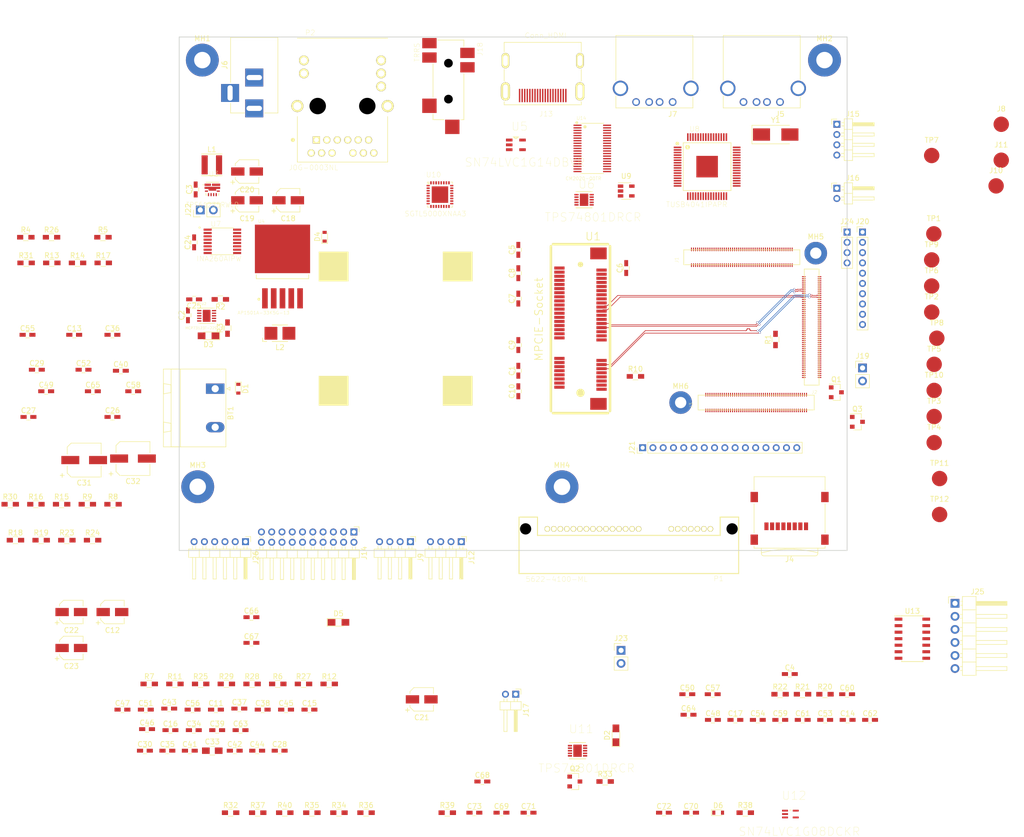
<source format=kicad_pcb>
(kicad_pcb (version 4) (host pcbnew 4.0.7+dfsg1-1)
  (layers (0 F.Cu signal) (1 GND.Cu power) (2 Power.Cu mixed) (31 B.Cu signal) (34 B.Paste user) (35 F.Paste user) (36 B.SilkS user) (37 F.SilkS user) (38 B.Mask user) (39 F.Mask user) (44 Edge.Cuts user))
  (net 0 "")
  (net 1 +3V3)
  (net 2 GND)
  (net 3 +1V5)
  (net 4 +5V)
  (net 5 "Net-(J1-Pad43)")
  (net 6 "Net-(J1-Pad45)")
  (net 7 "Net-(J1-Pad47)")
  (net 8 "Net-(J1-Pad48)")
  (net 9 "Net-(J1-Pad50)")
  (net 10 "Net-(J1-Pad51)")
  (net 11 "Net-(J1-Pad52)")
  (net 12 "Net-(J1-Pad53)")
  (net 13 "Net-(J1-Pad54)")
  (net 14 "Net-(J1-Pad55)")
  (net 15 "Net-(J1-Pad57)")
  (net 16 "Net-(J1-Pad58)")
  (net 17 "Net-(J1-Pad60)")
  (net 18 "Net-(J1-Pad61)")
  (net 19 "Net-(J1-Pad62)")
  (net 20 "Net-(J1-Pad63)")
  (net 21 "Net-(J1-Pad64)")
  (net 22 "Net-(J1-Pad65)")
  (net 23 "Net-(J1-Pad67)")
  (net 24 "Net-(J1-Pad68)")
  (net 25 "Net-(J1-Pad69)")
  (net 26 "Net-(J1-Pad70)")
  (net 27 "Net-(J1-Pad71)")
  (net 28 "Net-(J1-Pad72)")
  (net 29 "Net-(J1-Pad73)")
  (net 30 "Net-(J1-Pad74)")
  (net 31 "Net-(J1-Pad75)")
  (net 32 HDMI_HPD)
  (net 33 HDMI_D1_N)
  (net 34 HDMI_CEC_IN)
  (net 35 HDMI_D1_P)
  (net 36 HDMI_CEC_STBY)
  (net 37 HDMI_D2_N)
  (net 38 HDMI_D0_N)
  (net 39 HDMI_D2_P)
  (net 40 HDMI_D0_P)
  (net 41 "Net-(J1-Pad91)")
  (net 42 HDMI_CLK_N)
  (net 43 "Net-(J1-Pad93)")
  (net 44 HDMI_CLK_P)
  (net 45 "Net-(J1-Pad97)")
  (net 46 "Net-(J1-Pad98)")
  (net 47 "Net-(J1-Pad99)")
  (net 48 "Net-(J1-Pad100)")
  (net 49 "Net-(J2-Pad1)")
  (net 50 RSTINn)
  (net 51 RSTOUTn)
  (net 52 POK_1V5)
  (net 53 POK_5V)
  (net 54 POK_3V3)
  (net 55 "Net-(J2-Pad10)")
  (net 56 "Net-(J2-Pad13)")
  (net 57 "Net-(J2-Pad15)")
  (net 58 "Net-(J2-Pad17)")
  (net 59 "Net-(J2-Pad19)")
  (net 60 "Net-(J2-Pad23)")
  (net 61 "Net-(J2-Pad25)")
  (net 62 "Net-(J2-Pad27)")
  (net 63 "Net-(J2-Pad29)")
  (net 64 "Net-(J2-Pad30)")
  (net 65 "Net-(J2-Pad32)")
  (net 66 SD3_CD)
  (net 67 SD3_WP)
  (net 68 SATA_RX_N)
  (net 69 SD3_CLK)
  (net 70 SATA_RX_P)
  (net 71 SD3_CMD)
  (net 72 SATA_TX_N)
  (net 73 SD3_DATA0)
  (net 74 SATA_TX_P)
  (net 75 SD3_DATA1)
  (net 76 SD3_DATA2)
  (net 77 SD3_DATA3)
  (net 78 UART1_TXD)
  (net 79 UART1_RXD)
  (net 80 UART1_RTS)
  (net 81 "Net-(J2-Pad58)")
  (net 82 UART1_CTS)
  (net 83 "Net-(J2-Pad60)")
  (net 84 "Net-(J2-Pad61)")
  (net 85 "Net-(J2-Pad62)")
  (net 86 "Net-(J2-Pad63)")
  (net 87 "Net-(J2-Pad64)")
  (net 88 USB1_N)
  (net 89 USB1_P)
  (net 90 USB_OC)
  (net 91 USB0_N)
  (net 92 USB0_P)
  (net 93 PCIE_WAKE)
  (net 94 PCIE_TX_N)
  (net 95 PCIE_CLK_N)
  (net 96 PCIE_TX_P)
  (net 97 PCIE_CLK_P)
  (net 98 PCIE_RX_N)
  (net 99 "Net-(J2-Pad86)")
  (net 100 PCIE_RX_P)
  (net 101 "Net-(J2-Pad88)")
  (net 102 "Net-(J2-Pad91)")
  (net 103 "Net-(J2-Pad92)")
  (net 104 "Net-(J2-Pad93)")
  (net 105 "Net-(J2-Pad94)")
  (net 106 "Net-(J2-Pad96)")
  (net 107 "Net-(J2-Pad97)")
  (net 108 "Net-(J2-Pad98)")
  (net 109 "Net-(J2-Pad99)")
  (net 110 "Net-(J2-Pad100)")
  (net 111 +1V2)
  (net 112 "Net-(J3-Pad13)")
  (net 113 "Net-(J3-Pad15)")
  (net 114 "Net-(J3-Pad17)")
  (net 115 "Net-(J3-Pad18)")
  (net 116 "Net-(J3-Pad19)")
  (net 117 "Net-(J3-Pad21)")
  (net 118 "Net-(J3-Pad22)")
  (net 119 "Net-(J3-Pad23)")
  (net 120 "Net-(J3-Pad24)")
  (net 121 "Net-(J3-Pad26)")
  (net 122 "Net-(J3-Pad27)")
  (net 123 "Net-(J3-Pad29)")
  (net 124 "Net-(J3-Pad30)")
  (net 125 "Net-(J3-Pad31)")
  (net 126 "Net-(J3-Pad32)")
  (net 127 "Net-(J3-Pad33)")
  (net 128 "Net-(J3-Pad34)")
  (net 129 "Net-(J3-Pad36)")
  (net 130 "Net-(J3-Pad37)")
  (net 131 "Net-(J3-Pad39)")
  (net 132 "Net-(J3-Pad40)")
  (net 133 "Net-(J3-Pad41)")
  (net 134 "Net-(J3-Pad42)")
  (net 135 "Net-(J3-Pad43)")
  (net 136 "Net-(J3-Pad44)")
  (net 137 "Net-(J3-Pad46)")
  (net 138 "Net-(J3-Pad47)")
  (net 139 "Net-(J3-Pad49)")
  (net 140 "Net-(J3-Pad51)")
  (net 141 "Net-(J3-Pad53)")
  (net 142 "Net-(J3-Pad57)")
  (net 143 +2V5)
  (net 144 "Net-(J3-Pad59)")
  (net 145 "Net-(J3-Pad61)")
  (net 146 "Net-(J3-Pad63)")
  (net 147 SD1_WP)
  (net 148 SD1_CD)
  (net 149 "Net-(J3-Pad71)")
  (net 150 "Net-(J3-Pad73)")
  (net 151 "Net-(J3-Pad75)")
  (net 152 "Net-(J3-Pad77)")
  (net 153 SD1_DATA4)
  (net 154 SD1_DATA0)
  (net 155 SD1_DATA5)
  (net 156 SD1_DATA1)
  (net 157 SD1_DATA6)
  (net 158 SD1_DATA2)
  (net 159 SD1_DATA7)
  (net 160 SD1_DATA3)
  (net 161 SD1_CLK)
  (net 162 SD1_CMD)
  (net 163 "Net-(J3-Pad93)")
  (net 164 "Net-(J3-Pad94)")
  (net 165 "Net-(J3-Pad95)")
  (net 166 "Net-(J3-Pad96)")
  (net 167 "Net-(J3-Pad97)")
  (net 168 "Net-(J3-Pad98)")
  (net 169 "Net-(J3-Pad99)")
  (net 170 "Net-(J3-Pad100)")
  (net 171 "Net-(P1-PadP11)")
  (net 172 "Net-(P1-PadP13)")
  (net 173 "Net-(P1-PadP14)")
  (net 174 "Net-(P1-PadP15)")
  (net 175 "Net-(U1-Pad3)")
  (net 176 "Net-(U1-Pad5)")
  (net 177 "Net-(U1-Pad7)")
  (net 178 "Net-(U1-Pad8)")
  (net 179 "Net-(U1-Pad10)")
  (net 180 "Net-(U1-Pad12)")
  (net 181 "Net-(U1-Pad14)")
  (net 182 "Net-(U1-Pad16)")
  (net 183 "Net-(U1-Pad17)")
  (net 184 "Net-(U1-Pad19)")
  (net 185 "Net-(U1-Pad42)")
  (net 186 "Net-(U1-Pad45)")
  (net 187 "Net-(U1-Pad46)")
  (net 188 "Net-(U1-Pad47)")
  (net 189 "Net-(U1-Pad49)")
  (net 190 "Net-(U1-Pad51)")
  (net 191 "Net-(J5-Pad3)")
  (net 192 "Net-(J5-Pad2)")
  (net 193 "Net-(J7-Pad3)")
  (net 194 "Net-(J7-Pad2)")
  (net 195 "Net-(C14-Pad1)")
  (net 196 "Net-(C15-Pad1)")
  (net 197 "Net-(C16-Pad1)")
  (net 198 "Net-(C17-Pad1)")
  (net 199 LVDS0_CLK_N)
  (net 200 LVDS0_TX0_N)
  (net 201 LVDS0_CLK_P)
  (net 202 LVDS0_TX0_P)
  (net 203 LVDS0_TX2_N)
  (net 204 LVDS0_TX1_N)
  (net 205 LVDS0_TX2_P)
  (net 206 LVDS0_TX1_P)
  (net 207 LVDS0_TX3_N)
  (net 208 LVDS0_PWM)
  (net 209 LVDS0_TX3_P)
  (net 210 LVDS0_CABC)
  (net 211 "Net-(J10-Pad1)")
  (net 212 "Net-(J11-Pad1)")
  (net 213 I2C1_SCL)
  (net 214 I2C1_SDA)
  (net 215 I2C2_SCL)
  (net 216 I2C2_SDA)
  (net 217 I2C3_SDA)
  (net 218 I2C3_SCL)
  (net 219 TRD0_N)
  (net 220 TRD2_N)
  (net 221 TRD0_P)
  (net 222 TRD2_P)
  (net 223 TRD1_N)
  (net 224 TRD3_N)
  (net 225 TRD1_P)
  (net 226 TRD3_P)
  (net 227 ENET_LED_LINK)
  (net 228 ENET_LED_RX)
  (net 229 "Net-(J13-Pad14)")
  (net 230 "Net-(P2-Pad15)")
  (net 231 "Net-(BT1-Pad1)")
  (net 232 "Net-(C3-Pad1)")
  (net 233 "Net-(C30-Pad1)")
  (net 234 "Net-(C6-Pad2)")
  (net 235 "Net-(C25-Pad1)")
  (net 236 "Net-(C27-Pad1)")
  (net 237 +1V8)
  (net 238 "Net-(C36-Pad1)")
  (net 239 "Net-(C37-Pad1)")
  (net 240 "Net-(C40-Pad1)")
  (net 241 "Net-(C41-Pad1)")
  (net 242 +1V1)
  (net 243 "Net-(C55-Pad2)")
  (net 244 "Net-(C56-Pad2)")
  (net 245 "Net-(C57-Pad1)")
  (net 246 "Net-(C57-Pad2)")
  (net 247 "Net-(C58-Pad2)")
  (net 248 "Net-(C60-Pad1)")
  (net 249 "Net-(C60-Pad2)")
  (net 250 "Net-(C62-Pad1)")
  (net 251 "Net-(C62-Pad2)")
  (net 252 "Net-(C64-Pad1)")
  (net 253 "Net-(C64-Pad2)")
  (net 254 "Net-(C65-Pad1)")
  (net 255 "Net-(C65-Pad2)")
  (net 256 "Net-(D3-Pad1)")
  (net 257 "Net-(D4-Pad1)")
  (net 258 AUD4_CLK)
  (net 259 AUD4_TXC)
  (net 260 AUD4_TXFS)
  (net 261 AUD4_TXD)
  (net 262 AUD4_RXD)
  (net 263 "Net-(J4-Pad10)")
  (net 264 JACK_SENSE)
  (net 265 "Net-(J12-Pad2)")
  (net 266 "Net-(J12-Pad3)")
  (net 267 "Net-(J15-Pad2)")
  (net 268 "Net-(J15-Pad3)")
  (net 269 "Net-(J18-Pad1)")
  (net 270 "Net-(J18-Pad2)")
  (net 271 "Net-(J18-Pad3)")
  (net 272 "Net-(L1-Pad2)")
  (net 273 "Net-(R2-Pad2)")
  (net 274 "Net-(R3-Pad2)")
  (net 275 "Net-(R4-Pad2)")
  (net 276 "Net-(R9-Pad1)")
  (net 277 POK_1V5_MODULE)
  (net 278 POK_2V5)
  (net 279 "Net-(R13-Pad2)")
  (net 280 "Net-(R15-Pad1)")
  (net 281 "Net-(R18-Pad1)")
  (net 282 "Net-(R19-Pad1)")
  (net 283 "Net-(R20-Pad1)")
  (net 284 "Net-(R21-Pad2)")
  (net 285 "Net-(R23-Pad1)")
  (net 286 "Net-(R24-Pad1)")
  (net 287 "Net-(R25-Pad1)")
  (net 288 "Net-(R26-Pad1)")
  (net 289 "Net-(R27-Pad1)")
  (net 290 "Net-(R28-Pad1)")
  (net 291 "Net-(R29-Pad1)")
  (net 292 "Net-(TP6-Pad1)")
  (net 293 "Net-(TP7-Pad1)")
  (net 294 "Net-(TP8-Pad1)")
  (net 295 "Net-(TP9-Pad1)")
  (net 296 RESET)
  (net 297 PCIE_SMB_CLK)
  (net 298 PCIE_SMB_DATA)
  (net 299 "Net-(U2-Pad5)")
  (net 300 "Net-(U2-Pad6)")
  (net 301 PWRON)
  (net 302 "Net-(U8-Pad5)")
  (net 303 "Net-(U8-Pad6)")
  (net 304 "Net-(U8-Pad7)")
  (net 305 "Net-(U8-Pad11)")
  (net 306 "Net-(U8-Pad12)")
  (net 307 "Net-(U8-Pad14)")
  (net 308 "Net-(U8-Pad15)")
  (net 309 "Net-(U9-Pad4)")
  (net 310 "Net-(C24-Pad1)")
  (net 311 "Net-(C33-Pad1)")
  (net 312 "Net-(C71-Pad1)")
  (net 313 "Net-(C72-Pad1)")
  (net 314 "Net-(C73-Pad1)")
  (net 315 "Net-(D2-Pad1)")
  (net 316 "Net-(D5-Pad1)")
  (net 317 "Net-(D6-Pad1)")
  (net 318 "Net-(J19-Pad1)")
  (net 319 "Net-(J2-Pad66)")
  (net 320 "Net-(J2-Pad72)")
  (net 321 "Net-(J2-Pad74)")
  (net 322 "Net-(J21-Pad2)")
  (net 323 "Net-(J21-Pad3)")
  (net 324 "Net-(J21-Pad4)")
  (net 325 "Net-(J21-Pad5)")
  (net 326 "Net-(J21-Pad7)")
  (net 327 "Net-(J21-Pad8)")
  (net 328 "Net-(J21-Pad9)")
  (net 329 "Net-(J21-Pad10)")
  (net 330 "Net-(J21-Pad12)")
  (net 331 "Net-(J21-Pad13)")
  (net 332 "Net-(J21-Pad14)")
  (net 333 "Net-(J21-Pad15)")
  (net 334 "Net-(J21-Pad16)")
  (net 335 "Net-(J13-Pad13)")
  (net 336 "Net-(J13-Pad15)")
  (net 337 "Net-(J13-Pad16)")
  (net 338 "Net-(J14-Pad4)")
  (net 339 "Net-(J14-Pad13)")
  (net 340 "Net-(J14-Pad14)")
  (net 341 "Net-(J14-Pad17)")
  (net 342 "Net-(J14-Pad18)")
  (net 343 "Net-(J25-Pad2)")
  (net 344 "Net-(J25-Pad3)")
  (net 345 "Net-(J25-Pad4)")
  (net 346 "Net-(J25-Pad5)")
  (net 347 "Net-(J26-Pad2)")
  (net 348 "Net-(J26-Pad3)")
  (net 349 "Net-(J26-Pad5)")
  (net 350 "Net-(Q2-Pad3)")
  (net 351 "Net-(Q3-Pad3)")
  (net 352 "Net-(TP11-Pad1)")
  (net 353 "Net-(U4-Pad5)")
  (net 354 "Net-(U5-Pad1)")
  (net 355 "Net-(U13-Pad6)")
  (net 356 "Net-(U13-Pad8)")
  (net 357 "Net-(U13-Pad9)")
  (module Capacitors_SMD:C_0603_HandSoldering (layer F.Cu) (at 96 85 90)
    (fp_text reference C1 (at 0 -1.25 90) (layer F.SilkS))
    (fp_text value 100nF)
    (pad 1 smd rect (at -0.95 0 90) (size 1.2 0.75) (layers F.Cu F.Paste F.Mask) (net 1 +3V3))
    (pad 2 smd rect (at 0.95 0 90) (size 1.2 0.75) (layers F.Cu F.Paste F.Mask) (net 2 GND))
  )
  (module Capacitors_SMD:C_0603_HandSoldering (layer F.Cu) (at 31.7 74.2 90)
    (fp_text reference C2 (at 0 -1.25 90) (layer F.SilkS))
    (fp_text value 4.7uF)
    (pad 1 smd rect (at -0.95 0 90) (size 1.2 0.75) (layers F.Cu F.Paste F.Mask) (net 231 "Net-(BT1-Pad1)"))
    (pad 2 smd rect (at 0.95 0 90) (size 1.2 0.75) (layers F.Cu F.Paste F.Mask) (net 2 GND))
  )
  (module Capacitors_SMD:C_0603_HandSoldering (layer F.Cu) (at 33.2 49.7 90)
    (fp_text reference C3 (at 0 -1.25 90) (layer F.SilkS))
    (fp_text value 10uF)
    (pad 1 smd rect (at -0.95 0 90) (size 1.2 0.75) (layers F.Cu F.Paste F.Mask) (net 232 "Net-(C3-Pad1)"))
    (pad 2 smd rect (at 0.95 0 90) (size 1.2 0.75) (layers F.Cu F.Paste F.Mask) (net 2 GND))
  )
  (module Capacitors_SMD:C_0603_HandSoldering (layer F.Cu) (at 148.85 144.07)
    (fp_text reference C4 (at 0 -1.25) (layer F.SilkS))
    (fp_text value 100nF)
    (pad 1 smd rect (at -0.95 0) (size 1.2 0.75) (layers F.Cu F.Paste F.Mask) (net 233 "Net-(C30-Pad1)"))
    (pad 2 smd rect (at 0.95 0) (size 1.2 0.75) (layers F.Cu F.Paste F.Mask) (net 2 GND))
  )
  (module Capacitors_SMD:C_0603_HandSoldering (layer F.Cu) (at 96 61.45 90)
    (fp_text reference C5 (at 0 -1.25 90) (layer F.SilkS))
    (fp_text value 100nF)
    (pad 1 smd rect (at -0.95 0 90) (size 1.2 0.75) (layers F.Cu F.Paste F.Mask) (net 233 "Net-(C30-Pad1)"))
    (pad 2 smd rect (at 0.95 0 90) (size 1.2 0.75) (layers F.Cu F.Paste F.Mask) (net 2 GND))
  )
  (module Capacitors_SMD:C_0603_HandSoldering (layer F.Cu) (at 117 65 90)
    (fp_text reference C6 (at 0 -1.25 90) (layer F.SilkS))
    (fp_text value 100nF)
    (pad 1 smd rect (at -0.95 0 90) (size 1.2 0.75) (layers F.Cu F.Paste F.Mask) (net 233 "Net-(C30-Pad1)"))
    (pad 2 smd rect (at 0.95 0 90) (size 1.2 0.75) (layers F.Cu F.Paste F.Mask) (net 234 "Net-(C6-Pad2)"))
  )
  (module Capacitors_SMD:C_0603_HandSoldering (layer F.Cu) (at 96 70.95 90)
    (fp_text reference C7 (at 0 -1.25 90) (layer F.SilkS))
    (fp_text value 100nF)
    (pad 1 smd rect (at -0.95 0 90) (size 1.2 0.75) (layers F.Cu F.Paste F.Mask) (net 2 GND))
    (pad 2 smd rect (at 0.95 0 90) (size 1.2 0.75) (layers F.Cu F.Paste F.Mask) (net 3 +1V5))
  )
  (module Capacitors_SMD:C_0603_HandSoldering (layer F.Cu) (at 96 66 90)
    (fp_text reference C8 (at 0 -1.25 90) (layer F.SilkS))
    (fp_text value 100nF)
    (pad 1 smd rect (at -0.95 0 90) (size 1.2 0.75) (layers F.Cu F.Paste F.Mask) (net 2 GND))
    (pad 2 smd rect (at 0.95 0 90) (size 1.2 0.75) (layers F.Cu F.Paste F.Mask) (net 3 +1V5))
  )
  (module Capacitors_SMD:C_0603_HandSoldering (layer F.Cu) (at 96 80 90)
    (fp_text reference C9 (at 0 -1.25 90) (layer F.SilkS))
    (fp_text value 100nF)
    (pad 1 smd rect (at -0.95 0 90) (size 1.2 0.75) (layers F.Cu F.Paste F.Mask) (net 2 GND))
    (pad 2 smd rect (at 0.95 0 90) (size 1.2 0.75) (layers F.Cu F.Paste F.Mask) (net 3 +1V5))
  )
  (module Capacitors_SMD:C_0603_HandSoldering (layer F.Cu) (at 96 89 90)
    (fp_text reference C10 (at 0 -1.25 90) (layer F.SilkS))
    (fp_text value 4.7uF)
    (pad 1 smd rect (at -0.95 0 90) (size 1.2 0.75) (layers F.Cu F.Paste F.Mask) (net 2 GND))
    (pad 2 smd rect (at 0.95 0 90) (size 1.2 0.75) (layers F.Cu F.Paste F.Mask) (net 3 +1V5))
  )
  (module Connect:microSD_Card_Receptacle_Wuerth_693072010801 (layer F.Cu) (at 148.8 112.6 180)
    (fp_text reference J4 (at 0 -9.14 180) (layer F.SilkS))
    (fp_text value Micro_SD_Card_Det)
    (pad 9 smd rect (at 6.875 -5.3 180) (size 1.45 2) (layers F.Cu F.Paste F.Mask) (net 263 "Net-(J4-Pad10)"))
    (pad 9 smd rect (at -6.875 -5.3 180) (size 1.45 2) (layers F.Cu F.Paste F.Mask) (net 263 "Net-(J4-Pad10)"))
    (pad 9 smd rect (at -6.875 3 180) (size 1.45 2) (layers F.Cu F.Paste F.Mask) (net 263 "Net-(J4-Pad10)"))
    (pad 9 smd rect (at 6.875 3 180) (size 1.45 2) (layers F.Cu F.Paste F.Mask) (net 263 "Net-(J4-Pad10)"))
    (pad 8 smd rect (at 4.5 -2.7 180) (size 0.8 1.5) (layers F.Cu F.Paste F.Mask) (net 75 SD3_DATA1))
    (pad 7 smd rect (at 3.4 -2.7 180) (size 0.8 1.5) (layers F.Cu F.Paste F.Mask) (net 73 SD3_DATA0))
    (pad 6 smd rect (at 2.3 -2.7 180) (size 0.8 1.5) (layers F.Cu F.Paste F.Mask) (net 2 GND))
    (pad 5 smd rect (at 1.2 -2.7 180) (size 0.8 1.5) (layers F.Cu F.Paste F.Mask) (net 69 SD3_CLK))
    (pad 4 smd rect (at 0.1 -2.7 180) (size 0.8 1.5) (layers F.Cu F.Paste F.Mask) (net 1 +3V3))
    (pad 3 smd rect (at -1 -2.7 180) (size 0.8 1.5) (layers F.Cu F.Paste F.Mask) (net 71 SD3_CMD))
    (pad 2 smd rect (at -2.1 -2.7 180) (size 0.8 1.5) (layers F.Cu F.Paste F.Mask) (net 77 SD3_DATA3))
    (pad 1 smd rect (at -3.2 -2.7 180) (size 0.8 1.5) (layers F.Cu F.Paste F.Mask) (net 76 SD3_DATA2))
  )
  (module Resistors_SMD:R_0603_HandSoldering (layer F.Cu) (at 146.06 78.91 90)
    (fp_text reference R1 (at 0 -1.45 90) (layer F.SilkS))
    (fp_text value 0)
    (pad 1 smd rect (at -1.1 0 90) (size 1.2 0.9) (layers F.Cu F.Paste F.Mask) (net 67 SD3_WP))
    (pad 2 smd rect (at 1.1 0 90) (size 1.2 0.9) (layers F.Cu F.Paste F.Mask) (net 2 GND))
  )
  (module mpcie:mpcie-socket (layer F.Cu) (at 108.1 89.3 90)
    (fp_text reference U1 (at 30.45 2.45 180) (layer F.SilkS))
    (fp_text value MPCIE-Socket (at 14.3 -8.1 270) (layer F.SilkS))
    (pad "" connect circle (at 25 0 90) (size 1.05 1.05) (layers F.SilkS Dwgs.User))
    (pad "" connect circle (at 0 0 90) (size 1.6 1.6) (layers F.SilkS Dwgs.User))
    (pad "" smd rect (at -2.15 3.5 90) (size 2.3 3.2) (layers F.Cu F.Paste F.Mask))
    (pad "" smd rect (at 27.15 3.5 90) (size 2.3 3.2) (layers F.Cu F.Paste F.Mask))
    (pad "" connect rect (at 0.4 -23.9 90) (size 5.8 5.8) (layers F.SilkS))
    (pad "" connect rect (at 0.4 -48.05 90) (size 5.8 5.8) (layers F.SilkS))
    (pad "" connect rect (at 24.6 -48.05 90) (size 5.8 5.8) (layers F.SilkS))
    (pad "" connect rect (at 24.6 -23.9 90) (size 5.8 5.8) (layers F.SilkS))
    (pad 1 smd rect (at 0.7 4.1 90) (size 0.6 2) (layers F.Cu F.Paste F.Mask) (net 93 PCIE_WAKE))
    (pad 2 smd rect (at 1.1 -4.1 90) (size 0.6 2) (layers F.Cu F.Paste F.Mask) (net 233 "Net-(C30-Pad1)"))
    (pad 3 smd rect (at 1.5 4.1 90) (size 0.6 2) (layers F.Cu F.Paste F.Mask) (net 175 "Net-(U1-Pad3)"))
    (pad 4 smd rect (at 1.9 -4.1 90) (size 0.6 2) (layers F.Cu F.Paste F.Mask) (net 2 GND))
    (pad 5 smd rect (at 2.3 4.1 90) (size 0.6 2) (layers F.Cu F.Paste F.Mask) (net 176 "Net-(U1-Pad5)"))
    (pad 6 smd rect (at 2.7 -4.1 90) (size 0.6 2) (layers F.Cu F.Paste F.Mask) (net 3 +1V5))
    (pad 7 smd rect (at 3.1 4.1 90) (size 0.6 2) (layers F.Cu F.Paste F.Mask) (net 177 "Net-(U1-Pad7)"))
    (pad 8 smd rect (at 3.5 -4.1 90) (size 0.6 2) (layers F.Cu F.Paste F.Mask) (net 178 "Net-(U1-Pad8)"))
    (pad 9 smd rect (at 3.9 4.1 90) (size 0.6 2) (layers F.Cu F.Paste F.Mask) (net 2 GND))
    (pad 10 smd rect (at 4.3 -4.1 90) (size 0.6 2) (layers F.Cu F.Paste F.Mask) (net 179 "Net-(U1-Pad10)"))
    (pad 11 smd rect (at 4.7 4.1 90) (size 0.6 2) (layers F.Cu F.Paste F.Mask) (net 95 PCIE_CLK_N))
    (pad 12 smd rect (at 5.1 -4.1 90) (size 0.6 2) (layers F.Cu F.Paste F.Mask) (net 180 "Net-(U1-Pad12)"))
    (pad 13 smd rect (at 5.5 4.1 90) (size 0.6 2) (layers F.Cu F.Paste F.Mask) (net 97 PCIE_CLK_P))
    (pad 14 smd rect (at 5.9 -4.1 90) (size 0.6 2) (layers F.Cu F.Paste F.Mask) (net 181 "Net-(U1-Pad14)"))
    (pad 15 smd rect (at 6.3 4.1 90) (size 0.6 2) (layers F.Cu F.Paste F.Mask) (net 2 GND))
    (pad 16 smd rect (at 6.7 -4.1 90) (size 0.6 2) (layers F.Cu F.Paste F.Mask) (net 182 "Net-(U1-Pad16)"))
    (pad 17 smd rect (at 10.3 4.1 90) (size 0.6 2) (layers F.Cu F.Paste F.Mask) (net 183 "Net-(U1-Pad17)"))
    (pad 18 smd rect (at 10.7 -4.1 90) (size 0.6 2) (layers F.Cu F.Paste F.Mask) (net 2 GND))
    (pad 19 smd rect (at 11.1 4.1 90) (size 0.6 2) (layers F.Cu F.Paste F.Mask) (net 184 "Net-(U1-Pad19)"))
    (pad 20 smd rect (at 11.5 -4.1 90) (size 0.6 2) (layers F.Cu F.Paste F.Mask) (net 293 "Net-(TP7-Pad1)"))
    (pad 21 smd rect (at 11.9 4.1 90) (size 0.6 2) (layers F.Cu F.Paste F.Mask) (net 2 GND))
    (pad 22 smd rect (at 12.3 -4.1 90) (size 0.6 2) (layers F.Cu F.Paste F.Mask) (net 296 RESET))
    (pad 23 smd rect (at 12.7 4.1 90) (size 0.6 2) (layers F.Cu F.Paste F.Mask) (net 98 PCIE_RX_N))
    (pad 24 smd rect (at 13.1 -4.1 90) (size 0.6 2) (layers F.Cu F.Paste F.Mask) (net 233 "Net-(C30-Pad1)"))
    (pad 25 smd rect (at 13.5 4.1 90) (size 0.6 2) (layers F.Cu F.Paste F.Mask) (net 100 PCIE_RX_P))
    (pad 26 smd rect (at 13.9 -4.1 90) (size 0.6 2) (layers F.Cu F.Paste F.Mask) (net 2 GND))
    (pad 27 smd rect (at 14.3 4.1 90) (size 0.6 2) (layers F.Cu F.Paste F.Mask) (net 2 GND))
    (pad 28 smd rect (at 14.7 -4.1 90) (size 0.6 2) (layers F.Cu F.Paste F.Mask) (net 3 +1V5))
    (pad 29 smd rect (at 15.1 4.1 90) (size 0.6 2) (layers F.Cu F.Paste F.Mask) (net 2 GND))
    (pad 30 smd rect (at 15.5 -4.1 90) (size 0.6 2) (layers F.Cu F.Paste F.Mask) (net 297 PCIE_SMB_CLK))
    (pad 31 smd rect (at 15.9 4.1 90) (size 0.6 2) (layers F.Cu F.Paste F.Mask) (net 94 PCIE_TX_N))
    (pad 32 smd rect (at 16.3 -4.1 90) (size 0.6 2) (layers F.Cu F.Paste F.Mask) (net 298 PCIE_SMB_DATA))
    (pad 33 smd rect (at 16.7 4.1 90) (size 0.6 2) (layers F.Cu F.Paste F.Mask) (net 96 PCIE_TX_P))
    (pad 34 smd rect (at 17.1 -4.1 90) (size 0.6 2) (layers F.Cu F.Paste F.Mask) (net 2 GND))
    (pad 35 smd rect (at 17.5 4.1 90) (size 0.6 2) (layers F.Cu F.Paste F.Mask) (net 2 GND))
    (pad 36 smd rect (at 17.9 -4.1 90) (size 0.6 2) (layers F.Cu F.Paste F.Mask) (net 294 "Net-(TP8-Pad1)"))
    (pad 37 smd rect (at 18.3 4.1 90) (size 0.6 2) (layers F.Cu F.Paste F.Mask) (net 2 GND))
    (pad 38 smd rect (at 18.7 -4.1 90) (size 0.6 2) (layers F.Cu F.Paste F.Mask) (net 295 "Net-(TP9-Pad1)"))
    (pad 39 smd rect (at 19.1 4.1 90) (size 0.6 2) (layers F.Cu F.Paste F.Mask) (net 233 "Net-(C30-Pad1)"))
    (pad 40 smd rect (at 19.5 -4.1 90) (size 0.6 2) (layers F.Cu F.Paste F.Mask) (net 2 GND))
    (pad 41 smd rect (at 19.9 4.1 90) (size 0.6 2) (layers F.Cu F.Paste F.Mask) (net 233 "Net-(C30-Pad1)"))
    (pad 42 smd rect (at 20.3 -4.1 90) (size 0.6 2) (layers F.Cu F.Paste F.Mask) (net 185 "Net-(U1-Pad42)"))
    (pad 43 smd rect (at 20.7 4.1 90) (size 0.6 2) (layers F.Cu F.Paste F.Mask) (net 2 GND))
    (pad 44 smd rect (at 21.1 -4.1 90) (size 0.6 2) (layers F.Cu F.Paste F.Mask) (net 292 "Net-(TP6-Pad1)"))
    (pad 45 smd rect (at 21.5 4.1 90) (size 0.6 2) (layers F.Cu F.Paste F.Mask) (net 186 "Net-(U1-Pad45)"))
    (pad 46 smd rect (at 21.9 -4.1 90) (size 0.6 2) (layers F.Cu F.Paste F.Mask) (net 187 "Net-(U1-Pad46)"))
    (pad 47 smd rect (at 22.3 4.1 90) (size 0.6 2) (layers F.Cu F.Paste F.Mask) (net 188 "Net-(U1-Pad47)"))
    (pad 48 smd rect (at 22.7 -4.1 90) (size 0.6 2) (layers F.Cu F.Paste F.Mask) (net 3 +1V5))
    (pad 49 smd rect (at 23.1 4.1 90) (size 0.6 2) (layers F.Cu F.Paste F.Mask) (net 189 "Net-(U1-Pad49)"))
    (pad 50 smd rect (at 23.5 -4.1 90) (size 0.6 2) (layers F.Cu F.Paste F.Mask) (net 2 GND))
    (pad 51 smd rect (at 23.9 4.1 90) (size 0.6 2) (layers F.Cu F.Paste F.Mask) (net 190 "Net-(U1-Pad51)"))
    (pad 52 smd rect (at 24.3 -4.1 90) (size 0.6 2) (layers F.Cu F.Paste F.Mask) (net 233 "Net-(C30-Pad1)"))
  )
  (module "df40c-100ds-0:HRS_DF40C-100DS-0.4V(51)" (layer F.Cu) (at 139.5 62.9)
    (fp_text reference J1 (at -12.6751 0.53561 90) (layer F.SilkS) (effects (font (size 0.641451 0.641451) (thickness 0.05))))
    (fp_text value TinyRex-J1-DF40C hide)
    (pad 1 smd rect (at -9.8 -1.54 180) (size 0.2 0.7) (layers F.Cu F.Paste F.Mask) (net 4 +5V))
    (pad 2 smd rect (at -9.8 1.54) (size 0.2 0.7) (layers F.Cu F.Paste F.Mask) (net 4 +5V))
    (pad 3 smd rect (at -9.4 -1.54 180) (size 0.2 0.7) (layers F.Cu F.Paste F.Mask) (net 4 +5V))
    (pad 4 smd rect (at -9.4 1.54) (size 0.2 0.7) (layers F.Cu F.Paste F.Mask) (net 4 +5V))
    (pad 5 smd rect (at -9 -1.54 180) (size 0.2 0.7) (layers F.Cu F.Paste F.Mask) (net 2 GND))
    (pad 6 smd rect (at -9 1.54) (size 0.2 0.7) (layers F.Cu F.Paste F.Mask) (net 4 +5V))
    (pad 7 smd rect (at -8.6 -1.54 180) (size 0.2 0.7) (layers F.Cu F.Paste F.Mask) (net 2 GND))
    (pad 8 smd rect (at -8.6 1.54) (size 0.2 0.7) (layers F.Cu F.Paste F.Mask) (net 4 +5V))
    (pad 9 smd rect (at -8.2 -1.54 180) (size 0.2 0.7) (layers F.Cu F.Paste F.Mask) (net 2 GND))
    (pad 10 smd rect (at -8.2 1.54) (size 0.2 0.7) (layers F.Cu F.Paste F.Mask) (net 4 +5V))
    (pad 11 smd rect (at -7.8 -1.54 180) (size 0.2 0.7) (layers F.Cu F.Paste F.Mask) (net 2 GND))
    (pad 12 smd rect (at -7.8 1.54) (size 0.2 0.7) (layers F.Cu F.Paste F.Mask) (net 4 +5V))
    (pad 13 smd rect (at -7.4 -1.54 180) (size 0.2 0.7) (layers F.Cu F.Paste F.Mask) (net 2 GND))
    (pad 14 smd rect (at -7.4 1.54) (size 0.2 0.7) (layers F.Cu F.Paste F.Mask) (net 4 +5V))
    (pad 15 smd rect (at -7 -1.54 180) (size 0.2 0.7) (layers F.Cu F.Paste F.Mask) (net 2 GND))
    (pad 16 smd rect (at -7 1.54) (size 0.2 0.7) (layers F.Cu F.Paste F.Mask) (net 4 +5V))
    (pad 17 smd rect (at -6.6 -1.54 180) (size 0.2 0.7) (layers F.Cu F.Paste F.Mask) (net 2 GND))
    (pad 18 smd rect (at -6.6 1.54) (size 0.2 0.7) (layers F.Cu F.Paste F.Mask) (net 4 +5V))
    (pad 19 smd rect (at -6.2 -1.54 180) (size 0.2 0.7) (layers F.Cu F.Paste F.Mask) (net 2 GND))
    (pad 20 smd rect (at -6.2 1.54) (size 0.2 0.7) (layers F.Cu F.Paste F.Mask) (net 4 +5V))
    (pad 21 smd rect (at -5.8 -1.54 180) (size 0.2 0.7) (layers F.Cu F.Paste F.Mask) (net 2 GND))
    (pad 22 smd rect (at -5.8 1.54) (size 0.2 0.7) (layers F.Cu F.Paste F.Mask) (net 1 +3V3))
    (pad 23 smd rect (at -5.4 -1.54 180) (size 0.2 0.7) (layers F.Cu F.Paste F.Mask) (net 2 GND))
    (pad 24 smd rect (at -5.4 1.54) (size 0.2 0.7) (layers F.Cu F.Paste F.Mask) (net 1 +3V3))
    (pad 25 smd rect (at -5 -1.54 180) (size 0.2 0.7) (layers F.Cu F.Paste F.Mask) (net 199 LVDS0_CLK_N))
    (pad 26 smd rect (at -5 1.54) (size 0.2 0.7) (layers F.Cu F.Paste F.Mask) (net 200 LVDS0_TX0_N))
    (pad 27 smd rect (at -4.6 -1.54 180) (size 0.2 0.7) (layers F.Cu F.Paste F.Mask) (net 201 LVDS0_CLK_P))
    (pad 28 smd rect (at -4.6 1.54) (size 0.2 0.7) (layers F.Cu F.Paste F.Mask) (net 202 LVDS0_TX0_P))
    (pad 29 smd rect (at -4.2 -1.54 180) (size 0.2 0.7) (layers F.Cu F.Paste F.Mask) (net 2 GND))
    (pad 30 smd rect (at -4.2 1.54) (size 0.2 0.7) (layers F.Cu F.Paste F.Mask) (net 2 GND))
    (pad 31 smd rect (at -3.8 -1.54 180) (size 0.2 0.7) (layers F.Cu F.Paste F.Mask) (net 203 LVDS0_TX2_N))
    (pad 32 smd rect (at -3.8 1.54) (size 0.2 0.7) (layers F.Cu F.Paste F.Mask) (net 204 LVDS0_TX1_N))
    (pad 33 smd rect (at -3.4 -1.54 180) (size 0.2 0.7) (layers F.Cu F.Paste F.Mask) (net 205 LVDS0_TX2_P))
    (pad 34 smd rect (at -3.4 1.54) (size 0.2 0.7) (layers F.Cu F.Paste F.Mask) (net 206 LVDS0_TX1_P))
    (pad 35 smd rect (at -3 -1.54 180) (size 0.2 0.7) (layers F.Cu F.Paste F.Mask) (net 2 GND))
    (pad 36 smd rect (at -3 1.54) (size 0.2 0.7) (layers F.Cu F.Paste F.Mask) (net 2 GND))
    (pad 37 smd rect (at -2.6 -1.54 180) (size 0.2 0.7) (layers F.Cu F.Paste F.Mask) (net 207 LVDS0_TX3_N))
    (pad 38 smd rect (at -2.6 1.54) (size 0.2 0.7) (layers F.Cu F.Paste F.Mask) (net 208 LVDS0_PWM))
    (pad 39 smd rect (at -2.2 -1.54 180) (size 0.2 0.7) (layers F.Cu F.Paste F.Mask) (net 209 LVDS0_TX3_P))
    (pad 40 smd rect (at -2.2 1.54) (size 0.2 0.7) (layers F.Cu F.Paste F.Mask) (net 210 LVDS0_CABC))
    (pad 41 smd rect (at -1.8 -1.54 180) (size 0.2 0.7) (layers F.Cu F.Paste F.Mask) (net 2 GND))
    (pad 42 smd rect (at -1.8 1.54) (size 0.2 0.7) (layers F.Cu F.Paste F.Mask) (net 1 +3V3))
    (pad 43 smd rect (at -1.4 -1.54 180) (size 0.2 0.7) (layers F.Cu F.Paste F.Mask) (net 5 "Net-(J1-Pad43)"))
    (pad 44 smd rect (at -1.4 1.54) (size 0.2 0.7) (layers F.Cu F.Paste F.Mask) (net 1 +3V3))
    (pad 45 smd rect (at -1 -1.54 180) (size 0.2 0.7) (layers F.Cu F.Paste F.Mask) (net 6 "Net-(J1-Pad45)"))
    (pad 46 smd rect (at -1 1.54) (size 0.2 0.7) (layers F.Cu F.Paste F.Mask) (net 1 +3V3))
    (pad 47 smd rect (at -0.6 -1.54 180) (size 0.2 0.7) (layers F.Cu F.Paste F.Mask) (net 7 "Net-(J1-Pad47)"))
    (pad 48 smd rect (at -0.6 1.54) (size 0.2 0.7) (layers F.Cu F.Paste F.Mask) (net 8 "Net-(J1-Pad48)"))
    (pad 49 smd rect (at -0.2 -1.54 180) (size 0.2 0.7) (layers F.Cu F.Paste F.Mask) (net 2 GND))
    (pad 50 smd rect (at -0.2 1.54) (size 0.2 0.7) (layers F.Cu F.Paste F.Mask) (net 9 "Net-(J1-Pad50)"))
    (pad 51 smd rect (at 0.2 -1.54 180) (size 0.2 0.7) (layers F.Cu F.Paste F.Mask) (net 10 "Net-(J1-Pad51)"))
    (pad 52 smd rect (at 0.2 1.54) (size 0.2 0.7) (layers F.Cu F.Paste F.Mask) (net 11 "Net-(J1-Pad52)"))
    (pad 53 smd rect (at 0.6 -1.54 180) (size 0.2 0.7) (layers F.Cu F.Paste F.Mask) (net 12 "Net-(J1-Pad53)"))
    (pad 54 smd rect (at 0.6 1.54) (size 0.2 0.7) (layers F.Cu F.Paste F.Mask) (net 13 "Net-(J1-Pad54)"))
    (pad 55 smd rect (at 1 -1.54 180) (size 0.2 0.7) (layers F.Cu F.Paste F.Mask) (net 14 "Net-(J1-Pad55)"))
    (pad 56 smd rect (at 1 1.54) (size 0.2 0.7) (layers F.Cu F.Paste F.Mask) (net 2 GND))
    (pad 57 smd rect (at 1.4 -1.54 180) (size 0.2 0.7) (layers F.Cu F.Paste F.Mask) (net 15 "Net-(J1-Pad57)"))
    (pad 58 smd rect (at 1.4 1.54) (size 0.2 0.7) (layers F.Cu F.Paste F.Mask) (net 16 "Net-(J1-Pad58)"))
    (pad 59 smd rect (at 1.8 -1.54 180) (size 0.2 0.7) (layers F.Cu F.Paste F.Mask) (net 2 GND))
    (pad 60 smd rect (at 1.8 1.54) (size 0.2 0.7) (layers F.Cu F.Paste F.Mask) (net 17 "Net-(J1-Pad60)"))
    (pad 61 smd rect (at 2.2 -1.54 180) (size 0.2 0.7) (layers F.Cu F.Paste F.Mask) (net 18 "Net-(J1-Pad61)"))
    (pad 62 smd rect (at 2.2 1.54) (size 0.2 0.7) (layers F.Cu F.Paste F.Mask) (net 19 "Net-(J1-Pad62)"))
    (pad 63 smd rect (at 2.6 -1.54 180) (size 0.2 0.7) (layers F.Cu F.Paste F.Mask) (net 20 "Net-(J1-Pad63)"))
    (pad 64 smd rect (at 2.6 1.54) (size 0.2 0.7) (layers F.Cu F.Paste F.Mask) (net 21 "Net-(J1-Pad64)"))
    (pad 65 smd rect (at 3 -1.54 180) (size 0.2 0.7) (layers F.Cu F.Paste F.Mask) (net 22 "Net-(J1-Pad65)"))
    (pad 66 smd rect (at 3 1.54) (size 0.2 0.7) (layers F.Cu F.Paste F.Mask) (net 2 GND))
    (pad 67 smd rect (at 3.4 -1.54 180) (size 0.2 0.7) (layers F.Cu F.Paste F.Mask) (net 23 "Net-(J1-Pad67)"))
    (pad 68 smd rect (at 3.4 1.54) (size 0.2 0.7) (layers F.Cu F.Paste F.Mask) (net 24 "Net-(J1-Pad68)"))
    (pad 69 smd rect (at 3.8 -1.54 180) (size 0.2 0.7) (layers F.Cu F.Paste F.Mask) (net 25 "Net-(J1-Pad69)"))
    (pad 70 smd rect (at 3.8 1.54) (size 0.2 0.7) (layers F.Cu F.Paste F.Mask) (net 26 "Net-(J1-Pad70)"))
    (pad 71 smd rect (at 4.2 -1.54 180) (size 0.2 0.7) (layers F.Cu F.Paste F.Mask) (net 27 "Net-(J1-Pad71)"))
    (pad 72 smd rect (at 4.2 1.54) (size 0.2 0.7) (layers F.Cu F.Paste F.Mask) (net 28 "Net-(J1-Pad72)"))
    (pad 73 smd rect (at 4.6 -1.54 180) (size 0.2 0.7) (layers F.Cu F.Paste F.Mask) (net 29 "Net-(J1-Pad73)"))
    (pad 74 smd rect (at 4.6 1.54) (size 0.2 0.7) (layers F.Cu F.Paste F.Mask) (net 30 "Net-(J1-Pad74)"))
    (pad 75 smd rect (at 5 -1.54 180) (size 0.2 0.7) (layers F.Cu F.Paste F.Mask) (net 31 "Net-(J1-Pad75)"))
    (pad 76 smd rect (at 5 1.54) (size 0.2 0.7) (layers F.Cu F.Paste F.Mask) (net 4 +5V))
    (pad 77 smd rect (at 5.4 -1.54 180) (size 0.2 0.7) (layers F.Cu F.Paste F.Mask) (net 25 "Net-(J1-Pad69)"))
    (pad 78 smd rect (at 5.4 1.54) (size 0.2 0.7) (layers F.Cu F.Paste F.Mask) (net 32 HDMI_HPD))
    (pad 79 smd rect (at 5.8 -1.54 180) (size 0.2 0.7) (layers F.Cu F.Paste F.Mask) (net 33 HDMI_D1_N))
    (pad 80 smd rect (at 5.8 1.54) (size 0.2 0.7) (layers F.Cu F.Paste F.Mask) (net 34 HDMI_CEC_IN))
    (pad 81 smd rect (at 6.2 -1.54 180) (size 0.2 0.7) (layers F.Cu F.Paste F.Mask) (net 35 HDMI_D1_P))
    (pad 82 smd rect (at 6.2 1.54) (size 0.2 0.7) (layers F.Cu F.Paste F.Mask) (net 36 HDMI_CEC_STBY))
    (pad 83 smd rect (at 6.6 -1.54 180) (size 0.2 0.7) (layers F.Cu F.Paste F.Mask) (net 2 GND))
    (pad 84 smd rect (at 6.6 1.54) (size 0.2 0.7) (layers F.Cu F.Paste F.Mask) (net 4 +5V))
    (pad 85 smd rect (at 7 -1.54 180) (size 0.2 0.7) (layers F.Cu F.Paste F.Mask) (net 37 HDMI_D2_N))
    (pad 86 smd rect (at 7 1.54) (size 0.2 0.7) (layers F.Cu F.Paste F.Mask) (net 38 HDMI_D0_N))
    (pad 87 smd rect (at 7.4 -1.54 180) (size 0.2 0.7) (layers F.Cu F.Paste F.Mask) (net 39 HDMI_D2_P))
    (pad 88 smd rect (at 7.4 1.54) (size 0.2 0.7) (layers F.Cu F.Paste F.Mask) (net 40 HDMI_D0_P))
    (pad 89 smd rect (at 7.8 -1.54 180) (size 0.2 0.7) (layers F.Cu F.Paste F.Mask) (net 2 GND))
    (pad 90 smd rect (at 7.8 1.54) (size 0.2 0.7) (layers F.Cu F.Paste F.Mask) (net 2 GND))
    (pad 91 smd rect (at 8.2 -1.54 180) (size 0.2 0.7) (layers F.Cu F.Paste F.Mask) (net 41 "Net-(J1-Pad91)"))
    (pad 92 smd rect (at 8.2 1.54) (size 0.2 0.7) (layers F.Cu F.Paste F.Mask) (net 42 HDMI_CLK_N))
    (pad 93 smd rect (at 8.6 -1.54 180) (size 0.2 0.7) (layers F.Cu F.Paste F.Mask) (net 43 "Net-(J1-Pad93)"))
    (pad 94 smd rect (at 8.6 1.54) (size 0.2 0.7) (layers F.Cu F.Paste F.Mask) (net 44 HDMI_CLK_P))
    (pad 95 smd rect (at 9 -1.54 180) (size 0.2 0.7) (layers F.Cu F.Paste F.Mask) (net 2 GND))
    (pad 96 smd rect (at 9 1.54) (size 0.2 0.7) (layers F.Cu F.Paste F.Mask) (net 2 GND))
    (pad 97 smd rect (at 9.4 -1.54 180) (size 0.2 0.7) (layers F.Cu F.Paste F.Mask) (net 45 "Net-(J1-Pad97)"))
    (pad 98 smd rect (at 9.4 1.54) (size 0.2 0.7) (layers F.Cu F.Paste F.Mask) (net 46 "Net-(J1-Pad98)"))
    (pad 99 smd rect (at 9.8 -1.54 180) (size 0.2 0.7) (layers F.Cu F.Paste F.Mask) (net 47 "Net-(J1-Pad99)"))
    (pad 100 smd rect (at 9.8 1.54) (size 0.2 0.7) (layers F.Cu F.Paste F.Mask) (net 48 "Net-(J1-Pad100)"))
  )
  (module "df40c-100ds-0:HRS_DF40C-100DS-0.4V(51)" (layer F.Cu) (at 153.1 76.5 90)
    (fp_text reference J2 (at -12.6751 0.53561 180) (layer F.SilkS) (effects (font (size 0.641451 0.641451) (thickness 0.05))))
    (fp_text value TinyRex-J2-DF40C hide)
    (pad 1 smd rect (at -9.8 -1.54 270) (size 0.2 0.7) (layers F.Cu F.Paste F.Mask) (net 49 "Net-(J2-Pad1)"))
    (pad 2 smd rect (at -9.8 1.54 90) (size 0.2 0.7) (layers F.Cu F.Paste F.Mask) (net 50 RSTINn))
    (pad 3 smd rect (at -9.4 -1.54 270) (size 0.2 0.7) (layers F.Cu F.Paste F.Mask) (net 318 "Net-(J19-Pad1)"))
    (pad 4 smd rect (at -9.4 1.54 90) (size 0.2 0.7) (layers F.Cu F.Paste F.Mask) (net 51 RSTOUTn))
    (pad 5 smd rect (at -9 -1.54 270) (size 0.2 0.7) (layers F.Cu F.Paste F.Mask) (net 277 POK_1V5_MODULE))
    (pad 6 smd rect (at -9 1.54 90) (size 0.2 0.7) (layers F.Cu F.Paste F.Mask) (net 211 "Net-(J10-Pad1)"))
    (pad 7 smd rect (at -8.6 -1.54 270) (size 0.2 0.7) (layers F.Cu F.Paste F.Mask) (net 53 POK_5V))
    (pad 8 smd rect (at -8.6 1.54 90) (size 0.2 0.7) (layers F.Cu F.Paste F.Mask) (net 212 "Net-(J11-Pad1)"))
    (pad 9 smd rect (at -8.2 -1.54 270) (size 0.2 0.7) (layers F.Cu F.Paste F.Mask) (net 54 POK_3V3))
    (pad 10 smd rect (at -8.2 1.54 90) (size 0.2 0.7) (layers F.Cu F.Paste F.Mask) (net 55 "Net-(J2-Pad10)"))
    (pad 11 smd rect (at -7.8 -1.54 270) (size 0.2 0.7) (layers F.Cu F.Paste F.Mask) (net 2 GND))
    (pad 12 smd rect (at -7.8 1.54 90) (size 0.2 0.7) (layers F.Cu F.Paste F.Mask) (net 2 GND))
    (pad 13 smd rect (at -7.4 -1.54 270) (size 0.2 0.7) (layers F.Cu F.Paste F.Mask) (net 56 "Net-(J2-Pad13)"))
    (pad 14 smd rect (at -7.4 1.54 90) (size 0.2 0.7) (layers F.Cu F.Paste F.Mask) (net 258 AUD4_CLK))
    (pad 15 smd rect (at -7 -1.54 270) (size 0.2 0.7) (layers F.Cu F.Paste F.Mask) (net 57 "Net-(J2-Pad15)"))
    (pad 16 smd rect (at -7 1.54 90) (size 0.2 0.7) (layers F.Cu F.Paste F.Mask) (net 259 AUD4_TXC))
    (pad 17 smd rect (at -6.6 -1.54 270) (size 0.2 0.7) (layers F.Cu F.Paste F.Mask) (net 58 "Net-(J2-Pad17)"))
    (pad 18 smd rect (at -6.6 1.54 90) (size 0.2 0.7) (layers F.Cu F.Paste F.Mask) (net 260 AUD4_TXFS))
    (pad 19 smd rect (at -6.2 -1.54 270) (size 0.2 0.7) (layers F.Cu F.Paste F.Mask) (net 59 "Net-(J2-Pad19)"))
    (pad 20 smd rect (at -6.2 1.54 90) (size 0.2 0.7) (layers F.Cu F.Paste F.Mask) (net 261 AUD4_TXD))
    (pad 21 smd rect (at -5.8 -1.54 270) (size 0.2 0.7) (layers F.Cu F.Paste F.Mask) (net 2 GND))
    (pad 22 smd rect (at -5.8 1.54 90) (size 0.2 0.7) (layers F.Cu F.Paste F.Mask) (net 262 AUD4_RXD))
    (pad 23 smd rect (at -5.4 -1.54 270) (size 0.2 0.7) (layers F.Cu F.Paste F.Mask) (net 60 "Net-(J2-Pad23)"))
    (pad 24 smd rect (at -5.4 1.54 90) (size 0.2 0.7) (layers F.Cu F.Paste F.Mask) (net 2 GND))
    (pad 25 smd rect (at -5 -1.54 270) (size 0.2 0.7) (layers F.Cu F.Paste F.Mask) (net 61 "Net-(J2-Pad25)"))
    (pad 26 smd rect (at -5 1.54 90) (size 0.2 0.7) (layers F.Cu F.Paste F.Mask) (net 213 I2C1_SCL))
    (pad 27 smd rect (at -4.6 -1.54 270) (size 0.2 0.7) (layers F.Cu F.Paste F.Mask) (net 62 "Net-(J2-Pad27)"))
    (pad 28 smd rect (at -4.6 1.54 90) (size 0.2 0.7) (layers F.Cu F.Paste F.Mask) (net 214 I2C1_SDA))
    (pad 29 smd rect (at -4.2 -1.54 270) (size 0.2 0.7) (layers F.Cu F.Paste F.Mask) (net 63 "Net-(J2-Pad29)"))
    (pad 30 smd rect (at -4.2 1.54 90) (size 0.2 0.7) (layers F.Cu F.Paste F.Mask) (net 64 "Net-(J2-Pad30)"))
    (pad 31 smd rect (at -3.8 -1.54 270) (size 0.2 0.7) (layers F.Cu F.Paste F.Mask) (net 2 GND))
    (pad 32 smd rect (at -3.8 1.54 90) (size 0.2 0.7) (layers F.Cu F.Paste F.Mask) (net 65 "Net-(J2-Pad32)"))
    (pad 33 smd rect (at -3.4 -1.54 270) (size 0.2 0.7) (layers F.Cu F.Paste F.Mask) (net 66 SD3_CD))
    (pad 34 smd rect (at -3.4 1.54 90) (size 0.2 0.7) (layers F.Cu F.Paste F.Mask) (net 2 GND))
    (pad 35 smd rect (at -3 -1.54 270) (size 0.2 0.7) (layers F.Cu F.Paste F.Mask) (net 67 SD3_WP))
    (pad 36 smd rect (at -3 1.54 90) (size 0.2 0.7) (layers F.Cu F.Paste F.Mask) (net 68 SATA_RX_N))
    (pad 37 smd rect (at -2.6 -1.54 270) (size 0.2 0.7) (layers F.Cu F.Paste F.Mask) (net 69 SD3_CLK))
    (pad 38 smd rect (at -2.6 1.54 90) (size 0.2 0.7) (layers F.Cu F.Paste F.Mask) (net 70 SATA_RX_P))
    (pad 39 smd rect (at -2.2 -1.54 270) (size 0.2 0.7) (layers F.Cu F.Paste F.Mask) (net 71 SD3_CMD))
    (pad 40 smd rect (at -2.2 1.54 90) (size 0.2 0.7) (layers F.Cu F.Paste F.Mask) (net 2 GND))
    (pad 41 smd rect (at -1.8 -1.54 270) (size 0.2 0.7) (layers F.Cu F.Paste F.Mask) (net 2 GND))
    (pad 42 smd rect (at -1.8 1.54 90) (size 0.2 0.7) (layers F.Cu F.Paste F.Mask) (net 72 SATA_TX_N))
    (pad 43 smd rect (at -1.4 -1.54 270) (size 0.2 0.7) (layers F.Cu F.Paste F.Mask) (net 73 SD3_DATA0))
    (pad 44 smd rect (at -1.4 1.54 90) (size 0.2 0.7) (layers F.Cu F.Paste F.Mask) (net 74 SATA_TX_P))
    (pad 45 smd rect (at -1 -1.54 270) (size 0.2 0.7) (layers F.Cu F.Paste F.Mask) (net 75 SD3_DATA1))
    (pad 46 smd rect (at -1 1.54 90) (size 0.2 0.7) (layers F.Cu F.Paste F.Mask) (net 2 GND))
    (pad 47 smd rect (at -0.6 -1.54 270) (size 0.2 0.7) (layers F.Cu F.Paste F.Mask) (net 76 SD3_DATA2))
    (pad 48 smd rect (at -0.6 1.54 90) (size 0.2 0.7) (layers F.Cu F.Paste F.Mask) (net 215 I2C2_SCL))
    (pad 49 smd rect (at -0.2 -1.54 270) (size 0.2 0.7) (layers F.Cu F.Paste F.Mask) (net 77 SD3_DATA3))
    (pad 50 smd rect (at -0.2 1.54 90) (size 0.2 0.7) (layers F.Cu F.Paste F.Mask) (net 216 I2C2_SDA))
    (pad 51 smd rect (at 0.2 -1.54 270) (size 0.2 0.7) (layers F.Cu F.Paste F.Mask) (net 2 GND))
    (pad 52 smd rect (at 0.2 1.54 90) (size 0.2 0.7) (layers F.Cu F.Paste F.Mask) (net 217 I2C3_SDA))
    (pad 53 smd rect (at 0.6 -1.54 270) (size 0.2 0.7) (layers F.Cu F.Paste F.Mask) (net 78 UART1_TXD))
    (pad 54 smd rect (at 0.6 1.54 90) (size 0.2 0.7) (layers F.Cu F.Paste F.Mask) (net 218 I2C3_SCL))
    (pad 55 smd rect (at 1 -1.54 270) (size 0.2 0.7) (layers F.Cu F.Paste F.Mask) (net 79 UART1_RXD))
    (pad 56 smd rect (at 1 1.54 90) (size 0.2 0.7) (layers F.Cu F.Paste F.Mask) (net 2 GND))
    (pad 57 smd rect (at 1.4 -1.54 270) (size 0.2 0.7) (layers F.Cu F.Paste F.Mask) (net 80 UART1_RTS))
    (pad 58 smd rect (at 1.4 1.54 90) (size 0.2 0.7) (layers F.Cu F.Paste F.Mask) (net 81 "Net-(J2-Pad58)"))
    (pad 59 smd rect (at 1.8 -1.54 270) (size 0.2 0.7) (layers F.Cu F.Paste F.Mask) (net 82 UART1_CTS))
    (pad 60 smd rect (at 1.8 1.54 90) (size 0.2 0.7) (layers F.Cu F.Paste F.Mask) (net 83 "Net-(J2-Pad60)"))
    (pad 61 smd rect (at 2.2 -1.54 270) (size 0.2 0.7) (layers F.Cu F.Paste F.Mask) (net 84 "Net-(J2-Pad61)"))
    (pad 62 smd rect (at 2.2 1.54 90) (size 0.2 0.7) (layers F.Cu F.Paste F.Mask) (net 85 "Net-(J2-Pad62)"))
    (pad 63 smd rect (at 2.6 -1.54 270) (size 0.2 0.7) (layers F.Cu F.Paste F.Mask) (net 86 "Net-(J2-Pad63)"))
    (pad 64 smd rect (at 2.6 1.54 90) (size 0.2 0.7) (layers F.Cu F.Paste F.Mask) (net 87 "Net-(J2-Pad64)"))
    (pad 65 smd rect (at 3 -1.54 270) (size 0.2 0.7) (layers F.Cu F.Paste F.Mask) (net 2 GND))
    (pad 66 smd rect (at 3 1.54 90) (size 0.2 0.7) (layers F.Cu F.Paste F.Mask) (net 319 "Net-(J2-Pad66)"))
    (pad 67 smd rect (at 3.4 -1.54 270) (size 0.2 0.7) (layers F.Cu F.Paste F.Mask) (net 88 USB1_N))
    (pad 68 smd rect (at 3.4 1.54 90) (size 0.2 0.7) (layers F.Cu F.Paste F.Mask) (net 319 "Net-(J2-Pad66)"))
    (pad 69 smd rect (at 3.8 -1.54 270) (size 0.2 0.7) (layers F.Cu F.Paste F.Mask) (net 89 USB1_P))
    (pad 70 smd rect (at 3.8 1.54 90) (size 0.2 0.7) (layers F.Cu F.Paste F.Mask) (net 90 USB_OC))
    (pad 71 smd rect (at 4.2 -1.54 270) (size 0.2 0.7) (layers F.Cu F.Paste F.Mask) (net 2 GND))
    (pad 72 smd rect (at 4.2 1.54 90) (size 0.2 0.7) (layers F.Cu F.Paste F.Mask) (net 320 "Net-(J2-Pad72)"))
    (pad 73 smd rect (at 4.6 -1.54 270) (size 0.2 0.7) (layers F.Cu F.Paste F.Mask) (net 91 USB0_N))
    (pad 74 smd rect (at 4.6 1.54 90) (size 0.2 0.7) (layers F.Cu F.Paste F.Mask) (net 321 "Net-(J2-Pad74)"))
    (pad 75 smd rect (at 5 -1.54 270) (size 0.2 0.7) (layers F.Cu F.Paste F.Mask) (net 92 USB0_P))
    (pad 76 smd rect (at 5 1.54 90) (size 0.2 0.7) (layers F.Cu F.Paste F.Mask) (net 93 PCIE_WAKE))
    (pad 77 smd rect (at 5.4 -1.54 270) (size 0.2 0.7) (layers F.Cu F.Paste F.Mask) (net 2 GND))
    (pad 78 smd rect (at 5.4 1.54 90) (size 0.2 0.7) (layers F.Cu F.Paste F.Mask) (net 2 GND))
    (pad 79 smd rect (at 5.8 -1.54 270) (size 0.2 0.7) (layers F.Cu F.Paste F.Mask) (net 94 PCIE_TX_N))
    (pad 80 smd rect (at 5.8 1.54 90) (size 0.2 0.7) (layers F.Cu F.Paste F.Mask) (net 95 PCIE_CLK_N))
    (pad 81 smd rect (at 6.2 -1.54 270) (size 0.2 0.7) (layers F.Cu F.Paste F.Mask) (net 96 PCIE_TX_P))
    (pad 82 smd rect (at 6.2 1.54 90) (size 0.2 0.7) (layers F.Cu F.Paste F.Mask) (net 97 PCIE_CLK_P))
    (pad 83 smd rect (at 6.6 -1.54 270) (size 0.2 0.7) (layers F.Cu F.Paste F.Mask) (net 2 GND))
    (pad 84 smd rect (at 6.6 1.54 90) (size 0.2 0.7) (layers F.Cu F.Paste F.Mask) (net 2 GND))
    (pad 85 smd rect (at 7 -1.54 270) (size 0.2 0.7) (layers F.Cu F.Paste F.Mask) (net 98 PCIE_RX_N))
    (pad 86 smd rect (at 7 1.54 90) (size 0.2 0.7) (layers F.Cu F.Paste F.Mask) (net 99 "Net-(J2-Pad86)"))
    (pad 87 smd rect (at 7.4 -1.54 270) (size 0.2 0.7) (layers F.Cu F.Paste F.Mask) (net 100 PCIE_RX_P))
    (pad 88 smd rect (at 7.4 1.54 90) (size 0.2 0.7) (layers F.Cu F.Paste F.Mask) (net 101 "Net-(J2-Pad88)"))
    (pad 89 smd rect (at 7.8 -1.54 270) (size 0.2 0.7) (layers F.Cu F.Paste F.Mask) (net 2 GND))
    (pad 90 smd rect (at 7.8 1.54 90) (size 0.2 0.7) (layers F.Cu F.Paste F.Mask) (net 2 GND))
    (pad 91 smd rect (at 8.2 -1.54 270) (size 0.2 0.7) (layers F.Cu F.Paste F.Mask) (net 102 "Net-(J2-Pad91)"))
    (pad 92 smd rect (at 8.2 1.54 90) (size 0.2 0.7) (layers F.Cu F.Paste F.Mask) (net 103 "Net-(J2-Pad92)"))
    (pad 93 smd rect (at 8.6 -1.54 270) (size 0.2 0.7) (layers F.Cu F.Paste F.Mask) (net 104 "Net-(J2-Pad93)"))
    (pad 94 smd rect (at 8.6 1.54 90) (size 0.2 0.7) (layers F.Cu F.Paste F.Mask) (net 105 "Net-(J2-Pad94)"))
    (pad 95 smd rect (at 9 -1.54 270) (size 0.2 0.7) (layers F.Cu F.Paste F.Mask))
    (pad 96 smd rect (at 9 1.54 90) (size 0.2 0.7) (layers F.Cu F.Paste F.Mask) (net 106 "Net-(J2-Pad96)"))
    (pad 97 smd rect (at 9.4 -1.54 270) (size 0.2 0.7) (layers F.Cu F.Paste F.Mask) (net 107 "Net-(J2-Pad97)"))
    (pad 98 smd rect (at 9.4 1.54 90) (size 0.2 0.7) (layers F.Cu F.Paste F.Mask) (net 108 "Net-(J2-Pad98)"))
    (pad 99 smd rect (at 9.8 -1.54 270) (size 0.2 0.7) (layers F.Cu F.Paste F.Mask) (net 109 "Net-(J2-Pad99)"))
    (pad 100 smd rect (at 9.8 1.54 90) (size 0.2 0.7) (layers F.Cu F.Paste F.Mask) (net 110 "Net-(J2-Pad100)"))
  )
  (module "df40c-100ds-0:HRS_DF40C-100DS-0.4V(51)" (layer F.Cu) (at 142.3 91.2)
    (fp_text reference J3 (at -12.6751 0.53561 90) (layer F.SilkS) (effects (font (size 0.641451 0.641451) (thickness 0.05))))
    (fp_text value TinyRex-J3-DF40C hide)
    (pad 1 smd rect (at -9.8 -1.54 180) (size 0.2 0.7) (layers F.Cu F.Paste F.Mask) (net 219 TRD0_N))
    (pad 2 smd rect (at -9.8 1.54) (size 0.2 0.7) (layers F.Cu F.Paste F.Mask) (net 220 TRD2_N))
    (pad 3 smd rect (at -9.4 -1.54 180) (size 0.2 0.7) (layers F.Cu F.Paste F.Mask) (net 221 TRD0_P))
    (pad 4 smd rect (at -9.4 1.54) (size 0.2 0.7) (layers F.Cu F.Paste F.Mask) (net 222 TRD2_P))
    (pad 5 smd rect (at -9 -1.54 180) (size 0.2 0.7) (layers F.Cu F.Paste F.Mask) (net 2 GND))
    (pad 6 smd rect (at -9 1.54) (size 0.2 0.7) (layers F.Cu F.Paste F.Mask) (net 111 +1V2))
    (pad 7 smd rect (at -8.6 -1.54 180) (size 0.2 0.7) (layers F.Cu F.Paste F.Mask) (net 223 TRD1_N))
    (pad 8 smd rect (at -8.6 1.54) (size 0.2 0.7) (layers F.Cu F.Paste F.Mask) (net 224 TRD3_N))
    (pad 9 smd rect (at -8.2 -1.54 180) (size 0.2 0.7) (layers F.Cu F.Paste F.Mask) (net 225 TRD1_P))
    (pad 10 smd rect (at -8.2 1.54) (size 0.2 0.7) (layers F.Cu F.Paste F.Mask) (net 226 TRD3_P))
    (pad 11 smd rect (at -7.8 -1.54 180) (size 0.2 0.7) (layers F.Cu F.Paste F.Mask) (net 2 GND))
    (pad 12 smd rect (at -7.8 1.54) (size 0.2 0.7) (layers F.Cu F.Paste F.Mask) (net 111 +1V2))
    (pad 13 smd rect (at -7.4 -1.54 180) (size 0.2 0.7) (layers F.Cu F.Paste F.Mask) (net 112 "Net-(J3-Pad13)"))
    (pad 14 smd rect (at -7.4 1.54) (size 0.2 0.7) (layers F.Cu F.Paste F.Mask) (net 227 ENET_LED_LINK))
    (pad 15 smd rect (at -7 -1.54 180) (size 0.2 0.7) (layers F.Cu F.Paste F.Mask) (net 113 "Net-(J3-Pad15)"))
    (pad 16 smd rect (at -7 1.54) (size 0.2 0.7) (layers F.Cu F.Paste F.Mask) (net 228 ENET_LED_RX))
    (pad 17 smd rect (at -6.6 -1.54 180) (size 0.2 0.7) (layers F.Cu F.Paste F.Mask) (net 114 "Net-(J3-Pad17)"))
    (pad 18 smd rect (at -6.6 1.54) (size 0.2 0.7) (layers F.Cu F.Paste F.Mask) (net 115 "Net-(J3-Pad18)"))
    (pad 19 smd rect (at -6.2 -1.54 180) (size 0.2 0.7) (layers F.Cu F.Paste F.Mask) (net 116 "Net-(J3-Pad19)"))
    (pad 20 smd rect (at -6.2 1.54) (size 0.2 0.7) (layers F.Cu F.Paste F.Mask) (net 111 +1V2))
    (pad 21 smd rect (at -5.8 -1.54 180) (size 0.2 0.7) (layers F.Cu F.Paste F.Mask) (net 117 "Net-(J3-Pad21)"))
    (pad 22 smd rect (at -5.8 1.54) (size 0.2 0.7) (layers F.Cu F.Paste F.Mask) (net 118 "Net-(J3-Pad22)"))
    (pad 23 smd rect (at -5.4 -1.54 180) (size 0.2 0.7) (layers F.Cu F.Paste F.Mask) (net 119 "Net-(J3-Pad23)"))
    (pad 24 smd rect (at -5.4 1.54) (size 0.2 0.7) (layers F.Cu F.Paste F.Mask) (net 120 "Net-(J3-Pad24)"))
    (pad 25 smd rect (at -5 -1.54 180) (size 0.2 0.7) (layers F.Cu F.Paste F.Mask) (net 2 GND))
    (pad 26 smd rect (at -5 1.54) (size 0.2 0.7) (layers F.Cu F.Paste F.Mask) (net 121 "Net-(J3-Pad26)"))
    (pad 27 smd rect (at -4.6 -1.54 180) (size 0.2 0.7) (layers F.Cu F.Paste F.Mask) (net 122 "Net-(J3-Pad27)"))
    (pad 28 smd rect (at -4.6 1.54) (size 0.2 0.7) (layers F.Cu F.Paste F.Mask) (net 2 GND))
    (pad 29 smd rect (at -4.2 -1.54 180) (size 0.2 0.7) (layers F.Cu F.Paste F.Mask) (net 123 "Net-(J3-Pad29)"))
    (pad 30 smd rect (at -4.2 1.54) (size 0.2 0.7) (layers F.Cu F.Paste F.Mask) (net 124 "Net-(J3-Pad30)"))
    (pad 31 smd rect (at -3.8 -1.54 180) (size 0.2 0.7) (layers F.Cu F.Paste F.Mask) (net 125 "Net-(J3-Pad31)"))
    (pad 32 smd rect (at -3.8 1.54) (size 0.2 0.7) (layers F.Cu F.Paste F.Mask) (net 126 "Net-(J3-Pad32)"))
    (pad 33 smd rect (at -3.4 -1.54 180) (size 0.2 0.7) (layers F.Cu F.Paste F.Mask) (net 127 "Net-(J3-Pad33)"))
    (pad 34 smd rect (at -3.4 1.54) (size 0.2 0.7) (layers F.Cu F.Paste F.Mask) (net 128 "Net-(J3-Pad34)"))
    (pad 35 smd rect (at -3 -1.54 180) (size 0.2 0.7) (layers F.Cu F.Paste F.Mask) (net 2 GND))
    (pad 36 smd rect (at -3 1.54) (size 0.2 0.7) (layers F.Cu F.Paste F.Mask) (net 129 "Net-(J3-Pad36)"))
    (pad 37 smd rect (at -2.6 -1.54 180) (size 0.2 0.7) (layers F.Cu F.Paste F.Mask) (net 130 "Net-(J3-Pad37)"))
    (pad 38 smd rect (at -2.6 1.54) (size 0.2 0.7) (layers F.Cu F.Paste F.Mask) (net 2 GND))
    (pad 39 smd rect (at -2.2 -1.54 180) (size 0.2 0.7) (layers F.Cu F.Paste F.Mask) (net 131 "Net-(J3-Pad39)"))
    (pad 40 smd rect (at -2.2 1.54) (size 0.2 0.7) (layers F.Cu F.Paste F.Mask) (net 132 "Net-(J3-Pad40)"))
    (pad 41 smd rect (at -1.8 -1.54 180) (size 0.2 0.7) (layers F.Cu F.Paste F.Mask) (net 133 "Net-(J3-Pad41)"))
    (pad 42 smd rect (at -1.8 1.54) (size 0.2 0.7) (layers F.Cu F.Paste F.Mask) (net 134 "Net-(J3-Pad42)"))
    (pad 43 smd rect (at -1.4 -1.54 180) (size 0.2 0.7) (layers F.Cu F.Paste F.Mask) (net 135 "Net-(J3-Pad43)"))
    (pad 44 smd rect (at -1.4 1.54) (size 0.2 0.7) (layers F.Cu F.Paste F.Mask) (net 136 "Net-(J3-Pad44)"))
    (pad 45 smd rect (at -1 -1.54 180) (size 0.2 0.7) (layers F.Cu F.Paste F.Mask) (net 2 GND))
    (pad 46 smd rect (at -1 1.54) (size 0.2 0.7) (layers F.Cu F.Paste F.Mask) (net 137 "Net-(J3-Pad46)"))
    (pad 47 smd rect (at -0.6 -1.54 180) (size 0.2 0.7) (layers F.Cu F.Paste F.Mask) (net 138 "Net-(J3-Pad47)"))
    (pad 48 smd rect (at -0.6 1.54) (size 0.2 0.7) (layers F.Cu F.Paste F.Mask) (net 143 +2V5))
    (pad 49 smd rect (at -0.2 -1.54 180) (size 0.2 0.7) (layers F.Cu F.Paste F.Mask) (net 139 "Net-(J3-Pad49)"))
    (pad 50 smd rect (at -0.2 1.54) (size 0.2 0.7) (layers F.Cu F.Paste F.Mask) (net 322 "Net-(J21-Pad2)"))
    (pad 51 smd rect (at 0.2 -1.54 180) (size 0.2 0.7) (layers F.Cu F.Paste F.Mask) (net 140 "Net-(J3-Pad51)"))
    (pad 52 smd rect (at 0.2 1.54) (size 0.2 0.7) (layers F.Cu F.Paste F.Mask) (net 323 "Net-(J21-Pad3)"))
    (pad 53 smd rect (at 0.6 -1.54 180) (size 0.2 0.7) (layers F.Cu F.Paste F.Mask) (net 141 "Net-(J3-Pad53)"))
    (pad 54 smd rect (at 0.6 1.54) (size 0.2 0.7) (layers F.Cu F.Paste F.Mask) (net 324 "Net-(J21-Pad4)"))
    (pad 55 smd rect (at 1 -1.54 180) (size 0.2 0.7) (layers F.Cu F.Paste F.Mask) (net 2 GND))
    (pad 56 smd rect (at 1 1.54) (size 0.2 0.7) (layers F.Cu F.Paste F.Mask) (net 325 "Net-(J21-Pad5)"))
    (pad 57 smd rect (at 1.4 -1.54 180) (size 0.2 0.7) (layers F.Cu F.Paste F.Mask) (net 142 "Net-(J3-Pad57)"))
    (pad 58 smd rect (at 1.4 1.54) (size 0.2 0.7) (layers F.Cu F.Paste F.Mask) (net 143 +2V5))
    (pad 59 smd rect (at 1.8 -1.54 180) (size 0.2 0.7) (layers F.Cu F.Paste F.Mask) (net 144 "Net-(J3-Pad59)"))
    (pad 60 smd rect (at 1.8 1.54) (size 0.2 0.7) (layers F.Cu F.Paste F.Mask) (net 326 "Net-(J21-Pad7)"))
    (pad 61 smd rect (at 2.2 -1.54 180) (size 0.2 0.7) (layers F.Cu F.Paste F.Mask) (net 145 "Net-(J3-Pad61)"))
    (pad 62 smd rect (at 2.2 1.54) (size 0.2 0.7) (layers F.Cu F.Paste F.Mask) (net 327 "Net-(J21-Pad8)"))
    (pad 63 smd rect (at 2.6 -1.54 180) (size 0.2 0.7) (layers F.Cu F.Paste F.Mask) (net 146 "Net-(J3-Pad63)"))
    (pad 64 smd rect (at 2.6 1.54) (size 0.2 0.7) (layers F.Cu F.Paste F.Mask) (net 328 "Net-(J21-Pad9)"))
    (pad 65 smd rect (at 3 -1.54 180) (size 0.2 0.7) (layers F.Cu F.Paste F.Mask) (net 147 SD1_WP))
    (pad 66 smd rect (at 3 1.54) (size 0.2 0.7) (layers F.Cu F.Paste F.Mask) (net 329 "Net-(J21-Pad10)"))
    (pad 67 smd rect (at 3.4 -1.54 180) (size 0.2 0.7) (layers F.Cu F.Paste F.Mask) (net 148 SD1_CD))
    (pad 68 smd rect (at 3.4 1.54) (size 0.2 0.7) (layers F.Cu F.Paste F.Mask) (net 2 GND))
    (pad 69 smd rect (at 3.8 -1.54 180) (size 0.2 0.7) (layers F.Cu F.Paste F.Mask) (net 2 GND))
    (pad 70 smd rect (at 3.8 1.54) (size 0.2 0.7) (layers F.Cu F.Paste F.Mask) (net 330 "Net-(J21-Pad12)"))
    (pad 71 smd rect (at 4.2 -1.54 180) (size 0.2 0.7) (layers F.Cu F.Paste F.Mask) (net 149 "Net-(J3-Pad71)"))
    (pad 72 smd rect (at 4.2 1.54) (size 0.2 0.7) (layers F.Cu F.Paste F.Mask) (net 331 "Net-(J21-Pad13)"))
    (pad 73 smd rect (at 4.6 -1.54 180) (size 0.2 0.7) (layers F.Cu F.Paste F.Mask) (net 150 "Net-(J3-Pad73)"))
    (pad 74 smd rect (at 4.6 1.54) (size 0.2 0.7) (layers F.Cu F.Paste F.Mask) (net 332 "Net-(J21-Pad14)"))
    (pad 75 smd rect (at 5 -1.54 180) (size 0.2 0.7) (layers F.Cu F.Paste F.Mask) (net 151 "Net-(J3-Pad75)"))
    (pad 76 smd rect (at 5 1.54) (size 0.2 0.7) (layers F.Cu F.Paste F.Mask) (net 333 "Net-(J21-Pad15)"))
    (pad 77 smd rect (at 5.4 -1.54 180) (size 0.2 0.7) (layers F.Cu F.Paste F.Mask) (net 152 "Net-(J3-Pad77)"))
    (pad 78 smd rect (at 5.4 1.54) (size 0.2 0.7) (layers F.Cu F.Paste F.Mask) (net 334 "Net-(J21-Pad16)"))
    (pad 79 smd rect (at 5.8 -1.54 180) (size 0.2 0.7) (layers F.Cu F.Paste F.Mask) (net 2 GND))
    (pad 80 smd rect (at 5.8 1.54) (size 0.2 0.7) (layers F.Cu F.Paste F.Mask) (net 2 GND))
    (pad 81 smd rect (at 6.2 -1.54 180) (size 0.2 0.7) (layers F.Cu F.Paste F.Mask) (net 153 SD1_DATA4))
    (pad 82 smd rect (at 6.2 1.54) (size 0.2 0.7) (layers F.Cu F.Paste F.Mask) (net 154 SD1_DATA0))
    (pad 83 smd rect (at 6.6 -1.54 180) (size 0.2 0.7) (layers F.Cu F.Paste F.Mask) (net 155 SD1_DATA5))
    (pad 84 smd rect (at 6.6 1.54) (size 0.2 0.7) (layers F.Cu F.Paste F.Mask) (net 156 SD1_DATA1))
    (pad 85 smd rect (at 7 -1.54 180) (size 0.2 0.7) (layers F.Cu F.Paste F.Mask) (net 157 SD1_DATA6))
    (pad 86 smd rect (at 7 1.54) (size 0.2 0.7) (layers F.Cu F.Paste F.Mask) (net 158 SD1_DATA2))
    (pad 87 smd rect (at 7.4 -1.54 180) (size 0.2 0.7) (layers F.Cu F.Paste F.Mask) (net 159 SD1_DATA7))
    (pad 88 smd rect (at 7.4 1.54) (size 0.2 0.7) (layers F.Cu F.Paste F.Mask) (net 160 SD1_DATA3))
    (pad 89 smd rect (at 7.8 -1.54 180) (size 0.2 0.7) (layers F.Cu F.Paste F.Mask) (net 161 SD1_CLK))
    (pad 90 smd rect (at 7.8 1.54) (size 0.2 0.7) (layers F.Cu F.Paste F.Mask) (net 162 SD1_CMD))
    (pad 91 smd rect (at 8.2 -1.54 180) (size 0.2 0.7) (layers F.Cu F.Paste F.Mask) (net 2 GND))
    (pad 92 smd rect (at 8.2 1.54) (size 0.2 0.7) (layers F.Cu F.Paste F.Mask) (net 2 GND))
    (pad 93 smd rect (at 8.6 -1.54 180) (size 0.2 0.7) (layers F.Cu F.Paste F.Mask) (net 163 "Net-(J3-Pad93)"))
    (pad 94 smd rect (at 8.6 1.54) (size 0.2 0.7) (layers F.Cu F.Paste F.Mask) (net 164 "Net-(J3-Pad94)"))
    (pad 95 smd rect (at 9 -1.54 180) (size 0.2 0.7) (layers F.Cu F.Paste F.Mask) (net 165 "Net-(J3-Pad95)"))
    (pad 96 smd rect (at 9 1.54) (size 0.2 0.7) (layers F.Cu F.Paste F.Mask) (net 166 "Net-(J3-Pad96)"))
    (pad 97 smd rect (at 9.4 -1.54 180) (size 0.2 0.7) (layers F.Cu F.Paste F.Mask) (net 167 "Net-(J3-Pad97)"))
    (pad 98 smd rect (at 9.4 1.54) (size 0.2 0.7) (layers F.Cu F.Paste F.Mask) (net 168 "Net-(J3-Pad98)"))
    (pad 99 smd rect (at 9.8 -1.54 180) (size 0.2 0.7) (layers F.Cu F.Paste F.Mask) (net 169 "Net-(J3-Pad99)"))
    (pad 100 smd rect (at 9.8 1.54) (size 0.2 0.7) (layers F.Cu F.Paste F.Mask) (net 170 "Net-(J3-Pad100)"))
  )
  (module 5622-4100-ML:3M_5622-4100-ML (layer F.Cu) (at 117.513 115.8 180)
    (fp_text reference P1 (at -17.4797 -9.69592 180) (layer F.SilkS) (effects (font (size 1.00113 1.00113) (thickness 0.05))))
    (fp_text value 5622-4100-ML (at 14.0501 -9.80253 180) (layer F.SilkS) (effects (font (size 1.00179 1.00179) (thickness 0.05))))
    (pad P1 thru_hole circle (at -1.907 0 180) (size 1.08 1.08) (drill 0.7) (layers *.Cu *.Mask F.SilkS) (net 1 +3V3))
    (pad P2 thru_hole circle (at -0.637 0 180) (size 1.08 1.08) (drill 0.7) (layers *.Cu *.Mask F.SilkS) (net 1 +3V3))
    (pad P3 thru_hole circle (at 0.633 0 180) (size 1.08 1.08) (drill 0.7) (layers *.Cu *.Mask F.SilkS) (net 1 +3V3))
    (pad P4 thru_hole circle (at 1.903 0 180) (size 1.08 1.08) (drill 0.7) (layers *.Cu *.Mask F.SilkS) (net 2 GND))
    (pad P5 thru_hole circle (at 3.173 0 180) (size 1.08 1.08) (drill 0.7) (layers *.Cu *.Mask F.SilkS) (net 2 GND))
    (pad P6 thru_hole circle (at 4.443 0 180) (size 1.08 1.08) (drill 0.7) (layers *.Cu *.Mask F.SilkS) (net 2 GND))
    (pad P7 thru_hole circle (at 5.713 0 180) (size 1.08 1.08) (drill 0.7) (layers *.Cu *.Mask F.SilkS) (net 4 +5V))
    (pad P8 thru_hole circle (at 6.983 0 180) (size 1.08 1.08) (drill 0.7) (layers *.Cu *.Mask F.SilkS) (net 4 +5V))
    (pad P9 thru_hole circle (at 8.253 0 180) (size 1.08 1.08) (drill 0.7) (layers *.Cu *.Mask F.SilkS) (net 4 +5V))
    (pad P10 thru_hole circle (at 9.523 0 180) (size 1.08 1.08) (drill 0.7) (layers *.Cu *.Mask F.SilkS) (net 2 GND))
    (pad P11 thru_hole circle (at 10.793 0 180) (size 1.08 1.08) (drill 0.7) (layers *.Cu *.Mask F.SilkS) (net 171 "Net-(P1-PadP11)"))
    (pad P12 thru_hole circle (at 12.063 0 180) (size 1.08 1.08) (drill 0.7) (layers *.Cu *.Mask F.SilkS) (net 2 GND))
    (pad P13 thru_hole circle (at 13.333 0 180) (size 1.08 1.08) (drill 0.7) (layers *.Cu *.Mask F.SilkS) (net 172 "Net-(P1-PadP13)"))
    (pad P14 thru_hole circle (at 14.603 0 180) (size 1.08 1.08) (drill 0.7) (layers *.Cu *.Mask F.SilkS) (net 173 "Net-(P1-PadP14)"))
    (pad P15 thru_hole circle (at 15.873 0 180) (size 1.08 1.08) (drill 0.7) (layers *.Cu *.Mask F.SilkS) (net 174 "Net-(P1-PadP15)"))
    (pad S1 thru_hole circle (at -15.877 0 180) (size 1.08 1.08) (drill 0.7) (layers *.Cu *.Mask F.SilkS) (net 2 GND))
    (pad S2 thru_hole circle (at -14.607 0 180) (size 1.08 1.08) (drill 0.7) (layers *.Cu *.Mask F.SilkS) (net 74 SATA_TX_P))
    (pad S3 thru_hole circle (at -13.337 0 180) (size 1.08 1.08) (drill 0.7) (layers *.Cu *.Mask F.SilkS) (net 72 SATA_TX_N))
    (pad S4 thru_hole circle (at -12.067 0 180) (size 1.08 1.08) (drill 0.7) (layers *.Cu *.Mask F.SilkS) (net 2 GND))
    (pad S5 thru_hole circle (at -10.797 0 180) (size 1.08 1.08) (drill 0.7) (layers *.Cu *.Mask F.SilkS) (net 68 SATA_RX_N))
    (pad S6 thru_hole circle (at -9.527 0 180) (size 1.08 1.08) (drill 0.7) (layers *.Cu *.Mask F.SilkS) (net 70 SATA_RX_P))
    (pad S7 thru_hole circle (at -8.257 0 180) (size 1.08 1.08) (drill 0.7) (layers *.Cu *.Mask F.SilkS) (net 2 GND))
    (pad Hole np_thru_hole circle (at -20.1 0 180) (size 2.2 2.2) (drill 2.2) (layers))
    (pad Hole np_thru_hole circle (at 20.1 0 180) (size 2.2 2.2) (drill 2.2) (layers))
  )
  (module Connect:USB_A (layer F.Cu) (at 146.94 32.67 180)
    (fp_text reference J5 (at 0 -2.35 180) (layer F.SilkS))
    (fp_text value USB_A)
    (pad 4 thru_hole circle (at 7.11 0 90) (size 1.5 1.5) (drill 1) (layers *.Cu *.Mask) (net 2 GND))
    (pad 3 thru_hole circle (at 4.57 0 90) (size 1.5 1.5) (drill 1) (layers *.Cu *.Mask) (net 191 "Net-(J5-Pad3)"))
    (pad 2 thru_hole circle (at 2.54 0 90) (size 1.5 1.5) (drill 1) (layers *.Cu *.Mask) (net 192 "Net-(J5-Pad2)"))
    (pad 1 thru_hole circle (at 0 0 90) (size 1.5 1.5) (drill 1) (layers *.Cu *.Mask) (net 4 +5V))
    (pad 5 thru_hole circle (at 10.16 2.67 90) (size 3 3) (drill 2.3) (layers *.Cu *.Mask) (net 238 "Net-(C36-Pad1)"))
    (pad 5 thru_hole circle (at -3.56 2.67 90) (size 3 3) (drill 2.3) (layers *.Cu *.Mask) (net 238 "Net-(C36-Pad1)"))
  )
  (module Connect:USB_A (layer F.Cu) (at 126.04 32.67 180)
    (fp_text reference J7 (at 0 -2.35 180) (layer F.SilkS))
    (fp_text value USB_A)
    (pad 4 thru_hole circle (at 7.11 0 90) (size 1.5 1.5) (drill 1) (layers *.Cu *.Mask) (net 2 GND))
    (pad 3 thru_hole circle (at 4.57 0 90) (size 1.5 1.5) (drill 1) (layers *.Cu *.Mask) (net 193 "Net-(J7-Pad3)"))
    (pad 2 thru_hole circle (at 2.54 0 90) (size 1.5 1.5) (drill 1) (layers *.Cu *.Mask) (net 194 "Net-(J7-Pad2)"))
    (pad 1 thru_hole circle (at 0 0 90) (size 1.5 1.5) (drill 1) (layers *.Cu *.Mask) (net 4 +5V))
    (pad 5 thru_hole circle (at 10.16 2.67 90) (size 3 3) (drill 2.3) (layers *.Cu *.Mask) (net 239 "Net-(C37-Pad1)"))
    (pad 5 thru_hole circle (at -3.56 2.67 90) (size 3 3) (drill 2.3) (layers *.Cu *.Mask) (net 239 "Net-(C37-Pad1)"))
  )
  (module Capacitors_SMD:C_0603_HandSoldering (layer F.Cu) (at 37.147208 151)
    (fp_text reference C11 (at 0 -1.25) (layer F.SilkS))
    (fp_text value 100nF)
    (pad 1 smd rect (at -0.95 0) (size 1.2 0.75) (layers F.Cu F.Paste F.Mask) (net 4 +5V))
    (pad 2 smd rect (at 0.95 0) (size 1.2 0.75) (layers F.Cu F.Paste F.Mask) (net 2 GND))
  )
  (module Capacitors_SMD:C_0603_HandSoldering (layer F.Cu) (at 9.555554 78)
    (fp_text reference C13 (at 0 -1.25) (layer F.SilkS))
    (fp_text value 100n)
    (pad 1 smd rect (at -0.95 0) (size 1.2 0.75) (layers F.Cu F.Paste F.Mask) (net 1 +3V3))
    (pad 2 smd rect (at 0.95 0) (size 1.2 0.75) (layers F.Cu F.Paste F.Mask) (net 2 GND))
  )
  (module Capacitors_SMD:C_0603_HandSoldering (layer F.Cu) (at 160.09869 153)
    (fp_text reference C14 (at 0 -1.25) (layer F.SilkS))
    (fp_text value 100n)
    (pad 1 smd rect (at -0.95 0) (size 1.2 0.75) (layers F.Cu F.Paste F.Mask) (net 195 "Net-(C14-Pad1)"))
    (pad 2 smd rect (at 0.95 0) (size 1.2 0.75) (layers F.Cu F.Paste F.Mask) (net 2 GND))
  )
  (module Capacitors_SMD:C_0603_HandSoldering (layer F.Cu) (at 55.344416 151)
    (fp_text reference C15 (at 0 -1.25) (layer F.SilkS))
    (fp_text value 100n)
    (pad 1 smd rect (at -0.95 0) (size 1.2 0.75) (layers F.Cu F.Paste F.Mask) (net 196 "Net-(C15-Pad1)"))
    (pad 2 smd rect (at 0.95 0) (size 1.2 0.75) (layers F.Cu F.Paste F.Mask) (net 2 GND))
  )
  (module Capacitors_SMD:C_0603_HandSoldering (layer F.Cu) (at 28.288134 155)
    (fp_text reference C16 (at 0 -1.25) (layer F.SilkS))
    (fp_text value 100n)
    (pad 1 smd rect (at -0.95 0) (size 1.2 0.75) (layers F.Cu F.Paste F.Mask) (net 197 "Net-(C16-Pad1)"))
    (pad 2 smd rect (at 0.95 0) (size 1.2 0.75) (layers F.Cu F.Paste F.Mask) (net 2 GND))
  )
  (module Capacitors_SMD:C_0603_HandSoldering (layer F.Cu) (at 138.246715 153)
    (fp_text reference C17 (at 0 -1.25) (layer F.SilkS))
    (fp_text value 100n)
    (pad 1 smd rect (at -0.95 0) (size 1.2 0.75) (layers F.Cu F.Paste F.Mask) (net 198 "Net-(C17-Pad1)"))
    (pad 2 smd rect (at 0.95 0) (size 1.2 0.75) (layers F.Cu F.Paste F.Mask) (net 2 GND))
  )
  (module J0G-0003NL:PULSE_J0G-0003NL (layer F.Cu) (at 61.78 33.45)
    (fp_text reference P2 (at -6.2814 -14.2836) (layer F.SilkS) (effects (font (size 1.00342 1.00342) (thickness 0.05))))
    (fp_text value J0G-0003NL (at -5.6348 11.9858) (layer F.SilkS) (effects (font (size 1.00174 1.00174) (thickness 0.05))))
    (pad 10 thru_hole circle (at 2.035 9.14) (size 1.398 1.398) (drill 0.89) (layers *.Cu *.Mask F.SilkS) (net 219 TRD0_N))
    (pad 11 thru_hole circle (at 4.065 9.14) (size 1.398 1.398) (drill 0.89) (layers *.Cu *.Mask F.SilkS) (net 221 TRD0_P))
    (pad 12 thru_hole circle (at 6.095 9.14) (size 1.398 1.398) (drill 0.89) (layers *.Cu *.Mask F.SilkS) (net 198 "Net-(C17-Pad1)"))
    (pad 9 thru_hole circle (at -2.035 9.14) (size 1.398 1.398) (drill 0.89) (layers *.Cu *.Mask F.SilkS) (net 224 TRD3_N))
    (pad 8 thru_hole circle (at -4.065 9.14) (size 1.398 1.398) (drill 0.89) (layers *.Cu *.Mask F.SilkS) (net 226 TRD3_P))
    (pad 7 thru_hole circle (at -6.095 9.14) (size 1.398 1.398) (drill 0.89) (layers *.Cu *.Mask F.SilkS) (net 195 "Net-(C14-Pad1)"))
    (pad 4 thru_hole circle (at 1.015 6.6) (size 1.398 1.398) (drill 0.89) (layers *.Cu *.Mask F.SilkS) (net 225 TRD1_P))
    (pad 3 thru_hole circle (at -1.015 6.6) (size 1.398 1.398) (drill 0.89) (layers *.Cu *.Mask F.SilkS) (net 222 TRD2_P))
    (pad 2 thru_hole circle (at -3.045 6.6) (size 1.398 1.398) (drill 0.89) (layers *.Cu *.Mask F.SilkS) (net 220 TRD2_N))
    (pad 1 thru_hole rect (at -5.075 6.6) (size 1.398 1.398) (drill 0.89) (layers *.Cu *.Mask F.SilkS) (net 196 "Net-(C15-Pad1)"))
    (pad 5 thru_hole circle (at 3.045 6.6) (size 1.398 1.398) (drill 0.89) (layers *.Cu *.Mask F.SilkS) (net 223 TRD1_N))
    (pad 6 thru_hole circle (at 5.075 6.6) (size 1.398 1.398) (drill 0.89) (layers *.Cu *.Mask F.SilkS) (net 197 "Net-(C16-Pad1)"))
    (pad 17 thru_hole circle (at 7.52 -8.89) (size 1.905 1.905) (drill 1.27) (layers *.Cu *.Mask F.SilkS) (net 228 ENET_LED_RX))
    (pad 16 thru_hole circle (at 7.52 -6.35) (size 1.905 1.905) (drill 1.27) (layers *.Cu *.Mask F.SilkS) (net 1 +3V3))
    (pad 15 thru_hole circle (at 7.52 -3.81) (size 1.905 1.905) (drill 1.27) (layers *.Cu *.Mask F.SilkS) (net 230 "Net-(P2-Pad15)"))
    (pad 14 thru_hole circle (at -7.52 -8.89) (size 1.905 1.905) (drill 1.27) (layers *.Cu *.Mask F.SilkS) (net 1 +3V3))
    (pad 13 thru_hole circle (at -7.52 -6.35) (size 1.905 1.905) (drill 1.27) (layers *.Cu *.Mask F.SilkS) (net 227 ENET_LED_LINK))
    (pad Hole np_thru_hole circle (at 4.825 0) (size 3.2 3.2) (drill 3.2) (layers))
    (pad Hole np_thru_hole circle (at -4.825 0) (size 3.2 3.2) (drill 3.2) (layers))
    (pad SH2 thru_hole circle (at 8.79 0) (size 2.355 2.355) (drill 1.57) (layers *.Cu *.Mask F.SilkS) (net 2 GND))
    (pad SH1 thru_hole circle (at -8.79 0) (size 2.355 2.355) (drill 1.57) (layers *.Cu *.Mask F.SilkS) (net 2 GND))
  )
  (module Capacitors_SMD:C_0603_HandSoldering (layer F.Cu) (at 32.9 60 90)
    (fp_text reference C24 (at 0 -1.25 90) (layer F.SilkS))
    (fp_text value 0.1uF)
    (pad 1 smd rect (at -0.95 0 90) (size 1.2 0.75) (layers F.Cu F.Paste F.Mask) (net 310 "Net-(C24-Pad1)"))
    (pad 2 smd rect (at 0.95 0 90) (size 1.2 0.75) (layers F.Cu F.Paste F.Mask) (net 2 GND))
  )
  (module Capacitors_SMD:C_0603_HandSoldering (layer F.Cu) (at 32.9 71.1 180)
    (fp_text reference C25 (at 0 -1.25 180) (layer F.SilkS))
    (fp_text value 10uF)
    (pad 1 smd rect (at -0.95 0 180) (size 1.2 0.75) (layers F.Cu F.Paste F.Mask) (net 235 "Net-(C25-Pad1)"))
    (pad 2 smd rect (at 0.95 0 180) (size 1.2 0.75) (layers F.Cu F.Paste F.Mask) (net 2 GND))
  )
  (module Capacitors_SMD:C_0603_HandSoldering (layer F.Cu) (at 17.006356 94)
    (fp_text reference C26 (at 0 -1.25) (layer F.SilkS))
    (fp_text value 1uF)
    (pad 1 smd rect (at -0.95 0) (size 1.2 0.75) (layers F.Cu F.Paste F.Mask) (net 4 +5V))
    (pad 2 smd rect (at 0.95 0) (size 1.2 0.75) (layers F.Cu F.Paste F.Mask) (net 2 GND))
  )
  (module Capacitors_SMD:C_0603_HandSoldering (layer F.Cu) (at 0.65395 94)
    (fp_text reference C27 (at 0 -1.25) (layer F.SilkS))
    (fp_text value 4.7uF)
    (pad 1 smd rect (at -0.95 0) (size 1.2 0.75) (layers F.Cu F.Paste F.Mask) (net 236 "Net-(C27-Pad1)"))
    (pad 2 smd rect (at 0.95 0) (size 1.2 0.75) (layers F.Cu F.Paste F.Mask) (net 2 GND))
  )
  (module Capacitors_SMD:C_0603_HandSoldering (layer F.Cu) (at 49.542765 159)
    (fp_text reference C28 (at 0 -1.25) (layer F.SilkS))
    (fp_text value 10uF)
    (pad 1 smd rect (at -0.95 0) (size 1.2 0.75) (layers F.Cu F.Paste F.Mask) (net 143 +2V5))
    (pad 2 smd rect (at 0.95 0) (size 1.2 0.75) (layers F.Cu F.Paste F.Mask) (net 2 GND))
  )
  (module Capacitors_SMD:C_0603_HandSoldering (layer F.Cu) (at 2.287818 84.8)
    (fp_text reference C29 (at 0 -1.25) (layer F.SilkS))
    (fp_text value 1uF)
    (pad 1 smd rect (at -0.95 0) (size 1.2 0.75) (layers F.Cu F.Paste F.Mask) (net 4 +5V))
    (pad 2 smd rect (at 0.95 0) (size 1.2 0.75) (layers F.Cu F.Paste F.Mask) (net 2 GND))
  )
  (module Capacitors_SMD:C_0603_HandSoldering (layer F.Cu) (at 23.320395 159)
    (fp_text reference C30 (at 0 -1.25) (layer F.SilkS))
    (fp_text value 100nF)
    (pad 1 smd rect (at -0.95 0) (size 1.2 0.75) (layers F.Cu F.Paste F.Mask) (net 233 "Net-(C30-Pad1)"))
    (pad 2 smd rect (at 0.95 0) (size 1.2 0.75) (layers F.Cu F.Paste F.Mask) (net 2 GND))
  )
  (module Capacitors_SMD:C_0603_HandSoldering (layer F.Cu) (at 32.837436 155)
    (fp_text reference C34 (at 0 -1.25) (layer F.SilkS))
    (fp_text value 10uF)
    (pad 1 smd rect (at -0.95 0) (size 1.2 0.75) (layers F.Cu F.Paste F.Mask) (net 3 +1V5))
    (pad 2 smd rect (at 0.95 0) (size 1.2 0.75) (layers F.Cu F.Paste F.Mask) (net 2 GND))
  )
  (module Capacitors_SMD:C_0603_HandSoldering (layer F.Cu) (at 27.69079 159)
    (fp_text reference C35 (at 0 -1.25) (layer F.SilkS))
    (fp_text value 0.1uF)
    (pad 1 smd rect (at -0.95 0) (size 1.2 0.75) (layers F.Cu F.Paste F.Mask) (net 1 +3V3))
    (pad 2 smd rect (at 0.95 0) (size 1.2 0.75) (layers F.Cu F.Paste F.Mask) (net 2 GND))
  )
  (module Capacitors_SMD:C_0603_HandSoldering (layer F.Cu) (at 17 78)
    (fp_text reference C36 (at 0 -1.25) (layer F.SilkS))
    (fp_text value 0.001uF)
    (pad 1 smd rect (at -0.95 0) (size 1.2 0.75) (layers F.Cu F.Paste F.Mask) (net 238 "Net-(C36-Pad1)"))
    (pad 2 smd rect (at 0.95 0) (size 1.2 0.75) (layers F.Cu F.Paste F.Mask) (net 2 GND))
  )
  (module Capacitors_SMD:C_0603_HandSoldering (layer F.Cu) (at 41.69651 150.8)
    (fp_text reference C37 (at 0 -1.25) (layer F.SilkS))
    (fp_text value 0.001uF)
    (pad 1 smd rect (at -0.95 0) (size 1.2 0.75) (layers F.Cu F.Paste F.Mask) (net 239 "Net-(C37-Pad1)"))
    (pad 2 smd rect (at 0.95 0) (size 1.2 0.75) (layers F.Cu F.Paste F.Mask) (net 2 GND))
  )
  (module Capacitors_SMD:C_0603_HandSoldering (layer F.Cu) (at 46.245812 151)
    (fp_text reference C38 (at 0 -1.25) (layer F.SilkS))
    (fp_text value 0.1uF)
    (pad 1 smd rect (at -0.95 0) (size 1.2 0.75) (layers F.Cu F.Paste F.Mask) (net 238 "Net-(C36-Pad1)"))
    (pad 2 smd rect (at 0.95 0) (size 1.2 0.75) (layers F.Cu F.Paste F.Mask) (net 2 GND))
  )
  (module Capacitors_SMD:C_0603_HandSoldering (layer F.Cu) (at 37.386738 155)
    (fp_text reference C39 (at 0 -1.25) (layer F.SilkS))
    (fp_text value 0.1uF)
    (pad 1 smd rect (at -0.95 0) (size 1.2 0.75) (layers F.Cu F.Paste F.Mask) (net 239 "Net-(C37-Pad1)"))
    (pad 2 smd rect (at 0.95 0) (size 1.2 0.75) (layers F.Cu F.Paste F.Mask) (net 2 GND))
  )
  (module Capacitors_SMD:C_0603_HandSoldering (layer F.Cu) (at 18.640224 85)
    (fp_text reference C40 (at 0 -1.25) (layer F.SilkS))
    (fp_text value 18pF)
    (pad 1 smd rect (at -0.95 0) (size 1.2 0.75) (layers F.Cu F.Paste F.Mask) (net 240 "Net-(C40-Pad1)"))
    (pad 2 smd rect (at 0.95 0) (size 1.2 0.75) (layers F.Cu F.Paste F.Mask) (net 2 GND))
  )
  (module Capacitors_SMD:C_0603_HandSoldering (layer F.Cu) (at 32.061185 159)
    (fp_text reference C41 (at 0 -1.25) (layer F.SilkS))
    (fp_text value 18pF)
    (pad 1 smd rect (at -0.95 0) (size 1.2 0.75) (layers F.Cu F.Paste F.Mask) (net 241 "Net-(C41-Pad1)"))
    (pad 2 smd rect (at 0.95 0) (size 1.2 0.75) (layers F.Cu F.Paste F.Mask) (net 2 GND))
  )
  (module Capacitors_SMD:C_0603_HandSoldering (layer F.Cu) (at 40.801975 159)
    (fp_text reference C42 (at 0 -1.25) (layer F.SilkS))
    (fp_text value 0.1uF)
    (pad 1 smd rect (at -0.95 0) (size 1.2 0.75) (layers F.Cu F.Paste F.Mask) (net 242 +1V1))
    (pad 2 smd rect (at 0.95 0) (size 1.2 0.75) (layers F.Cu F.Paste F.Mask) (net 2 GND))
  )
  (module Capacitors_SMD:C_0603_HandSoldering (layer F.Cu) (at 28.048604 150.8)
    (fp_text reference C43 (at 0 -1.25) (layer F.SilkS))
    (fp_text value 0.1uF)
    (pad 1 smd rect (at -0.95 0) (size 1.2 0.75) (layers F.Cu F.Paste F.Mask) (net 1 +3V3))
    (pad 2 smd rect (at 0.95 0) (size 1.2 0.75) (layers F.Cu F.Paste F.Mask) (net 2 GND))
  )
  (module Capacitors_SMD:C_0603_HandSoldering (layer F.Cu) (at 45.17237 159)
    (fp_text reference C44 (at 0 -1.25) (layer F.SilkS))
    (fp_text value 0.1uF)
    (pad 1 smd rect (at -0.95 0) (size 1.2 0.75) (layers F.Cu F.Paste F.Mask) (net 242 +1V1))
    (pad 2 smd rect (at 0.95 0) (size 1.2 0.75) (layers F.Cu F.Paste F.Mask) (net 2 GND))
  )
  (module Capacitors_SMD:C_0603_HandSoldering (layer F.Cu) (at 50.795114 151)
    (fp_text reference C45 (at 0 -1.25) (layer F.SilkS))
    (fp_text value 0.1uF)
    (pad 1 smd rect (at -0.95 0) (size 1.2 0.75) (layers F.Cu F.Paste F.Mask) (net 1 +3V3))
    (pad 2 smd rect (at 0.95 0) (size 1.2 0.75) (layers F.Cu F.Paste F.Mask) (net 2 GND))
  )
  (module Capacitors_SMD:C_0603_HandSoldering (layer F.Cu) (at 23.738832 154.8)
    (fp_text reference C46 (at 0 -1.25) (layer F.SilkS))
    (fp_text value 0.1uF)
    (pad 1 smd rect (at -0.95 0) (size 1.2 0.75) (layers F.Cu F.Paste F.Mask) (net 1 +3V3))
    (pad 2 smd rect (at 0.95 0) (size 1.2 0.75) (layers F.Cu F.Paste F.Mask) (net 2 GND))
  )
  (module Capacitors_SMD:C_0603_HandSoldering (layer F.Cu) (at 18.95 151)
    (fp_text reference C47 (at 0 -1.25) (layer F.SilkS))
    (fp_text value 0.1uF)
    (pad 1 smd rect (at -0.95 0) (size 1.2 0.75) (layers F.Cu F.Paste F.Mask) (net 242 +1V1))
    (pad 2 smd rect (at 0.95 0) (size 1.2 0.75) (layers F.Cu F.Paste F.Mask) (net 2 GND))
  )
  (module Capacitors_SMD:C_0603_HandSoldering (layer F.Cu) (at 133.87632 153)
    (fp_text reference C48 (at 0 -1.25) (layer F.SilkS))
    (fp_text value 0.1uF)
    (pad 1 smd rect (at -0.95 0) (size 1.2 0.75) (layers F.Cu F.Paste F.Mask) (net 1 +3V3))
    (pad 2 smd rect (at 0.95 0) (size 1.2 0.75) (layers F.Cu F.Paste F.Mask) (net 2 GND))
  )
  (module Capacitors_SMD:C_0603_HandSoldering (layer F.Cu) (at 4.104752 89)
    (fp_text reference C49 (at 0 -1.25) (layer F.SilkS))
    (fp_text value 0.1uF)
    (pad 1 smd rect (at -0.95 0) (size 1.2 0.75) (layers F.Cu F.Paste F.Mask) (net 242 +1V1))
    (pad 2 smd rect (at 0.95 0) (size 1.2 0.75) (layers F.Cu F.Paste F.Mask) (net 2 GND))
  )
  (module Capacitors_SMD:C_0603_HandSoldering (layer F.Cu) (at 128.893718 148)
    (fp_text reference C50 (at 0 -1.25) (layer F.SilkS))
    (fp_text value 0.1uF)
    (pad 1 smd rect (at -0.95 0) (size 1.2 0.75) (layers F.Cu F.Paste F.Mask) (net 1 +3V3))
    (pad 2 smd rect (at 0.95 0) (size 1.2 0.75) (layers F.Cu F.Paste F.Mask) (net 2 GND))
  )
  (module Capacitors_SMD:C_0603_HandSoldering (layer F.Cu) (at 23.499302 151)
    (fp_text reference C51 (at 0 -1.25) (layer F.SilkS))
    (fp_text value 0.1uF)
    (pad 1 smd rect (at -0.95 0) (size 1.2 0.75) (layers F.Cu F.Paste F.Mask) (net 242 +1V1))
    (pad 2 smd rect (at 0.95 0) (size 1.2 0.75) (layers F.Cu F.Paste F.Mask) (net 2 GND))
  )
  (module Capacitors_SMD:C_0603_HandSoldering (layer F.Cu) (at 11.372488 84.8)
    (fp_text reference C52 (at 0 -1.25) (layer F.SilkS))
    (fp_text value 0.1uF)
    (pad 1 smd rect (at -0.95 0) (size 1.2 0.75) (layers F.Cu F.Paste F.Mask) (net 242 +1V1))
    (pad 2 smd rect (at 0.95 0) (size 1.2 0.75) (layers F.Cu F.Paste F.Mask) (net 2 GND))
  )
  (module Capacitors_SMD:C_0603_HandSoldering (layer F.Cu) (at 155.728295 153)
    (fp_text reference C53 (at 0 -1.25) (layer F.SilkS))
    (fp_text value 1uF)
    (pad 1 smd rect (at -0.95 0) (size 1.2 0.75) (layers F.Cu F.Paste F.Mask) (net 242 +1V1))
    (pad 2 smd rect (at 0.95 0) (size 1.2 0.75) (layers F.Cu F.Paste F.Mask) (net 2 GND))
  )
  (module Capacitors_SMD:C_0603_HandSoldering (layer F.Cu) (at 142.61711 153)
    (fp_text reference C54 (at 0 -1.25) (layer F.SilkS))
    (fp_text value 0.1uF)
    (pad 1 smd rect (at -0.95 0) (size 1.2 0.75) (layers F.Cu F.Paste F.Mask) (net 242 +1V1))
    (pad 2 smd rect (at 0.95 0) (size 1.2 0.75) (layers F.Cu F.Paste F.Mask) (net 2 GND))
  )
  (module Capacitors_SMD:C_0603_HandSoldering (layer F.Cu) (at 0.470884 78)
    (fp_text reference C55 (at 0 -1.25) (layer F.SilkS))
    (fp_text value 0.1uF)
    (pad 1 smd rect (at -0.95 0) (size 1.2 0.75) (layers F.Cu F.Paste F.Mask) (net 2 GND))
    (pad 2 smd rect (at 0.95 0) (size 1.2 0.75) (layers F.Cu F.Paste F.Mask) (net 243 "Net-(C55-Pad2)"))
  )
  (module Capacitors_SMD:C_0603_HandSoldering (layer F.Cu) (at 32.597906 151)
    (fp_text reference C56 (at 0 -1.25) (layer F.SilkS))
    (fp_text value 0.1uF)
    (pad 1 smd rect (at -0.95 0) (size 1.2 0.75) (layers F.Cu F.Paste F.Mask) (net 2 GND))
    (pad 2 smd rect (at 0.95 0) (size 1.2 0.75) (layers F.Cu F.Paste F.Mask) (net 244 "Net-(C56-Pad2)"))
  )
  (module Capacitors_SMD:C_0603_HandSoldering (layer F.Cu) (at 133.83948 148)
    (fp_text reference C57 (at 0 -1.25) (layer F.SilkS))
    (fp_text value 0.1uF)
    (pad 1 smd rect (at -0.95 0) (size 1.2 0.75) (layers F.Cu F.Paste F.Mask) (net 245 "Net-(C57-Pad1)"))
    (pad 2 smd rect (at 0.95 0) (size 1.2 0.75) (layers F.Cu F.Paste F.Mask) (net 246 "Net-(C57-Pad2)"))
  )
  (module Capacitors_SMD:C_0603_HandSoldering (layer F.Cu) (at 21.05 89)
    (fp_text reference C58 (at 0 -1.25) (layer F.SilkS))
    (fp_text value 0.1uF)
    (pad 1 smd rect (at -0.95 0) (size 1.2 0.75) (layers F.Cu F.Paste F.Mask) (net 2 GND))
    (pad 2 smd rect (at 0.95 0) (size 1.2 0.75) (layers F.Cu F.Paste F.Mask) (net 247 "Net-(C58-Pad2)"))
  )
  (module Capacitors_SMD:C_0603_HandSoldering (layer F.Cu) (at 146.987505 153)
    (fp_text reference C59 (at 0 -1.25) (layer F.SilkS))
    (fp_text value 0.1uF)
    (pad 1 smd rect (at -0.95 0) (size 1.2 0.75) (layers F.Cu F.Paste F.Mask) (net 2 GND))
    (pad 2 smd rect (at 0.95 0) (size 1.2 0.75) (layers F.Cu F.Paste F.Mask) (net 237 +1V8))
  )
  (module Capacitors_SMD:C_0603_HandSoldering (layer F.Cu) (at 160 148)
    (fp_text reference C60 (at 0 -1.25) (layer F.SilkS))
    (fp_text value 1uF)
    (pad 1 smd rect (at -0.95 0) (size 1.2 0.75) (layers F.Cu F.Paste F.Mask) (net 248 "Net-(C60-Pad1)"))
    (pad 2 smd rect (at 0.95 0) (size 1.2 0.75) (layers F.Cu F.Paste F.Mask) (net 249 "Net-(C60-Pad2)"))
  )
  (module Capacitors_SMD:C_0603_HandSoldering (layer F.Cu) (at 151.3579 153)
    (fp_text reference C61 (at 0 -1.25) (layer F.SilkS))
    (fp_text value 0.1uF)
    (pad 1 smd rect (at -0.95 0) (size 1.2 0.75) (layers F.Cu F.Paste F.Mask) (net 2 GND))
    (pad 2 smd rect (at 0.95 0) (size 1.2 0.75) (layers F.Cu F.Paste F.Mask) (net 237 +1V8))
  )
  (module Capacitors_SMD:C_0603_HandSoldering (layer F.Cu) (at 164.469085 153)
    (fp_text reference C62 (at 0 -1.25) (layer F.SilkS))
    (fp_text value 1uF)
    (pad 1 smd rect (at -0.95 0) (size 1.2 0.75) (layers F.Cu F.Paste F.Mask) (net 250 "Net-(C62-Pad1)"))
    (pad 2 smd rect (at 0.95 0) (size 1.2 0.75) (layers F.Cu F.Paste F.Mask) (net 251 "Net-(C62-Pad2)"))
  )
  (module Capacitors_SMD:C_0603_HandSoldering (layer F.Cu) (at 41.93604 155)
    (fp_text reference C63 (at 0 -1.25) (layer F.SilkS))
    (fp_text value 0.1uF)
    (pad 1 smd rect (at -0.95 0) (size 1.2 0.75) (layers F.Cu F.Paste F.Mask) (net 2 GND))
    (pad 2 smd rect (at 0.95 0) (size 1.2 0.75) (layers F.Cu F.Paste F.Mask) (net 1 +3V3))
  )
  (module Capacitors_SMD:C_0603_HandSoldering (layer F.Cu) (at 129.133248 152)
    (fp_text reference C64 (at 0 -1.25) (layer F.SilkS))
    (fp_text value 1uF)
    (pad 1 smd rect (at -0.95 0) (size 1.2 0.75) (layers F.Cu F.Paste F.Mask) (net 252 "Net-(C64-Pad1)"))
    (pad 2 smd rect (at 0.95 0) (size 1.2 0.75) (layers F.Cu F.Paste F.Mask) (net 253 "Net-(C64-Pad2)"))
  )
  (module Capacitors_SMD:C_0603_HandSoldering (layer F.Cu) (at 13.189422 89)
    (fp_text reference C65 (at 0 -1.25) (layer F.SilkS))
    (fp_text value 1uF)
    (pad 1 smd rect (at -0.95 0) (size 1.2 0.75) (layers F.Cu F.Paste F.Mask) (net 254 "Net-(C65-Pad1)"))
    (pad 2 smd rect (at 0.95 0) (size 1.2 0.75) (layers F.Cu F.Paste F.Mask) (net 255 "Net-(C65-Pad2)"))
  )
  (module Pin_Headers:Pin_Header_Angled_1x04_Pitch2.00mm (layer F.Cu) (at 75 118.3 270)
    (fp_text reference J9 (at 3.1 -2 270) (layer F.SilkS))
    (fp_text value USB_INT_1)
    (pad 1 thru_hole rect (at 0 0 270) (size 1.35 1.35) (drill 0.8) (layers *.Cu *.Mask) (net 4 +5V))
    (pad 2 thru_hole oval (at 0 2 270) (size 1.35 1.35) (drill 0.8) (layers *.Cu *.Mask) (net 91 USB0_N))
    (pad 3 thru_hole oval (at 0 4 270) (size 1.35 1.35) (drill 0.8) (layers *.Cu *.Mask) (net 92 USB0_P))
    (pad 4 thru_hole oval (at 0 6 270) (size 1.35 1.35) (drill 0.8) (layers *.Cu *.Mask) (net 2 GND))
  )
  (module Pin_Headers:Pin_Header_Angled_1x04_Pitch2.00mm (layer F.Cu) (at 84.9 118.3 270)
    (fp_text reference J12 (at 3.1 -2 270) (layer F.SilkS))
    (fp_text value USB_INT_3)
    (pad 1 thru_hole rect (at 0 0 270) (size 1.35 1.35) (drill 0.8) (layers *.Cu *.Mask) (net 4 +5V))
    (pad 2 thru_hole oval (at 0 2 270) (size 1.35 1.35) (drill 0.8) (layers *.Cu *.Mask) (net 265 "Net-(J12-Pad2)"))
    (pad 3 thru_hole oval (at 0 4 270) (size 1.35 1.35) (drill 0.8) (layers *.Cu *.Mask) (net 266 "Net-(J12-Pad3)"))
    (pad 4 thru_hole oval (at 0 6 270) (size 1.35 1.35) (drill 0.8) (layers *.Cu *.Mask) (net 2 GND))
  )
  (module Pin_Headers:Pin_Header_Angled_1x04_Pitch2.00mm (layer F.Cu) (at 158 37)
    (fp_text reference J15 (at 3.1 -2) (layer F.SilkS))
    (fp_text value USB_INT_2)
    (pad 1 thru_hole rect (at 0 0) (size 1.35 1.35) (drill 0.8) (layers *.Cu *.Mask) (net 4 +5V))
    (pad 2 thru_hole oval (at 0 2) (size 1.35 1.35) (drill 0.8) (layers *.Cu *.Mask) (net 267 "Net-(J15-Pad2)"))
    (pad 3 thru_hole oval (at 0 4) (size 1.35 1.35) (drill 0.8) (layers *.Cu *.Mask) (net 268 "Net-(J15-Pad3)"))
    (pad 4 thru_hole oval (at 0 6) (size 1.35 1.35) (drill 0.8) (layers *.Cu *.Mask) (net 2 GND))
  )
  (module TO_SOT_Packages_SMD:SOT-23 (layer F.Cu) (at 157.9 89.2)
    (fp_text reference Q1 (at 0 -2.5) (layer F.SilkS))
    (fp_text value 2N7002)
    (pad 1 smd rect (at -1 -0.95) (size 0.9 0.8) (layers F.Cu F.Paste F.Mask) (net 263 "Net-(J4-Pad10)"))
    (pad 2 smd rect (at -1 0.95) (size 0.9 0.8) (layers F.Cu F.Paste F.Mask) (net 2 GND))
    (pad 3 smd rect (at 1 0) (size 0.9 0.8) (layers F.Cu F.Paste F.Mask) (net 66 SD3_CD))
  )
  (module Resistors_SMD:R_0603_HandSoldering (layer F.Cu) (at 38 71.1 180)
    (fp_text reference R2 (at 0 -1.45 180) (layer F.SilkS))
    (fp_text value 1.15k)
    (pad 1 smd rect (at -1.1 0 180) (size 1.2 0.9) (layers F.Cu F.Paste F.Mask) (net 2 GND))
    (pad 2 smd rect (at 1.1 0 180) (size 1.2 0.9) (layers F.Cu F.Paste F.Mask) (net 273 "Net-(R2-Pad2)"))
  )
  (module Resistors_SMD:R_0603_HandSoldering (layer F.Cu) (at 39.4 76.7 90)
    (fp_text reference R3 (at 0 -1.45 90) (layer F.SilkS))
    (fp_text value 1k)
    (pad 1 smd rect (at -1.1 0 90) (size 1.2 0.9) (layers F.Cu F.Paste F.Mask) (net 256 "Net-(D3-Pad1)"))
    (pad 2 smd rect (at 1.1 0 90) (size 1.2 0.9) (layers F.Cu F.Paste F.Mask) (net 274 "Net-(R3-Pad2)"))
  )
  (module Resistors_SMD:R_0603_HandSoldering (layer F.Cu) (at 0.139087 59)
    (fp_text reference R4 (at 0 -1.45) (layer F.SilkS))
    (fp_text value 5.1k)
    (pad 1 smd rect (at -1.1 0) (size 1.2 0.9) (layers F.Cu F.Paste F.Mask) (net 143 +2V5))
    (pad 2 smd rect (at 1.1 0) (size 1.2 0.9) (layers F.Cu F.Paste F.Mask) (net 275 "Net-(R4-Pad2)"))
  )
  (module Resistors_SMD:R_0603_HandSoldering (layer F.Cu) (at 15.152116 59)
    (fp_text reference R5 (at 0 -1.45) (layer F.SilkS))
    (fp_text value 2.4k)
    (pad 1 smd rect (at -1.1 0) (size 1.2 0.9) (layers F.Cu F.Paste F.Mask) (net 275 "Net-(R4-Pad2)"))
    (pad 2 smd rect (at 1.1 0) (size 1.2 0.9) (layers F.Cu F.Paste F.Mask) (net 2 GND))
  )
  (module Resistors_SMD:R_0603_HandSoldering (layer F.Cu) (at 49.182517 146)
    (fp_text reference R6 (at 0 -1.45) (layer F.SilkS))
    (fp_text value 0)
    (pad 1 smd rect (at -1.1 0) (size 1.2 0.9) (layers F.Cu F.Paste F.Mask) (net 2 GND))
    (pad 2 smd rect (at 1.1 0) (size 1.2 0.9) (layers F.Cu F.Paste F.Mask) (net 319 "Net-(J2-Pad66)"))
  )
  (module Resistors_SMD:R_0603_HandSoldering (layer F.Cu) (at 24.160802 146)
    (fp_text reference R7 (at 0 -1.45) (layer F.SilkS))
    (fp_text value 0)
    (pad 1 smd rect (at -1.1 0) (size 1.2 0.9) (layers F.Cu F.Paste F.Mask) (net 310 "Net-(C24-Pad1)"))
    (pad 2 smd rect (at 1.1 0) (size 1.2 0.9) (layers F.Cu F.Paste F.Mask) (net 235 "Net-(C25-Pad1)"))
  )
  (module Resistors_SMD:R_0603_HandSoldering (layer F.Cu) (at 17.117372 111)
    (fp_text reference R8 (at 0 -1.45) (layer F.SilkS))
    (fp_text value 0)
    (pad 1 smd rect (at -1.1 0) (size 1.2 0.9) (layers F.Cu F.Paste F.Mask) (net 54 POK_3V3))
    (pad 2 smd rect (at 1.1 0) (size 1.2 0.9) (layers F.Cu F.Paste F.Mask) (net 1 +3V3))
  )
  (module Resistors_SMD:R_0603_HandSoldering (layer F.Cu) (at 12.113029 111)
    (fp_text reference R9 (at 0 -1.45) (layer F.SilkS))
    (fp_text value 0)
    (pad 1 smd rect (at -1.1 0) (size 1.2 0.9) (layers F.Cu F.Paste F.Mask) (net 276 "Net-(R9-Pad1)"))
    (pad 2 smd rect (at 1.1 0) (size 1.2 0.9) (layers F.Cu F.Paste F.Mask) (net 277 POK_1V5_MODULE))
  )
  (module Resistors_SMD:R_0603_HandSoldering (layer F.Cu) (at 118.8 86.1)
    (fp_text reference R10 (at 0 -1.45) (layer F.SilkS))
    (fp_text value 0)
    (pad 1 smd rect (at -1.1 0) (size 1.2 0.9) (layers F.Cu F.Paste F.Mask) (net 53 POK_5V))
    (pad 2 smd rect (at 1.1 0) (size 1.2 0.9) (layers F.Cu F.Paste F.Mask) (net 4 +5V))
  )
  (module Resistors_SMD:R_0603_HandSoldering (layer F.Cu) (at 29.165145 146)
    (fp_text reference R11 (at 0 -1.45) (layer F.SilkS))
    (fp_text value 10k)
    (pad 1 smd rect (at -1.1 0) (size 1.2 0.9) (layers F.Cu F.Paste F.Mask) (net 143 +2V5))
    (pad 2 smd rect (at 1.1 0) (size 1.2 0.9) (layers F.Cu F.Paste F.Mask) (net 278 POK_2V5))
  )
  (module Resistors_SMD:R_0603_HandSoldering (layer F.Cu) (at 59.191203 146)
    (fp_text reference R12 (at 0 -1.45) (layer F.SilkS))
    (fp_text value 10k)
    (pad 1 smd rect (at -1.1 0) (size 1.2 0.9) (layers F.Cu F.Paste F.Mask) (net 1 +3V3))
    (pad 2 smd rect (at 1.1 0) (size 1.2 0.9) (layers F.Cu F.Paste F.Mask) (net 263 "Net-(J4-Pad10)"))
  )
  (module Resistors_SMD:R_0603_HandSoldering (layer F.Cu) (at 5.199889 64)
    (fp_text reference R13 (at 0 -1.45) (layer F.SilkS))
    (fp_text value 2.1k)
    (pad 1 smd rect (at -1.1 0) (size 1.2 0.9) (layers F.Cu F.Paste F.Mask) (net 3 +1V5))
    (pad 2 smd rect (at 1.1 0) (size 1.2 0.9) (layers F.Cu F.Paste F.Mask) (net 279 "Net-(R13-Pad2)"))
  )
  (module Resistors_SMD:R_0603_HandSoldering (layer F.Cu) (at 10.204232 64)
    (fp_text reference R14 (at 0 -1.45) (layer F.SilkS))
    (fp_text value 2.4k)
    (pad 1 smd rect (at -1.1 0) (size 1.2 0.9) (layers F.Cu F.Paste F.Mask) (net 279 "Net-(R13-Pad2)"))
    (pad 2 smd rect (at 1.1 0) (size 1.2 0.9) (layers F.Cu F.Paste F.Mask) (net 2 GND))
  )
  (module Resistors_SMD:R_0603_HandSoldering (layer F.Cu) (at 7.108686 111)
    (fp_text reference R15 (at 0 -1.45) (layer F.SilkS))
    (fp_text value 0)
    (pad 1 smd rect (at -1.1 0) (size 1.2 0.9) (layers F.Cu F.Paste F.Mask) (net 280 "Net-(R15-Pad1)"))
    (pad 2 smd rect (at 1.1 0) (size 1.2 0.9) (layers F.Cu F.Paste F.Mask) (net 54 POK_3V3))
  )
  (module Resistors_SMD:R_0603_HandSoldering (layer F.Cu) (at 2.104343 111)
    (fp_text reference R16 (at 0 -1.45) (layer F.SilkS))
    (fp_text value 1M)
    (pad 1 smd rect (at -1.1 0) (size 1.2 0.9) (layers F.Cu F.Paste F.Mask) (net 238 "Net-(C36-Pad1)"))
    (pad 2 smd rect (at 1.1 0) (size 1.2 0.9) (layers F.Cu F.Paste F.Mask) (net 2 GND))
  )
  (module Resistors_SMD:R_0603_HandSoldering (layer F.Cu) (at 15.208575 64)
    (fp_text reference R17 (at 0 -1.45) (layer F.SilkS))
    (fp_text value 1M)
    (pad 1 smd rect (at -1.1 0) (size 1.2 0.9) (layers F.Cu F.Paste F.Mask) (net 239 "Net-(C37-Pad1)"))
    (pad 2 smd rect (at 1.1 0) (size 1.2 0.9) (layers F.Cu F.Paste F.Mask) (net 2 GND))
  )
  (module Resistors_SMD:R_0603_HandSoldering (layer F.Cu) (at -1.878285 118)
    (fp_text reference R18 (at 0 -1.45) (layer F.SilkS))
    (fp_text value 4k7)
    (pad 1 smd rect (at -1.1 0) (size 1.2 0.9) (layers F.Cu F.Paste F.Mask) (net 281 "Net-(R18-Pad1)"))
    (pad 2 smd rect (at 1.1 0) (size 1.2 0.9) (layers F.Cu F.Paste F.Mask) (net 2 GND))
  )
  (module Resistors_SMD:R_0603_HandSoldering (layer F.Cu) (at 3.126058 118)
    (fp_text reference R19 (at 0 -1.45) (layer F.SilkS))
    (fp_text value 4k7)
    (pad 1 smd rect (at -1.1 0) (size 1.2 0.9) (layers F.Cu F.Paste F.Mask) (net 282 "Net-(R19-Pad1)"))
    (pad 2 smd rect (at 1.1 0) (size 1.2 0.9) (layers F.Cu F.Paste F.Mask) (net 2 GND))
  )
  (module Resistors_SMD:R_0603_HandSoldering (layer F.Cu) (at 155.691455 148)
    (fp_text reference R20 (at 0 -1.45) (layer F.SilkS))
    (fp_text value "9k53 ±1%")
    (pad 1 smd rect (at -1.1 0) (size 1.2 0.9) (layers F.Cu F.Paste F.Mask) (net 283 "Net-(R20-Pad1)"))
    (pad 2 smd rect (at 1.1 0) (size 1.2 0.9) (layers F.Cu F.Paste F.Mask) (net 2 GND))
  )
  (module Resistors_SMD:R_0603_HandSoldering (layer F.Cu) (at 151.32106 148)
    (fp_text reference R21 (at 0 -1.45) (layer F.SilkS))
    (fp_text value "90k9 1%")
    (pad 1 smd rect (at -1.1 0) (size 1.2 0.9) (layers F.Cu F.Paste F.Mask) (net 4 +5V))
    (pad 2 smd rect (at 1.1 0) (size 1.2 0.9) (layers F.Cu F.Paste F.Mask) (net 284 "Net-(R21-Pad2)"))
  )
  (module Resistors_SMD:R_0603_HandSoldering (layer F.Cu) (at 146.950665 148)
    (fp_text reference R22 (at 0 -1.45) (layer F.SilkS))
    (fp_text value "10k 1%")
    (pad 1 smd rect (at -1.1 0) (size 1.2 0.9) (layers F.Cu F.Paste F.Mask) (net 284 "Net-(R21-Pad2)"))
    (pad 2 smd rect (at 1.1 0) (size 1.2 0.9) (layers F.Cu F.Paste F.Mask) (net 2 GND))
  )
  (module Resistors_SMD:R_0603_HandSoldering (layer F.Cu) (at 8.130401 118)
    (fp_text reference R23 (at 0 -1.45) (layer F.SilkS))
    (fp_text value 4k7)
    (pad 1 smd rect (at -1.1 0) (size 1.2 0.9) (layers F.Cu F.Paste F.Mask) (net 285 "Net-(R23-Pad1)"))
    (pad 2 smd rect (at 1.1 0) (size 1.2 0.9) (layers F.Cu F.Paste F.Mask) (net 2 GND))
  )
  (module Resistors_SMD:R_0603_HandSoldering (layer F.Cu) (at 13.134744 118)
    (fp_text reference R24 (at 0 -1.45) (layer F.SilkS))
    (fp_text value 4k7)
    (pad 1 smd rect (at -1.1 0) (size 1.2 0.9) (layers F.Cu F.Paste F.Mask) (net 286 "Net-(R24-Pad1)"))
    (pad 2 smd rect (at 1.1 0) (size 1.2 0.9) (layers F.Cu F.Paste F.Mask) (net 2 GND))
  )
  (module Resistors_SMD:R_0603_HandSoldering (layer F.Cu) (at 34.169488 146)
    (fp_text reference R25 (at 0 -1.45) (layer F.SilkS))
    (fp_text value 4k7)
    (pad 1 smd rect (at -1.1 0) (size 1.2 0.9) (layers F.Cu F.Paste F.Mask) (net 287 "Net-(R25-Pad1)"))
    (pad 2 smd rect (at 1.1 0) (size 1.2 0.9) (layers F.Cu F.Paste F.Mask) (net 2 GND))
  )
  (module Resistors_SMD:R_0603_HandSoldering (layer F.Cu) (at 5.14343 59)
    (fp_text reference R26 (at 0 -1.45) (layer F.SilkS))
    (fp_text value 4k7)
    (pad 1 smd rect (at -1.1 0) (size 1.2 0.9) (layers F.Cu F.Paste F.Mask) (net 288 "Net-(R26-Pad1)"))
    (pad 2 smd rect (at 1.1 0) (size 1.2 0.9) (layers F.Cu F.Paste F.Mask) (net 2 GND))
  )
  (module Resistors_SMD:R_0603_HandSoldering (layer F.Cu) (at 54.18686 146)
    (fp_text reference R27 (at 0 -1.45) (layer F.SilkS))
    (fp_text value 4k7)
    (pad 1 smd rect (at -1.1 0) (size 1.2 0.9) (layers F.Cu F.Paste F.Mask) (net 289 "Net-(R27-Pad1)"))
    (pad 2 smd rect (at 1.1 0) (size 1.2 0.9) (layers F.Cu F.Paste F.Mask) (net 2 GND))
  )
  (module Resistors_SMD:R_0603_HandSoldering (layer F.Cu) (at 44.178174 146)
    (fp_text reference R28 (at 0 -1.45) (layer F.SilkS))
    (fp_text value 4k7)
    (pad 1 smd rect (at -1.1 0) (size 1.2 0.9) (layers F.Cu F.Paste F.Mask) (net 290 "Net-(R28-Pad1)"))
    (pad 2 smd rect (at 1.1 0) (size 1.2 0.9) (layers F.Cu F.Paste F.Mask) (net 2 GND))
  )
  (module Resistors_SMD:R_0603_HandSoldering (layer F.Cu) (at 39.173831 146)
    (fp_text reference R29 (at 0 -1.45) (layer F.SilkS))
    (fp_text value 4k7)
    (pad 1 smd rect (at -1.1 0) (size 1.2 0.9) (layers F.Cu F.Paste F.Mask) (net 291 "Net-(R29-Pad1)"))
    (pad 2 smd rect (at 1.1 0) (size 1.2 0.9) (layers F.Cu F.Paste F.Mask) (net 1 +3V3))
  )
  (module Resistors_SMD:R_0603_HandSoldering (layer F.Cu) (at -2.9 111)
    (fp_text reference R30 (at 0 -1.45) (layer F.SilkS))
    (fp_text value 10M)
    (pad 1 smd rect (at -1.1 0) (size 1.2 0.9) (layers F.Cu F.Paste F.Mask) (net 240 "Net-(C40-Pad1)"))
    (pad 2 smd rect (at 1.1 0) (size 1.2 0.9) (layers F.Cu F.Paste F.Mask) (net 241 "Net-(C41-Pad1)"))
  )
  (module Resistors_SMD:R_0603_HandSoldering (layer F.Cu) (at 0.195546 64)
    (fp_text reference R31 (at 0 -1.45) (layer F.SilkS))
    (fp_text value 2k2)
    (pad 1 smd rect (at -1.1 0) (size 1.2 0.9) (layers F.Cu F.Paste F.Mask) (net 246 "Net-(C57-Pad2)"))
    (pad 2 smd rect (at 1.1 0) (size 1.2 0.9) (layers F.Cu F.Paste F.Mask) (net 244 "Net-(C56-Pad2)"))
  )
  (module MCP73123T-22SI_MF:SON50P300X300X100-11N (layer F.Cu) (at 35.335 74.3)
    (fp_text reference U2 (at -0.532148 -2.35076) (layer F.SilkS) (effects (font (size 0.481219 0.481219) (thickness 0.05))))
    (fp_text value MCP73123T-22SI/MF (at -0.226315 2.38848) (layer F.SilkS) (effects (font (size 0.480661 0.480661) (thickness 0.05))))
    (pad 1 smd rect (at -1.435 -1) (size 0.84 0.26) (layers F.Cu F.Paste F.Mask) (net 235 "Net-(C25-Pad1)"))
    (pad 2 smd rect (at -1.435 -0.5) (size 0.84 0.26) (layers F.Cu F.Paste F.Mask) (net 235 "Net-(C25-Pad1)"))
    (pad 3 smd rect (at -1.435 0) (size 0.84 0.26) (layers F.Cu F.Paste F.Mask) (net 231 "Net-(BT1-Pad1)"))
    (pad 4 smd rect (at -1.435 0.5) (size 0.84 0.26) (layers F.Cu F.Paste F.Mask) (net 231 "Net-(BT1-Pad1)"))
    (pad 5 smd rect (at -1.435 1) (size 0.84 0.26) (layers F.Cu F.Paste F.Mask) (net 299 "Net-(U2-Pad5)"))
    (pad 6 smd rect (at 1.435 1) (size 0.84 0.26) (layers F.Cu F.Paste F.Mask) (net 300 "Net-(U2-Pad6)"))
    (pad 7 smd rect (at 1.435 0.5) (size 0.84 0.26) (layers F.Cu F.Paste F.Mask) (net 274 "Net-(R3-Pad2)"))
    (pad 8 smd rect (at 1.435 0) (size 0.84 0.26) (layers F.Cu F.Paste F.Mask) (net 2 GND))
    (pad 9 smd rect (at 1.435 -0.5) (size 0.84 0.26) (layers F.Cu F.Paste F.Mask) (net 2 GND))
    (pad 10 smd rect (at 1.435 -1) (size 0.84 0.26) (layers F.Cu F.Paste F.Mask) (net 273 "Net-(R2-Pad2)"))
    (pad 11 smd rect (at 0 0 90) (size 2.35 1.5) (layers F.Cu F.Paste F.Mask) (net 2 GND))
  )
  (module TPS61235RWLR:CONV_TPS61235RWLR (layer F.Cu) (at 36.45 49.55)
    (fp_text reference U3 (at 0.25 -2.85) (layer F.SilkS) (effects (font (size 1.00019 1.00019) (thickness 0.05))))
    (fp_text value TPS61235RWLR (at 0 3.15) (layer F.SilkS) (effects (font (size 1 0.9) (thickness 0.05))))
    (fp_poly (pts (xy -0.558482 0.04) (xy 0.5575 0.04) (xy 0.5575 0.200352) (xy -0.558482 0.200352)) (layer F.Cu) (width 0.381))
    (pad 1 smd rect (at -0.9 -0.77) (size 1.24 0.44) (layers F.Cu F.Paste F.Mask) (net 2 GND))
    (pad 9 smd rect (at 0.725 -0.77) (size 1.59 0.44) (layers F.Cu F.Paste F.Mask) (net 4 +5V))
    (pad 2 smd rect (at 0 -0.17) (size 3.04 0.44) (layers F.Cu F.Paste F.Mask) (net 272 "Net-(L1-Pad2)"))
    (pad 3 smd rect (at -1.15 0.475) (size 0.6 0.25) (layers F.Cu F.Paste F.Mask) (net 232 "Net-(C3-Pad1)"))
    (pad 4 smd rect (at -0.75 1.15 90) (size 0.6 0.25) (layers F.Cu F.Paste F.Mask) (net 2 GND))
    (pad 5 smd rect (at -0.25 1.15 90) (size 0.6 0.25) (layers F.Cu F.Paste F.Mask) (net 2 GND))
    (pad 6 smd rect (at 0.25 1.15 90) (size 0.6 0.25) (layers F.Cu F.Paste F.Mask) (net 4 +5V))
    (pad 7 smd rect (at 0.75 1.15 90) (size 0.6 0.25) (layers F.Cu F.Paste F.Mask) (net 301 PWRON))
    (pad 8 smd rect (at 1.15 0.475 180) (size 0.6 0.25) (layers F.Cu F.Paste F.Mask) (net 2 GND))
  )
  (module AP1501A-33K5G-13:DPAK171P1524X485-6N (layer F.Cu) (at 50.1 64.57)
    (fp_text reference U4 (at -4.09589 -8.67515) (layer F.SilkS) (effects (font (size 0.641016 0.641016) (thickness 0.05))))
    (fp_text value AP1501A-33K5G-13 (at -3.69046 9.13708) (layer F.SilkS) (effects (font (size 0.641297 0.641297) (thickness 0.05))))
    (pad 1 smd rect (at -3.42 6.33) (size 1.1 3.93) (layers F.Cu F.Paste F.Mask) (net 4 +5V))
    (pad 2 smd rect (at -1.71 6.33) (size 1.1 3.93) (layers F.Cu F.Paste F.Mask) (net 257 "Net-(D4-Pad1)"))
    (pad 3 smd rect (at 0 6.33) (size 1.1 3.93) (layers F.Cu F.Paste F.Mask) (net 2 GND))
    (pad 4 smd rect (at 1.71 6.33) (size 1.1 3.93) (layers F.Cu F.Paste F.Mask) (net 1 +3V3))
    (pad 5 smd rect (at 3.42 6.33) (size 1.1 3.93) (layers F.Cu F.Paste F.Mask) (net 353 "Net-(U4-Pad5)"))
    (pad 6 smd rect (at 0 -3.3) (size 10.75 9.45) (layers F.Cu F.Paste F.Mask) (net 2 GND))
  )
  (module TPS74801DRCR:SON50P300X300X100-11N (layer F.Cu) (at 108.8 51.7)
    (fp_text reference U6 (at 0.4732 -3.0094) (layer F.SilkS) (effects (font (size 1.64233 1.64233) (thickness 0.05))))
    (fp_text value TPS74801DRCR (at 1.75503 3.40832) (layer F.SilkS) (effects (font (size 1.64227 1.64227) (thickness 0.05))))
    (pad 1 smd rect (at -1.4732 -0.9906) (size 0.8128 0.3048) (layers F.Cu F.Paste F.Mask) (net 4 +5V))
    (pad 2 smd rect (at -1.4732 -0.508) (size 0.8128 0.3048) (layers F.Cu F.Paste F.Mask) (net 4 +5V))
    (pad 3 smd rect (at -1.4732 0) (size 0.8128 0.3048) (layers F.Cu F.Paste F.Mask) (net 278 POK_2V5))
    (pad 4 smd rect (at -1.4732 0.508) (size 0.8128 0.3048) (layers F.Cu F.Paste F.Mask) (net 236 "Net-(C27-Pad1)"))
    (pad 5 smd rect (at -1.4732 0.9906) (size 0.8128 0.3048) (layers F.Cu F.Paste F.Mask) (net 276 "Net-(R9-Pad1)"))
    (pad 6 smd rect (at 1.4732 0.9906) (size 0.8128 0.3048) (layers F.Cu F.Paste F.Mask) (net 2 GND))
    (pad 7 smd rect (at 1.4732 0.508) (size 0.8128 0.3048) (layers F.Cu F.Paste F.Mask) (net 2 GND))
    (pad 8 smd rect (at 1.4732 0) (size 0.8128 0.3048) (layers F.Cu F.Paste F.Mask) (net 275 "Net-(R4-Pad2)"))
    (pad 9 smd rect (at 1.4732 -0.508) (size 0.8128 0.3048) (layers F.Cu F.Paste F.Mask) (net 143 +2V5))
    (pad 10 smd rect (at 1.4732 -0.9906) (size 0.8128 0.3048) (layers F.Cu F.Paste F.Mask) (net 143 +2V5))
    (pad 11 smd rect (at 0 0) (size 1.651 2.3876) (layers F.Cu F.Paste F.Mask) (net 2 GND))
  )
  (module TUSB4041IPAPR:QFP50P1200X1200X105-65N (layer F.Cu) (at 132.75 45.25)
    (fp_text reference U8 (at -2.46024 -7.33572) (layer F.SilkS) (effects (font (size 1.0001 1.0001) (thickness 0.05))))
    (fp_text value TUSB4041IPAPR (at -2.02825 7.37682) (layer F.SilkS) (effects (font (size 1.0016 1.0016) (thickness 0.05))))
    (pad 1 smd rect (at -5.75 -3.75) (size 1.5 0.3) (layers F.Cu F.Paste F.Mask) (net 285 "Net-(R23-Pad1)"))
    (pad 2 smd rect (at -5.75 -3.25) (size 1.5 0.3) (layers F.Cu F.Paste F.Mask) (net 1 +3V3))
    (pad 3 smd rect (at -5.75 -2.75) (size 1.5 0.3) (layers F.Cu F.Paste F.Mask) (net 282 "Net-(R19-Pad1)"))
    (pad 4 smd rect (at -5.75 -2.25) (size 1.5 0.3) (layers F.Cu F.Paste F.Mask) (net 281 "Net-(R18-Pad1)"))
    (pad 5 smd rect (at -5.75 -1.75) (size 1.5 0.3) (layers F.Cu F.Paste F.Mask) (net 302 "Net-(U8-Pad5)"))
    (pad 6 smd rect (at -5.75 -1.25) (size 1.5 0.3) (layers F.Cu F.Paste F.Mask) (net 303 "Net-(U8-Pad6)"))
    (pad 7 smd rect (at -5.75 -0.75) (size 1.5 0.3) (layers F.Cu F.Paste F.Mask) (net 304 "Net-(U8-Pad7)"))
    (pad 8 smd rect (at -5.75 -0.25) (size 1.5 0.3) (layers F.Cu F.Paste F.Mask) (net 291 "Net-(R29-Pad1)"))
    (pad 9 smd rect (at -5.75 0.25) (size 1.5 0.3) (layers F.Cu F.Paste F.Mask) (net 290 "Net-(R28-Pad1)"))
    (pad 10 smd rect (at -5.75 0.75) (size 1.5 0.3) (layers F.Cu F.Paste F.Mask) (net 289 "Net-(R27-Pad1)"))
    (pad 11 smd rect (at -5.75 1.25) (size 1.5 0.3) (layers F.Cu F.Paste F.Mask) (net 305 "Net-(U8-Pad11)"))
    (pad 12 smd rect (at -5.75 1.75) (size 1.5 0.3) (layers F.Cu F.Paste F.Mask) (net 306 "Net-(U8-Pad12)"))
    (pad 13 smd rect (at -5.75 2.25) (size 1.5 0.3) (layers F.Cu F.Paste F.Mask) (net 288 "Net-(R26-Pad1)"))
    (pad 14 smd rect (at -5.75 2.75) (size 1.5 0.3) (layers F.Cu F.Paste F.Mask) (net 307 "Net-(U8-Pad14)"))
    (pad 15 smd rect (at -5.75 3.25) (size 1.5 0.3) (layers F.Cu F.Paste F.Mask) (net 308 "Net-(U8-Pad15)"))
    (pad 16 smd rect (at -5.75 3.75) (size 1.5 0.3) (layers F.Cu F.Paste F.Mask) (net 284 "Net-(R21-Pad2)"))
    (pad 17 smd rect (at -3.75 5.75 90) (size 1.5 0.3) (layers F.Cu F.Paste F.Mask) (net 287 "Net-(R25-Pad1)"))
    (pad 18 smd rect (at -3.25 5.75 90) (size 1.5 0.3) (layers F.Cu F.Paste F.Mask) (net 296 RESET))
    (pad 19 smd rect (at -2.75 5.75 90) (size 1.5 0.3) (layers F.Cu F.Paste F.Mask) (net 242 +1V1))
    (pad 20 smd rect (at -2.25 5.75 90) (size 1.5 0.3) (layers F.Cu F.Paste F.Mask) (net 1 +3V3))
    (pad 21 smd rect (at -1.75 5.75 90) (size 1.5 0.3) (layers F.Cu F.Paste F.Mask) (net 89 USB1_P))
    (pad 22 smd rect (at -1.25 5.75 90) (size 1.5 0.3) (layers F.Cu F.Paste F.Mask) (net 88 USB1_N))
    (pad 23 smd rect (at -0.75 5.75 90) (size 1.5 0.3) (layers F.Cu F.Paste F.Mask))
    (pad 24 smd rect (at -0.25 5.75 90) (size 1.5 0.3) (layers F.Cu F.Paste F.Mask))
    (pad 25 smd rect (at 0.25 5.75 90) (size 1.5 0.3) (layers F.Cu F.Paste F.Mask) (net 242 +1V1))
    (pad 26 smd rect (at 0.75 5.75 90) (size 1.5 0.3) (layers F.Cu F.Paste F.Mask))
    (pad 27 smd rect (at 1.25 5.75 90) (size 1.5 0.3) (layers F.Cu F.Paste F.Mask))
    (pad 28 smd rect (at 1.75 5.75 90) (size 1.5 0.3) (layers F.Cu F.Paste F.Mask))
    (pad 29 smd rect (at 2.25 5.75 90) (size 1.5 0.3) (layers F.Cu F.Paste F.Mask) (net 241 "Net-(C41-Pad1)"))
    (pad 30 smd rect (at 2.75 5.75 90) (size 1.5 0.3) (layers F.Cu F.Paste F.Mask) (net 240 "Net-(C40-Pad1)"))
    (pad 31 smd rect (at 3.25 5.75 90) (size 1.5 0.3) (layers F.Cu F.Paste F.Mask) (net 1 +3V3))
    (pad 32 smd rect (at 3.75 5.75 90) (size 1.5 0.3) (layers F.Cu F.Paste F.Mask) (net 283 "Net-(R20-Pad1)"))
    (pad 33 smd rect (at 5.75 3.75 180) (size 1.5 0.3) (layers F.Cu F.Paste F.Mask) (net 191 "Net-(J5-Pad3)"))
    (pad 34 smd rect (at 5.75 3.25 180) (size 1.5 0.3) (layers F.Cu F.Paste F.Mask) (net 192 "Net-(J5-Pad2)"))
    (pad 35 smd rect (at 5.75 2.75 180) (size 1.5 0.3) (layers F.Cu F.Paste F.Mask))
    (pad 36 smd rect (at 5.75 2.25 180) (size 1.5 0.3) (layers F.Cu F.Paste F.Mask))
    (pad 37 smd rect (at 5.75 1.75 180) (size 1.5 0.3) (layers F.Cu F.Paste F.Mask) (net 242 +1V1))
    (pad 38 smd rect (at 5.75 1.25 180) (size 1.5 0.3) (layers F.Cu F.Paste F.Mask))
    (pad 39 smd rect (at 5.75 0.75 180) (size 1.5 0.3) (layers F.Cu F.Paste F.Mask))
    (pad 40 smd rect (at 5.75 0.25 180) (size 1.5 0.3) (layers F.Cu F.Paste F.Mask))
    (pad 41 smd rect (at 5.75 -0.25 180) (size 1.5 0.3) (layers F.Cu F.Paste F.Mask) (net 193 "Net-(J7-Pad3)"))
    (pad 42 smd rect (at 5.75 -0.75 180) (size 1.5 0.3) (layers F.Cu F.Paste F.Mask) (net 194 "Net-(J7-Pad2)"))
    (pad 43 smd rect (at 5.75 -1.25 180) (size 1.5 0.3) (layers F.Cu F.Paste F.Mask))
    (pad 44 smd rect (at 5.75 -1.75 180) (size 1.5 0.3) (layers F.Cu F.Paste F.Mask))
    (pad 45 smd rect (at 5.75 -2.25 180) (size 1.5 0.3) (layers F.Cu F.Paste F.Mask) (net 242 +1V1))
    (pad 46 smd rect (at 5.75 -2.75 180) (size 1.5 0.3) (layers F.Cu F.Paste F.Mask))
    (pad 47 smd rect (at 5.75 -3.25 180) (size 1.5 0.3) (layers F.Cu F.Paste F.Mask))
    (pad 48 smd rect (at 5.75 -3.75 180) (size 1.5 0.3) (layers F.Cu F.Paste F.Mask) (net 1 +3V3))
    (pad 49 smd rect (at 3.75 -5.75 270) (size 1.5 0.3) (layers F.Cu F.Paste F.Mask) (net 266 "Net-(J12-Pad3)"))
    (pad 50 smd rect (at 3.25 -5.75 270) (size 1.5 0.3) (layers F.Cu F.Paste F.Mask) (net 265 "Net-(J12-Pad2)"))
    (pad 51 smd rect (at 2.75 -5.75 270) (size 1.5 0.3) (layers F.Cu F.Paste F.Mask))
    (pad 52 smd rect (at 2.25 -5.75 270) (size 1.5 0.3) (layers F.Cu F.Paste F.Mask))
    (pad 53 smd rect (at 1.75 -5.75 270) (size 1.5 0.3) (layers F.Cu F.Paste F.Mask) (net 242 +1V1))
    (pad 54 smd rect (at 1.25 -5.75 270) (size 1.5 0.3) (layers F.Cu F.Paste F.Mask))
    (pad 55 smd rect (at 0.75 -5.75 270) (size 1.5 0.3) (layers F.Cu F.Paste F.Mask))
    (pad 56 smd rect (at 0.25 -5.75 270) (size 1.5 0.3) (layers F.Cu F.Paste F.Mask) (net 268 "Net-(J15-Pad3)"))
    (pad 57 smd rect (at -0.25 -5.75 270) (size 1.5 0.3) (layers F.Cu F.Paste F.Mask) (net 267 "Net-(J15-Pad2)"))
    (pad 58 smd rect (at -0.75 -5.75 270) (size 1.5 0.3) (layers F.Cu F.Paste F.Mask))
    (pad 59 smd rect (at -1.25 -5.75 270) (size 1.5 0.3) (layers F.Cu F.Paste F.Mask))
    (pad 60 smd rect (at -1.75 -5.75 270) (size 1.5 0.3) (layers F.Cu F.Paste F.Mask) (net 242 +1V1))
    (pad 61 smd rect (at -2.25 -5.75 270) (size 1.5 0.3) (layers F.Cu F.Paste F.Mask))
    (pad 62 smd rect (at -2.75 -5.75 270) (size 1.5 0.3) (layers F.Cu F.Paste F.Mask))
    (pad 63 smd rect (at -3.25 -5.75 270) (size 1.5 0.3) (layers F.Cu F.Paste F.Mask) (net 242 +1V1))
    (pad 64 smd rect (at -3.75 -5.75 270) (size 1.5 0.3) (layers F.Cu F.Paste F.Mask) (net 286 "Net-(R24-Pad1)"))
    (pad 65 smd rect (at 0 0) (size 4.2 4.2) (layers F.Cu F.Paste F.Mask) (net 2 GND))
  )
  (module TO_SOT_Packages_SMD:SOT-23-5 (layer F.Cu) (at 117 50)
    (fp_text reference U9 (at 0 -2.9) (layer F.SilkS))
    (fp_text value TLV71311PDBV)
    (pad 1 smd rect (at -1.1 -0.95) (size 1.06 0.65) (layers F.Cu F.Paste F.Mask) (net 1 +3V3))
    (pad 2 smd rect (at -1.1 0) (size 1.06 0.65) (layers F.Cu F.Paste F.Mask) (net 2 GND))
    (pad 3 smd rect (at -1.1 0.95) (size 1.06 0.65) (layers F.Cu F.Paste F.Mask) (net 1 +3V3))
    (pad 4 smd rect (at 1.1 0.95) (size 1.06 0.65) (layers F.Cu F.Paste F.Mask) (net 309 "Net-(U9-Pad4)"))
    (pad 5 smd rect (at 1.1 -0.95) (size 1.06 0.65) (layers F.Cu F.Paste F.Mask) (net 242 +1V1))
  )
  (module SGTL5000XNAA3:QFN50P500X500X100-33N (layer F.Cu) (at 80.75 50.7)
    (fp_text reference U10 (at -1.2601 -3.88531) (layer F.SilkS) (effects (font (size 1.00008 1.00008) (thickness 0.05))))
    (fp_text value SGTL5000XNAA3 (at -0.875694 3.71794) (layer F.SilkS) (effects (font (size 1.00079 1.00079) (thickness 0.05))))
    (pad EXP smd rect (at 0 0) (size 3.2 3.2) (layers F.Cu F.Paste F.Mask) (net 2 GND))
    (pad 1 smd rect (at -2.3 -1.75) (size 0.6 0.3) (layers F.Cu F.Paste F.Mask) (net 2 GND))
    (pad 2 smd rect (at -2.3 -1.25) (size 0.6 0.3) (layers F.Cu F.Paste F.Mask) (net 270 "Net-(J18-Pad2)"))
    (pad 3 smd rect (at -2.3 -0.75) (size 0.6 0.3) (layers F.Cu F.Paste F.Mask) (net 2 GND))
    (pad 4 smd rect (at -2.3 -0.25) (size 0.6 0.3) (layers F.Cu F.Paste F.Mask) (net 271 "Net-(J18-Pad3)"))
    (pad 5 smd rect (at -2.3 0.25) (size 0.6 0.3) (layers F.Cu F.Paste F.Mask) (net 237 +1V8))
    (pad 6 smd rect (at -2.3 0.75) (size 0.6 0.3) (layers F.Cu F.Paste F.Mask) (net 269 "Net-(J18-Pad1)"))
    (pad 7 smd rect (at -2.3 1.25) (size 0.6 0.3) (layers F.Cu F.Paste F.Mask) (net 2 GND))
    (pad 8 smd rect (at -2.3 1.75) (size 0.6 0.3) (layers F.Cu F.Paste F.Mask))
    (pad 9 smd rect (at -1.75 2.3 90) (size 0.6 0.3) (layers F.Cu F.Paste F.Mask))
    (pad 10 smd rect (at -1.25 2.3 90) (size 0.6 0.3) (layers F.Cu F.Paste F.Mask) (net 243 "Net-(C55-Pad2)"))
    (pad 11 smd rect (at -0.75 2.3 90) (size 0.6 0.3) (layers F.Cu F.Paste F.Mask) (net 253 "Net-(C64-Pad2)"))
    (pad 12 smd rect (at -0.25 2.3 90) (size 0.6 0.3) (layers F.Cu F.Paste F.Mask) (net 255 "Net-(C65-Pad2)"))
    (pad 13 smd rect (at 0.25 2.3 90) (size 0.6 0.3) (layers F.Cu F.Paste F.Mask) (net 250 "Net-(C62-Pad1)"))
    (pad 14 smd rect (at 0.75 2.3 90) (size 0.6 0.3) (layers F.Cu F.Paste F.Mask) (net 248 "Net-(C60-Pad1)"))
    (pad 15 smd rect (at 1.25 2.3 90) (size 0.6 0.3) (layers F.Cu F.Paste F.Mask) (net 245 "Net-(C57-Pad1)"))
    (pad 16 smd rect (at 1.75 2.3 90) (size 0.6 0.3) (layers F.Cu F.Paste F.Mask) (net 244 "Net-(C56-Pad2)"))
    (pad 17 smd rect (at 2.3 1.75 180) (size 0.6 0.3) (layers F.Cu F.Paste F.Mask))
    (pad 18 smd rect (at 2.3 1.25 180) (size 0.6 0.3) (layers F.Cu F.Paste F.Mask) (net 247 "Net-(C58-Pad2)"))
    (pad 19 smd rect (at 2.3 0.75 180) (size 0.6 0.3) (layers F.Cu F.Paste F.Mask))
    (pad 20 smd rect (at 2.3 0.25 180) (size 0.6 0.3) (layers F.Cu F.Paste F.Mask) (net 1 +3V3))
    (pad 21 smd rect (at 2.3 -0.25 180) (size 0.6 0.3) (layers F.Cu F.Paste F.Mask) (net 258 AUD4_CLK))
    (pad 22 smd rect (at 2.3 -0.75 180) (size 0.6 0.3) (layers F.Cu F.Paste F.Mask))
    (pad 23 smd rect (at 2.3 -1.25 180) (size 0.6 0.3) (layers F.Cu F.Paste F.Mask) (net 260 AUD4_TXFS))
    (pad 24 smd rect (at 2.3 -1.75 180) (size 0.6 0.3) (layers F.Cu F.Paste F.Mask) (net 259 AUD4_TXC))
    (pad 25 smd rect (at 1.75 -2.3 270) (size 0.6 0.3) (layers F.Cu F.Paste F.Mask) (net 262 AUD4_RXD))
    (pad 26 smd rect (at 1.25 -2.3 270) (size 0.6 0.3) (layers F.Cu F.Paste F.Mask) (net 261 AUD4_TXD))
    (pad 27 smd rect (at 0.75 -2.3 270) (size 0.6 0.3) (layers F.Cu F.Paste F.Mask) (net 217 I2C3_SDA))
    (pad 28 smd rect (at 0.25 -2.3 270) (size 0.6 0.3) (layers F.Cu F.Paste F.Mask))
    (pad 29 smd rect (at -0.25 -2.3 270) (size 0.6 0.3) (layers F.Cu F.Paste F.Mask) (net 218 I2C3_SCL))
    (pad 30 smd rect (at -0.75 -2.3 270) (size 0.6 0.3) (layers F.Cu F.Paste F.Mask) (net 237 +1V8))
    (pad 31 smd rect (at -1.25 -2.3 270) (size 0.6 0.3) (layers F.Cu F.Paste F.Mask) (net 2 GND))
    (pad 32 smd rect (at -1.75 -2.3 270) (size 0.6 0.3) (layers F.Cu F.Paste F.Mask) (net 2 GND))
  )
  (module Connectors_Phoenix:PhoenixContact_GMSTBA-G_02x7.50mm_Angled (layer F.Cu) (at 37 88.5 270)
    (fp_text reference BT1 (at 4.75 -3 270) (layer F.SilkS))
    (fp_text value Battery_Cell)
    (pad 1 thru_hole rect (at 0 0 270) (size 2 3.6) (drill 1.4) (layers *.Cu *.Mask) (net 231 "Net-(BT1-Pad1)"))
    (pad 2 thru_hole oval (at 7.5 0 270) (size 2 3.6) (drill 1.4) (layers *.Cu *.Mask) (net 2 GND))
  )
  (module Capacitors_SMD:CP_Elec_4x5.8 (layer F.Cu) (at 17 132)
    (fp_text reference C12 (at 0 3.54) (layer F.SilkS))
    (fp_text value 22uF)
    (fp_text user + (at -2.78 2.01) (layer F.SilkS))
    (pad 1 smd rect (at -1.8 0 180) (size 2.6 1.6) (layers F.Cu F.Paste F.Mask) (net 4 +5V))
    (pad 2 smd rect (at 1.8 0 180) (size 2.6 1.6) (layers F.Cu F.Paste F.Mask) (net 2 GND))
  )
  (module Capacitors_SMD:CP_Elec_4x5.8 (layer F.Cu) (at 51.2 51.8)
    (fp_text reference C18 (at 0 3.54) (layer F.SilkS))
    (fp_text value 22uF)
    (fp_text user + (at -2.78 2.01) (layer F.SilkS))
    (pad 1 smd rect (at -1.8 0 180) (size 2.6 1.6) (layers F.Cu F.Paste F.Mask) (net 4 +5V))
    (pad 2 smd rect (at 1.8 0 180) (size 2.6 1.6) (layers F.Cu F.Paste F.Mask) (net 2 GND))
  )
  (module Capacitors_SMD:CP_Elec_4x5.8 (layer F.Cu) (at 43.2 51.8)
    (fp_text reference C19 (at 0 3.54) (layer F.SilkS))
    (fp_text value 22uF)
    (fp_text user + (at -2.78 2.01) (layer F.SilkS))
    (pad 1 smd rect (at -1.8 0 180) (size 2.6 1.6) (layers F.Cu F.Paste F.Mask) (net 4 +5V))
    (pad 2 smd rect (at 1.8 0 180) (size 2.6 1.6) (layers F.Cu F.Paste F.Mask) (net 2 GND))
  )
  (module Capacitors_SMD:CP_Elec_4x5.8 (layer F.Cu) (at 43.2 46.2)
    (fp_text reference C20 (at 0 3.54) (layer F.SilkS))
    (fp_text value 22uF)
    (fp_text user + (at -2.78 2.01) (layer F.SilkS))
    (pad 1 smd rect (at -1.8 0 180) (size 2.6 1.6) (layers F.Cu F.Paste F.Mask) (net 4 +5V))
    (pad 2 smd rect (at 1.8 0 180) (size 2.6 1.6) (layers F.Cu F.Paste F.Mask) (net 2 GND))
  )
  (module Capacitors_SMD:CP_Elec_4x5.8 (layer F.Cu) (at 77.2 149)
    (fp_text reference C21 (at 0 3.54) (layer F.SilkS))
    (fp_text value 22uF)
    (fp_text user + (at -2.78 2.01) (layer F.SilkS))
    (pad 1 smd rect (at -1.8 0 180) (size 2.6 1.6) (layers F.Cu F.Paste F.Mask) (net 4 +5V))
    (pad 2 smd rect (at 1.8 0 180) (size 2.6 1.6) (layers F.Cu F.Paste F.Mask) (net 2 GND))
  )
  (module Capacitors_SMD:CP_Elec_4x5.8 (layer F.Cu) (at 9 132)
    (fp_text reference C22 (at 0 3.54) (layer F.SilkS))
    (fp_text value 22uF)
    (fp_text user + (at -2.78 2.01) (layer F.SilkS))
    (pad 1 smd rect (at -1.8 0 180) (size 2.6 1.6) (layers F.Cu F.Paste F.Mask) (net 1 +3V3))
    (pad 2 smd rect (at 1.8 0 180) (size 2.6 1.6) (layers F.Cu F.Paste F.Mask) (net 2 GND))
  )
  (module Capacitors_SMD:CP_Elec_4x5.8 (layer F.Cu) (at 9 139)
    (fp_text reference C23 (at 0 3.54) (layer F.SilkS))
    (fp_text value 47uF)
    (fp_text user + (at -2.78 2.01) (layer F.SilkS))
    (pad 1 smd rect (at -1.8 0 180) (size 2.6 1.6) (layers F.Cu F.Paste F.Mask) (net 1 +3V3))
    (pad 2 smd rect (at 1.8 0 180) (size 2.6 1.6) (layers F.Cu F.Paste F.Mask) (net 2 GND))
  )
  (module Capacitors_SMD:CP_Elec_6.3x7.7 (layer F.Cu) (at 11.5 102.4)
    (fp_text reference C31 (at 0 4.43) (layer F.SilkS))
    (fp_text value 330uF)
    (fp_text user + (at -4.28 2.91) (layer F.SilkS))
    (pad 1 smd rect (at -2.7 0 180) (size 3.5 1.6) (layers F.Cu F.Paste F.Mask) (net 233 "Net-(C30-Pad1)"))
    (pad 2 smd rect (at 2.7 0 180) (size 3.5 1.6) (layers F.Cu F.Paste F.Mask) (net 2 GND))
  )
  (module Capacitors_SMD:CP_Elec_6.3x7.7 (layer F.Cu) (at 21 102.1)
    (fp_text reference C32 (at 0 4.43) (layer F.SilkS))
    (fp_text value 330uF)
    (fp_text user + (at -4.28 2.91) (layer F.SilkS))
    (pad 1 smd rect (at -2.7 0 180) (size 3.5 1.6) (layers F.Cu F.Paste F.Mask) (net 233 "Net-(C30-Pad1)"))
    (pad 2 smd rect (at 2.7 0 180) (size 3.5 1.6) (layers F.Cu F.Paste F.Mask) (net 2 GND))
  )
  (module Capacitors_SMD:C_0805_HandSoldering (layer F.Cu) (at 36.43158 159)
    (fp_text reference C33 (at 0 -1.75) (layer F.SilkS))
    (fp_text value 4.7uF)
    (pad 1 smd rect (at -1.25 0) (size 1.5 1.25) (layers F.Cu F.Paste F.Mask) (net 311 "Net-(C33-Pad1)"))
    (pad 2 smd rect (at 1.25 0) (size 1.5 1.25) (layers F.Cu F.Paste F.Mask) (net 2 GND))
  )
  (module Capacitors_SMD:C_0603_HandSoldering (layer F.Cu) (at 44.05 133)
    (fp_text reference C66 (at 0 -1.25) (layer F.SilkS))
    (fp_text value 0.1uF)
    (pad 1 smd rect (at -0.95 0) (size 1.2 0.75) (layers F.Cu F.Paste F.Mask) (net 4 +5V))
    (pad 2 smd rect (at 0.95 0) (size 1.2 0.75) (layers F.Cu F.Paste F.Mask) (net 2 GND))
  )
  (module Capacitors_SMD:C_0603_HandSoldering (layer F.Cu) (at 44.05 138)
    (fp_text reference C67 (at 0 -1.25) (layer F.SilkS))
    (fp_text value 10uF)
    (pad 1 smd rect (at -0.95 0) (size 1.2 0.75) (layers F.Cu F.Paste F.Mask) (net 4 +5V))
    (pad 2 smd rect (at 0.95 0) (size 1.2 0.75) (layers F.Cu F.Paste F.Mask) (net 2 GND))
  )
  (module Capacitors_SMD:C_0603_HandSoldering (layer F.Cu) (at 89 165)
    (fp_text reference C68 (at 0 -1.25) (layer F.SilkS))
    (fp_text value 10uF)
    (pad 1 smd rect (at -0.95 0) (size 1.2 0.75) (layers F.Cu F.Paste F.Mask) (net 1 +3V3))
    (pad 2 smd rect (at 0.95 0) (size 1.2 0.75) (layers F.Cu F.Paste F.Mask) (net 2 GND))
  )
  (module Capacitors_SMD:C_0603_HandSoldering (layer F.Cu) (at 92.71969 171.075001)
    (fp_text reference C69 (at 0 -1.25) (layer F.SilkS))
    (fp_text value 100nF)
    (pad 1 smd rect (at -0.95 0) (size 1.2 0.75) (layers F.Cu F.Paste F.Mask) (net 1 +3V3))
    (pad 2 smd rect (at 0.95 0) (size 1.2 0.75) (layers F.Cu F.Paste F.Mask) (net 2 GND))
  )
  (module Capacitors_SMD:C_0603_HandSoldering (layer F.Cu) (at 129.626973 171.075001)
    (fp_text reference C70 (at 0 -1.25) (layer F.SilkS))
    (fp_text value 100nF)
    (pad 1 smd rect (at -0.95 0) (size 1.2 0.75) (layers F.Cu F.Paste F.Mask) (net 4 +5V))
    (pad 2 smd rect (at 0.95 0) (size 1.2 0.75) (layers F.Cu F.Paste F.Mask) (net 2 GND))
  )
  (module Capacitors_SMD:C_0603_HandSoldering (layer F.Cu) (at 97.992159 171.075001)
    (fp_text reference C71 (at 0 -1.25) (layer F.SilkS))
    (fp_text value 100nF)
    (pad 1 smd rect (at -0.95 0) (size 1.2 0.75) (layers F.Cu F.Paste F.Mask) (net 312 "Net-(C71-Pad1)"))
    (pad 2 smd rect (at 0.95 0) (size 1.2 0.75) (layers F.Cu F.Paste F.Mask) (net 2 GND))
  )
  (module Capacitors_SMD:C_0603_HandSoldering (layer F.Cu) (at 124.354504 171.075001)
    (fp_text reference C72 (at 0 -1.25) (layer F.SilkS))
    (fp_text value 100nF)
    (pad 1 smd rect (at -0.95 0) (size 1.2 0.75) (layers F.Cu F.Paste F.Mask) (net 313 "Net-(C72-Pad1)"))
    (pad 2 smd rect (at 0.95 0) (size 1.2 0.75) (layers F.Cu F.Paste F.Mask) (net 2 GND))
  )
  (module Capacitors_SMD:C_0603_HandSoldering (layer F.Cu) (at 87.447221 171.075001)
    (fp_text reference C73 (at 0 -1.25) (layer F.SilkS))
    (fp_text value 100nF)
    (pad 1 smd rect (at -0.95 0) (size 1.2 0.75) (layers F.Cu F.Paste F.Mask) (net 314 "Net-(C73-Pad1)"))
    (pad 2 smd rect (at 0.95 0) (size 1.2 0.75) (layers F.Cu F.Paste F.Mask) (net 2 GND))
  )
  (module Diodes_SMD:D_0603 (layer F.Cu) (at 41.5 88.5 270)
    (fp_text reference D1 (at 0 -1.4 270) (layer F.SilkS))
    (fp_text value D_Schottky)
    (pad 1 smd rect (at -0.85 0 270) (size 0.6 0.8) (layers F.Cu F.Paste F.Mask) (net 235 "Net-(C25-Pad1)"))
    (pad 2 smd rect (at 0.85 0 270) (size 0.6 0.8) (layers F.Cu F.Paste F.Mask) (net 231 "Net-(BT1-Pad1)"))
  )
  (module LEDs:LED_0805_HandSoldering (layer F.Cu) (at 115 156 90)
    (fp_text reference D2 (at 0 -1.7 90) (layer F.SilkS))
    (fp_text value LED_1V5)
    (pad 1 smd rect (at -1.35 0 90) (size 1.5 1.3) (layers F.Cu F.Paste F.Mask) (net 315 "Net-(D2-Pad1)"))
    (pad 2 smd rect (at 1.35 0 90) (size 1.5 1.3) (layers F.Cu F.Paste F.Mask) (net 1 +3V3))
  )
  (module LEDs:LED_0805_HandSoldering (layer F.Cu) (at 35.7 78.2 180)
    (fp_text reference D3 (at 0 -1.7 180) (layer F.SilkS))
    (fp_text value LED_CHRG)
    (pad 1 smd rect (at -1.35 0 180) (size 1.5 1.3) (layers F.Cu F.Paste F.Mask) (net 256 "Net-(D3-Pad1)"))
    (pad 2 smd rect (at 1.35 0 180) (size 1.5 1.3) (layers F.Cu F.Paste F.Mask) (net 2 GND))
  )
  (module Diodes_SMD:D_0603 (layer F.Cu) (at 58.3 58.9 90)
    (fp_text reference D4 (at 0 -1.4 90) (layer F.SilkS))
    (fp_text value D_Schottky)
    (pad 1 smd rect (at -0.85 0 90) (size 0.6 0.8) (layers F.Cu F.Paste F.Mask) (net 257 "Net-(D4-Pad1)"))
    (pad 2 smd rect (at 0.85 0 90) (size 0.6 0.8) (layers F.Cu F.Paste F.Mask) (net 2 GND))
  )
  (module LEDs:LED_0805_HandSoldering (layer F.Cu) (at 61 134)
    (fp_text reference D5 (at 0 -1.7) (layer F.SilkS))
    (fp_text value LED_3V3)
    (pad 1 smd rect (at -1.35 0) (size 1.5 1.3) (layers F.Cu F.Paste F.Mask) (net 316 "Net-(D5-Pad1)"))
    (pad 2 smd rect (at 1.35 0) (size 1.5 1.3) (layers F.Cu F.Paste F.Mask) (net 1 +3V3))
  )
  (module Diodes_SMD:D_0603 (layer F.Cu) (at 134.899442 171.075001)
    (fp_text reference D6 (at 0 -1.4) (layer F.SilkS))
    (fp_text value D_Schottky)
    (pad 1 smd rect (at -0.85 0) (size 0.6 0.8) (layers F.Cu F.Paste F.Mask) (net 317 "Net-(D6-Pad1)"))
    (pad 2 smd rect (at 0.85 0) (size 0.6 0.8) (layers F.Cu F.Paste F.Mask) (net 1 +3V3))
  )
  (module Connect:BARREL_JACK (layer F.Cu) (at 44.6 33.9 270)
    (fp_text reference J6 (at -8.45 5.75 450) (layer F.SilkS))
    (fp_text value Barrel_Jack)
    (pad 1 thru_hole rect (at 0 0 270) (size 3.5 3.5) (drill oval 1 3) (layers *.Cu *.Mask) (net 235 "Net-(C25-Pad1)"))
    (pad 2 thru_hole rect (at -6 0 270) (size 3.5 3.5) (drill oval 1 3) (layers *.Cu *.Mask) (net 2 GND))
    (pad 3 thru_hole rect (at -3 4.7 270) (size 3.5 3.5) (drill oval 3 1) (layers *.Cu *.Mask) (net 264 JACK_SENSE))
  )
  (module Pin_Headers:Pin_Header_Angled_2x10_Pitch2.00mm (layer F.Cu) (at 64 116.4 270)
    (fp_text reference J14 (at 4.1 -2 270) (layer F.SilkS))
    (fp_text value Conn_LVDS)
    (pad 1 thru_hole rect (at 0 0 270) (size 1.35 1.35) (drill 0.8) (layers *.Cu *.Mask) (net 1 +3V3))
    (pad 2 thru_hole oval (at 2 0 270) (size 1.35 1.35) (drill 0.8) (layers *.Cu *.Mask) (net 1 +3V3))
    (pad 3 thru_hole oval (at 0 2 270) (size 1.35 1.35) (drill 0.8) (layers *.Cu *.Mask) (net 1 +3V3))
    (pad 4 thru_hole oval (at 2 2 270) (size 1.35 1.35) (drill 0.8) (layers *.Cu *.Mask) (net 338 "Net-(J14-Pad4)"))
    (pad 5 thru_hole oval (at 0 4 270) (size 1.35 1.35) (drill 0.8) (layers *.Cu *.Mask) (net 2 GND))
    (pad 6 thru_hole oval (at 2 4 270) (size 1.35 1.35) (drill 0.8) (layers *.Cu *.Mask) (net 2 GND))
    (pad 7 thru_hole oval (at 0 6 270) (size 1.35 1.35) (drill 0.8) (layers *.Cu *.Mask) (net 200 LVDS0_TX0_N))
    (pad 8 thru_hole oval (at 2 6 270) (size 1.35 1.35) (drill 0.8) (layers *.Cu *.Mask) (net 202 LVDS0_TX0_P))
    (pad 9 thru_hole oval (at 0 8 270) (size 1.35 1.35) (drill 0.8) (layers *.Cu *.Mask) (net 204 LVDS0_TX1_N))
    (pad 10 thru_hole oval (at 2 8 270) (size 1.35 1.35) (drill 0.8) (layers *.Cu *.Mask) (net 206 LVDS0_TX1_P))
    (pad 11 thru_hole oval (at 0 10 270) (size 1.35 1.35) (drill 0.8) (layers *.Cu *.Mask) (net 203 LVDS0_TX2_N))
    (pad 12 thru_hole oval (at 2 10 270) (size 1.35 1.35) (drill 0.8) (layers *.Cu *.Mask) (net 205 LVDS0_TX2_P))
    (pad 13 thru_hole oval (at 0 12 270) (size 1.35 1.35) (drill 0.8) (layers *.Cu *.Mask) (net 339 "Net-(J14-Pad13)"))
    (pad 14 thru_hole oval (at 2 12 270) (size 1.35 1.35) (drill 0.8) (layers *.Cu *.Mask) (net 340 "Net-(J14-Pad14)"))
    (pad 15 thru_hole oval (at 0 14 270) (size 1.35 1.35) (drill 0.8) (layers *.Cu *.Mask) (net 199 LVDS0_CLK_N))
    (pad 16 thru_hole oval (at 2 14 270) (size 1.35 1.35) (drill 0.8) (layers *.Cu *.Mask) (net 201 LVDS0_CLK_P))
    (pad 17 thru_hole oval (at 0 16 270) (size 1.35 1.35) (drill 0.8) (layers *.Cu *.Mask) (net 341 "Net-(J14-Pad17)"))
    (pad 18 thru_hole oval (at 2 16 270) (size 1.35 1.35) (drill 0.8) (layers *.Cu *.Mask) (net 342 "Net-(J14-Pad18)"))
    (pad 19 thru_hole oval (at 0 18 270) (size 1.35 1.35) (drill 0.8) (layers *.Cu *.Mask) (net 207 LVDS0_TX3_N))
    (pad 20 thru_hole oval (at 2 18 270) (size 1.35 1.35) (drill 0.8) (layers *.Cu *.Mask) (net 209 LVDS0_TX3_P))
  )
  (module Pin_Headers:Pin_Header_Angled_1x02_Pitch2.00mm (layer F.Cu) (at 158 49.46)
    (fp_text reference J16 (at 3.1 -2) (layer F.SilkS))
    (fp_text value Conn_LineIn)
    (pad 1 thru_hole rect (at 0 0) (size 1.35 1.35) (drill 0.8) (layers *.Cu *.Mask) (net 249 "Net-(C60-Pad2)"))
    (pad 2 thru_hole oval (at 0 2) (size 1.35 1.35) (drill 0.8) (layers *.Cu *.Mask) (net 251 "Net-(C62-Pad2)"))
  )
  (module Pin_Headers:Pin_Header_Angled_1x02_Pitch2.00mm (layer F.Cu) (at 95.5 148 270)
    (fp_text reference J17 (at 3.1 -2 270) (layer F.SilkS))
    (fp_text value Conn_LineOut)
    (pad 1 thru_hole rect (at 0 0 270) (size 1.35 1.35) (drill 0.8) (layers *.Cu *.Mask) (net 252 "Net-(C64-Pad1)"))
    (pad 2 thru_hole oval (at 0 2 270) (size 1.35 1.35) (drill 0.8) (layers *.Cu *.Mask) (net 254 "Net-(C65-Pad1)"))
  )
  (module Pin_Headers:Pin_Header_Straight_1x02_Pitch2.54mm (layer F.Cu) (at 163 84.46)
    (fp_text reference J19 (at 0 -2.33) (layer F.SilkS))
    (fp_text value Conn_BOOT)
    (pad 1 thru_hole rect (at 0 0) (size 1.7 1.7) (drill 1) (layers *.Cu *.Mask) (net 318 "Net-(J19-Pad1)"))
    (pad 2 thru_hole oval (at 0 2.54) (size 1.7 1.7) (drill 1) (layers *.Cu *.Mask) (net 2 GND))
  )
  (module Pin_Headers:Pin_Header_Straight_1x10_Pitch2.00mm (layer F.Cu) (at 163 58)
    (fp_text reference J20 (at 0 -2.06) (layer F.SilkS))
    (fp_text value Conn_GPIO1)
    (pad 1 thru_hole rect (at 0 0) (size 1.35 1.35) (drill 0.8) (layers *.Cu *.Mask) (net 2 GND))
    (pad 2 thru_hole oval (at 0 2) (size 1.35 1.35) (drill 0.8) (layers *.Cu *.Mask) (net 63 "Net-(J2-Pad29)"))
    (pad 3 thru_hole oval (at 0 4) (size 1.35 1.35) (drill 0.8) (layers *.Cu *.Mask) (net 62 "Net-(J2-Pad27)"))
    (pad 4 thru_hole oval (at 0 6) (size 1.35 1.35) (drill 0.8) (layers *.Cu *.Mask) (net 61 "Net-(J2-Pad25)"))
    (pad 5 thru_hole oval (at 0 8) (size 1.35 1.35) (drill 0.8) (layers *.Cu *.Mask) (net 60 "Net-(J2-Pad23)"))
    (pad 6 thru_hole oval (at 0 10) (size 1.35 1.35) (drill 0.8) (layers *.Cu *.Mask) (net 2 GND))
    (pad 7 thru_hole oval (at 0 12) (size 1.35 1.35) (drill 0.8) (layers *.Cu *.Mask) (net 59 "Net-(J2-Pad19)"))
    (pad 8 thru_hole oval (at 0 14) (size 1.35 1.35) (drill 0.8) (layers *.Cu *.Mask) (net 58 "Net-(J2-Pad17)"))
    (pad 9 thru_hole oval (at 0 16) (size 1.35 1.35) (drill 0.8) (layers *.Cu *.Mask) (net 57 "Net-(J2-Pad15)"))
    (pad 10 thru_hole oval (at 0 18) (size 1.35 1.35) (drill 0.8) (layers *.Cu *.Mask) (net 56 "Net-(J2-Pad13)"))
  )
  (module Pin_Headers:Pin_Header_Straight_1x16_Pitch2.00mm (layer F.Cu) (at 120.2 100 90)
    (fp_text reference J21 (at 0 -2.06 90) (layer F.SilkS))
    (fp_text value Conn_GPIO2)
    (pad 1 thru_hole rect (at 0 0 90) (size 1.35 1.35) (drill 0.8) (layers *.Cu *.Mask) (net 2 GND))
    (pad 2 thru_hole oval (at 0 2 90) (size 1.35 1.35) (drill 0.8) (layers *.Cu *.Mask) (net 322 "Net-(J21-Pad2)"))
    (pad 3 thru_hole oval (at 0 4 90) (size 1.35 1.35) (drill 0.8) (layers *.Cu *.Mask) (net 323 "Net-(J21-Pad3)"))
    (pad 4 thru_hole oval (at 0 6 90) (size 1.35 1.35) (drill 0.8) (layers *.Cu *.Mask) (net 324 "Net-(J21-Pad4)"))
    (pad 5 thru_hole oval (at 0 8 90) (size 1.35 1.35) (drill 0.8) (layers *.Cu *.Mask) (net 325 "Net-(J21-Pad5)"))
    (pad 6 thru_hole oval (at 0 10 90) (size 1.35 1.35) (drill 0.8) (layers *.Cu *.Mask) (net 2 GND))
    (pad 7 thru_hole oval (at 0 12 90) (size 1.35 1.35) (drill 0.8) (layers *.Cu *.Mask) (net 326 "Net-(J21-Pad7)"))
    (pad 8 thru_hole oval (at 0 14 90) (size 1.35 1.35) (drill 0.8) (layers *.Cu *.Mask) (net 327 "Net-(J21-Pad8)"))
    (pad 9 thru_hole oval (at 0 16 90) (size 1.35 1.35) (drill 0.8) (layers *.Cu *.Mask) (net 328 "Net-(J21-Pad9)"))
    (pad 10 thru_hole oval (at 0 18 90) (size 1.35 1.35) (drill 0.8) (layers *.Cu *.Mask) (net 329 "Net-(J21-Pad10)"))
    (pad 11 thru_hole oval (at 0 20 90) (size 1.35 1.35) (drill 0.8) (layers *.Cu *.Mask) (net 2 GND))
    (pad 12 thru_hole oval (at 0 22 90) (size 1.35 1.35) (drill 0.8) (layers *.Cu *.Mask) (net 330 "Net-(J21-Pad12)"))
    (pad 13 thru_hole oval (at 0 24 90) (size 1.35 1.35) (drill 0.8) (layers *.Cu *.Mask) (net 331 "Net-(J21-Pad13)"))
    (pad 14 thru_hole oval (at 0 26 90) (size 1.35 1.35) (drill 0.8) (layers *.Cu *.Mask) (net 332 "Net-(J21-Pad14)"))
    (pad 15 thru_hole oval (at 0 28 90) (size 1.35 1.35) (drill 0.8) (layers *.Cu *.Mask) (net 333 "Net-(J21-Pad15)"))
    (pad 16 thru_hole oval (at 0 30 90) (size 1.35 1.35) (drill 0.8) (layers *.Cu *.Mask) (net 334 "Net-(J21-Pad16)"))
  )
  (module Pin_Headers:Pin_Header_Straight_1x02_Pitch2.54mm (layer F.Cu) (at 34.1 53.7 90)
    (fp_text reference J22 (at 0 -2.33 90) (layer F.SilkS))
    (fp_text value Conn_PWRON)
    (pad 1 thru_hole rect (at 0 0 90) (size 1.7 1.7) (drill 1) (layers *.Cu *.Mask) (net 232 "Net-(C3-Pad1)"))
    (pad 2 thru_hole oval (at 0 2.54 90) (size 1.7 1.7) (drill 1) (layers *.Cu *.Mask) (net 301 PWRON))
  )
  (module Pin_Headers:Pin_Header_Straight_1x02_Pitch2.54mm (layer F.Cu) (at 116 139.46)
    (fp_text reference J23 (at 0 -2.33) (layer F.SilkS))
    (fp_text value Conn_RESET)
    (pad 1 thru_hole rect (at 0 0) (size 1.7 1.7) (drill 1) (layers *.Cu *.Mask) (net 2 GND))
    (pad 2 thru_hole oval (at 0 2.54) (size 1.7 1.7) (drill 1) (layers *.Cu *.Mask) (net 50 RSTINn))
  )
  (module Pin_Headers:Pin_Header_Straight_1x04_Pitch2.00mm (layer F.Cu) (at 160 58)
    (fp_text reference J24 (at 0 -2.06) (layer F.SilkS))
    (fp_text value Conn_01x04)
    (pad 1 thru_hole rect (at 0 0) (size 1.35 1.35) (drill 0.8) (layers *.Cu *.Mask) (net 1 +3V3))
    (pad 2 thru_hole oval (at 0 2) (size 1.35 1.35) (drill 0.8) (layers *.Cu *.Mask) (net 215 I2C2_SCL))
    (pad 3 thru_hole oval (at 0 4) (size 1.35 1.35) (drill 0.8) (layers *.Cu *.Mask) (net 216 I2C2_SDA))
    (pad 4 thru_hole oval (at 0 6) (size 1.35 1.35) (drill 0.8) (layers *.Cu *.Mask) (net 2 GND))
  )
  (module Pin_Headers:Pin_Header_Angled_1x06_Pitch2.54mm (layer F.Cu) (at 181 130.3)
    (fp_text reference J25 (at 4.385 -2.27) (layer F.SilkS))
    (fp_text value Conn_CONSOLE)
    (pad 1 thru_hole rect (at 0 0) (size 1.7 1.7) (drill 1) (layers *.Cu *.Mask) (net 4 +5V))
    (pad 2 thru_hole oval (at 0 2.54) (size 1.7 1.7) (drill 1) (layers *.Cu *.Mask) (net 343 "Net-(J25-Pad2)"))
    (pad 3 thru_hole oval (at 0 5.08) (size 1.7 1.7) (drill 1) (layers *.Cu *.Mask) (net 344 "Net-(J25-Pad3)"))
    (pad 4 thru_hole oval (at 0 7.62) (size 1.7 1.7) (drill 1) (layers *.Cu *.Mask) (net 345 "Net-(J25-Pad4)"))
    (pad 5 thru_hole oval (at 0 10.16) (size 1.7 1.7) (drill 1) (layers *.Cu *.Mask) (net 346 "Net-(J25-Pad5)"))
    (pad 6 thru_hole oval (at 0 12.7) (size 1.7 1.7) (drill 1) (layers *.Cu *.Mask) (net 2 GND))
  )
  (module Pin_Headers:Pin_Header_Angled_1x06_Pitch2.00mm (layer F.Cu) (at 42.9 118.3 270)
    (fp_text reference J26 (at 3.1 -2 270) (layer F.SilkS))
    (fp_text value Conn_Backlight)
    (pad 1 thru_hole rect (at 0 0 270) (size 1.35 1.35) (drill 0.8) (layers *.Cu *.Mask) (net 4 +5V))
    (pad 2 thru_hole oval (at 0 2 270) (size 1.35 1.35) (drill 0.8) (layers *.Cu *.Mask) (net 347 "Net-(J26-Pad2)"))
    (pad 3 thru_hole oval (at 0 4 270) (size 1.35 1.35) (drill 0.8) (layers *.Cu *.Mask) (net 348 "Net-(J26-Pad3)"))
    (pad 4 thru_hole oval (at 0 6 270) (size 1.35 1.35) (drill 0.8) (layers *.Cu *.Mask) (net 208 LVDS0_PWM))
    (pad 5 thru_hole oval (at 0 8 270) (size 1.35 1.35) (drill 0.8) (layers *.Cu *.Mask) (net 349 "Net-(J26-Pad5)"))
    (pad 6 thru_hole oval (at 0 10 270) (size 1.35 1.35) (drill 0.8) (layers *.Cu *.Mask) (net 2 GND))
  )
  (module Inductors:Inductor_Taiyo-Yuden_MD-4040 (layer F.Cu) (at 36.35 44.9)
    (fp_text reference L1 (at 0 -3) (layer F.SilkS))
    (fp_text value "1 uH")
    (pad 1 smd rect (at -1.4 0) (size 1.2 3.7) (layers F.Cu F.Paste F.Mask) (net 232 "Net-(C3-Pad1)"))
    (pad 2 smd rect (at 1.4 0) (size 1.2 3.7) (layers F.Cu F.Paste F.Mask) (net 272 "Net-(L1-Pad2)"))
  )
  (module Inductors:Inductor_1212 (layer F.Cu) (at 49.6 77.7)
    (fp_text reference L2 (at 0 2.75) (layer F.SilkS))
    (fp_text value "18 uH")
    (pad 1 smd rect (at -1.75 0) (size 2.5 2.5) (layers F.Cu F.Paste F.Mask) (net 257 "Net-(D4-Pad1)"))
    (pad 2 smd rect (at 1.75 0) (size 2.5 2.5) (layers F.Cu F.Paste F.Mask) (net 1 +3V3))
  )
  (module TO_SOT_Packages_SMD:SOT-23 (layer F.Cu) (at 107 165)
    (fp_text reference Q2 (at 0 -2.5) (layer F.SilkS))
    (fp_text value 2N7002)
    (pad 1 smd rect (at -1 -0.95) (size 0.9 0.8) (layers F.Cu F.Paste F.Mask) (net 52 POK_1V5))
    (pad 2 smd rect (at -1 0.95) (size 0.9 0.8) (layers F.Cu F.Paste F.Mask) (net 2 GND))
    (pad 3 smd rect (at 1 0) (size 0.9 0.8) (layers F.Cu F.Paste F.Mask) (net 350 "Net-(Q2-Pad3)"))
  )
  (module TO_SOT_Packages_SMD:SOT-23 (layer F.Cu) (at 162 94.95)
    (fp_text reference Q3 (at 0 -2.5) (layer F.SilkS))
    (fp_text value 2N7002)
    (pad 1 smd rect (at -1 -0.95) (size 0.9 0.8) (layers F.Cu F.Paste F.Mask) (net 54 POK_3V3))
    (pad 2 smd rect (at -1 0.95) (size 0.9 0.8) (layers F.Cu F.Paste F.Mask) (net 2 GND))
    (pad 3 smd rect (at 1 0) (size 0.9 0.8) (layers F.Cu F.Paste F.Mask) (net 351 "Net-(Q3-Pad3)"))
  )
  (module Resistors_SMD:R_0603_HandSoldering (layer F.Cu) (at 40 171.075001)
    (fp_text reference R32 (at 0 -1.45) (layer F.SilkS))
    (fp_text value 10k)
    (pad 1 smd rect (at -1.1 0) (size 1.2 0.9) (layers F.Cu F.Paste F.Mask) (net 1 +3V3))
    (pad 2 smd rect (at 1.1 0) (size 1.2 0.9) (layers F.Cu F.Paste F.Mask) (net 50 RSTINn))
  )
  (module Resistors_SMD:R_0603_HandSoldering (layer F.Cu) (at 112.9 165)
    (fp_text reference R33 (at 0 -1.45) (layer F.SilkS))
    (fp_text value 240)
    (pad 1 smd rect (at -1.1 0) (size 1.2 0.9) (layers F.Cu F.Paste F.Mask) (net 315 "Net-(D2-Pad1)"))
    (pad 2 smd rect (at 1.1 0) (size 1.2 0.9) (layers F.Cu F.Paste F.Mask) (net 350 "Net-(Q2-Pad3)"))
  )
  (module Resistors_SMD:R_0603_HandSoldering (layer F.Cu) (at 61.089876 171.075001)
    (fp_text reference R34 (at 0 -1.45) (layer F.SilkS))
    (fp_text value 240)
    (pad 1 smd rect (at -1.1 0) (size 1.2 0.9) (layers F.Cu F.Paste F.Mask) (net 316 "Net-(D5-Pad1)"))
    (pad 2 smd rect (at 1.1 0) (size 1.2 0.9) (layers F.Cu F.Paste F.Mask) (net 351 "Net-(Q3-Pad3)"))
  )
  (module Resistors_SMD:R_0603_HandSoldering (layer F.Cu) (at 55.817407 171.075001)
    (fp_text reference R35 (at 0 -1.45) (layer F.SilkS))
    (fp_text value R0)
    (pad 1 smd rect (at -1.1 0) (size 1.2 0.9) (layers F.Cu F.Paste F.Mask) (net 348 "Net-(J26-Pad3)"))
    (pad 2 smd rect (at 1.1 0) (size 1.2 0.9) (layers F.Cu F.Paste F.Mask) (net 1 +3V3))
  )
  (module Resistors_SMD:R_0603_HandSoldering (layer F.Cu) (at 66.362345 171.075001)
    (fp_text reference R36 (at 0 -1.45) (layer F.SilkS))
    (fp_text value 47k)
    (pad 1 smd rect (at -1.1 0) (size 1.2 0.9) (layers F.Cu F.Paste F.Mask) (net 32 HDMI_HPD))
    (pad 2 smd rect (at 1.1 0) (size 1.2 0.9) (layers F.Cu F.Paste F.Mask) (net 314 "Net-(C73-Pad1)"))
  )
  (module Resistors_SMD:R_0603_HandSoldering (layer F.Cu) (at 45.272469 171.075001)
    (fp_text reference R37 (at 0 -1.45) (layer F.SilkS))
    (fp_text value 27k)
    (pad 1 smd rect (at -1.1 0) (size 1.2 0.9) (layers F.Cu F.Paste F.Mask) (net 335 "Net-(J13-Pad13)"))
    (pad 2 smd rect (at 1.1 0) (size 1.2 0.9) (layers F.Cu F.Paste F.Mask) (net 317 "Net-(D6-Pad1)"))
  )
  (module Resistors_SMD:R_0603_HandSoldering (layer F.Cu) (at 140.171911 171.075001)
    (fp_text reference R38 (at 0 -1.45) (layer F.SilkS))
    (fp_text value 4.99k)
    (pad 1 smd rect (at -1.1 0) (size 1.2 0.9) (layers F.Cu F.Paste F.Mask) (net 336 "Net-(J13-Pad15)"))
    (pad 2 smd rect (at 1.1 0) (size 1.2 0.9) (layers F.Cu F.Paste F.Mask) (net 314 "Net-(C73-Pad1)"))
  )
  (module Resistors_SMD:R_0603_HandSoldering (layer F.Cu) (at 82.174752 171.075001)
    (fp_text reference R39 (at 0 -1.45) (layer F.SilkS))
    (fp_text value 4.99k)
    (pad 1 smd rect (at -1.1 0) (size 1.2 0.9) (layers F.Cu F.Paste F.Mask) (net 337 "Net-(J13-Pad16)"))
    (pad 2 smd rect (at 1.1 0) (size 1.2 0.9) (layers F.Cu F.Paste F.Mask) (net 314 "Net-(C73-Pad1)"))
  )
  (module Resistors_SMD:R_0603_HandSoldering (layer F.Cu) (at 50.544938 171.075001)
    (fp_text reference R40 (at 0 -1.45) (layer F.SilkS))
    (fp_text value 15k)
    (pad 1 smd rect (at -1.1 0) (size 1.2 0.9) (layers F.Cu F.Paste F.Mask) (net 313 "Net-(C72-Pad1)"))
    (pad 2 smd rect (at 1.1 0) (size 1.2 0.9) (layers F.Cu F.Paste F.Mask) (net 2 GND))
  )
  (module Measurement_Points:Measurement_Point_Round-SMD-Pad_Big (layer F.Cu) (at 176.875968 58.333328)
    (fp_text reference TP1 (at 0 -3) (layer F.SilkS))
    (fp_text value TEST_BAT)
    (pad 1 smd circle (at 0 0) (size 3 3) (layers F.Cu F.Mask) (net 231 "Net-(BT1-Pad1)"))
  )
  (module Measurement_Points:Measurement_Point_Round-SMD-Pad_Big (layer F.Cu) (at 176.471206 73.583324)
    (fp_text reference TP2 (at 0 -3) (layer F.SilkS))
    (fp_text value TEST_5V)
    (pad 1 smd circle (at 0 0) (size 3 3) (layers F.Cu F.Mask) (net 4 +5V))
  )
  (module Measurement_Points:Measurement_Point_Round-SMD-Pad_Big (layer F.Cu) (at 176.947396 93.916652)
    (fp_text reference TP3 (at 0 -3) (layer F.SilkS))
    (fp_text value TEST_3V3)
    (pad 1 smd circle (at 0 0) (size 3 3) (layers F.Cu F.Mask) (net 1 +3V3))
  )
  (module Measurement_Points:Measurement_Point_Round-SMD-Pad_Big (layer F.Cu) (at 176.947396 98.999984)
    (fp_text reference TP4 (at 0 -3) (layer F.SilkS))
    (fp_text value TEST_USB1PWR)
    (pad 1 smd circle (at 0 0) (size 3 3) (layers F.Cu F.Mask) (net 320 "Net-(J2-Pad72)"))
  )
  (module Measurement_Points:Measurement_Point_Round-SMD-Pad_Big (layer F.Cu) (at 176.947396 83.749988)
    (fp_text reference TP5 (at 0 -3) (layer F.SilkS))
    (fp_text value TEST_2V5)
    (pad 1 smd circle (at 0 0) (size 3 3) (layers F.Cu F.Mask) (net 275 "Net-(R4-Pad2)"))
  )
  (module Measurement_Points:Measurement_Point_Round-SMD-Pad_Big (layer F.Cu) (at 176.46 68.499992)
    (fp_text reference TP6 (at 0 -3) (layer F.SilkS))
    (fp_text value PCIe_WLANn)
    (pad 1 smd circle (at 0 0) (size 3 3) (layers F.Cu F.Mask) (net 292 "Net-(TP6-Pad1)"))
  )
  (module Measurement_Points:Measurement_Point_Round-SMD-Pad_Big (layer F.Cu) (at 176.46 43.083332)
    (fp_text reference TP7 (at 0 -3) (layer F.SilkS))
    (fp_text value PCIe_WDISn)
    (pad 1 smd circle (at 0 0) (size 3 3) (layers F.Cu F.Mask) (net 293 "Net-(TP7-Pad1)"))
  )
  (module Measurement_Points:Measurement_Point_Round-SMD-Pad_Big (layer F.Cu) (at 177.46 78.666656)
    (fp_text reference TP8 (at 0 -3) (layer F.SilkS))
    (fp_text value PCIe_USB_D-)
    (pad 1 smd circle (at 0 0) (size 3 3) (layers F.Cu F.Mask) (net 294 "Net-(TP8-Pad1)"))
  )
  (module Measurement_Points:Measurement_Point_Round-SMD-Pad_Big (layer F.Cu) (at 176.46 63.41666)
    (fp_text reference TP9 (at 0 -3) (layer F.SilkS))
    (fp_text value PCIe_USB_D+)
    (pad 1 smd circle (at 0 0) (size 3 3) (layers F.Cu F.Mask) (net 295 "Net-(TP9-Pad1)"))
  )
  (module Measurement_Points:Measurement_Point_Round-SMD-Pad_Big (layer F.Cu) (at 176.947396 88.83332)
    (fp_text reference TP10 (at 0 -3) (layer F.SilkS))
    (fp_text value TEST_USB0PWR)
    (pad 1 smd circle (at 0 0) (size 3 3) (layers F.Cu F.Mask) (net 321 "Net-(J2-Pad74)"))
  )
  (module Measurement_Points:Measurement_Point_Round-SMD-Pad_Big (layer F.Cu) (at 178 106)
    (fp_text reference TP11 (at 0 -3) (layer F.SilkS))
    (fp_text value PWRMON_ALERT)
    (pad 1 smd circle (at 0 0) (size 3 3) (layers F.Cu F.Mask) (net 352 "Net-(TP11-Pad1)"))
  )
  (module Measurement_Points:Measurement_Point_Round-SMD-Pad_Big (layer F.Cu) (at 178 113)
    (fp_text reference TP12 (at 0 -3) (layer F.SilkS))
    (fp_text value TEST_1V5)
    (pad 1 smd circle (at 0 0) (size 3 3) (layers F.Cu F.Mask) (net 279 "Net-(R13-Pad2)"))
  )
  (module SN74LVC1G14DBVR:SOT95P280X145-5N (layer F.Cu) (at 95.5268 41.0094)
    (fp_text reference U5 (at 0.711908 -3.58495) (layer F.SilkS) (effects (font (size 1.64162 1.64162) (thickness 0.05))))
    (fp_text value SN74LVC1G14DBVR (at 1.75556 3.40934) (layer F.SilkS) (effects (font (size 1.64277 1.64277) (thickness 0.05))))
    (pad 1 smd rect (at -1.2954 -0.9398) (size 1.27 0.5588) (layers F.Cu F.Paste F.Mask) (net 354 "Net-(U5-Pad1)"))
    (pad 2 smd rect (at -1.2954 0) (size 1.27 0.5588) (layers F.Cu F.Paste F.Mask) (net 278 POK_2V5))
    (pad 3 smd rect (at -1.2954 0.9398) (size 1.27 0.5588) (layers F.Cu F.Paste F.Mask) (net 2 GND))
    (pad 4 smd rect (at 1.2954 0.9398) (size 1.27 0.5588) (layers F.Cu F.Paste F.Mask) (net 353 "Net-(U4-Pad5)"))
    (pad 5 smd rect (at 1.2954 -0.9398) (size 1.27 0.5588) (layers F.Cu F.Paste F.Mask) (net 4 +5V))
  )
  (module INA260AIPW:SOP65P640X120-16N (layer F.Cu) (at 38.4 59.8)
    (fp_text reference U7 (at -1.28515 -3.37555) (layer F.SilkS) (effects (font (size 1.00403 1.00403) (thickness 0.05))))
    (fp_text value INA260AIPW (at -0.647366 3.3742) (layer F.SilkS) (effects (font (size 1.00363 1.00363) (thickness 0.05))))
    (pad 1 smd rect (at -2.87 -2.275) (size 1.57 0.41) (layers F.Cu F.Paste F.Mask) (net 235 "Net-(C25-Pad1)"))
    (pad 2 smd rect (at -2.87 -1.625) (size 1.57 0.41) (layers F.Cu F.Paste F.Mask) (net 235 "Net-(C25-Pad1)"))
    (pad 3 smd rect (at -2.87 -0.975) (size 1.57 0.41) (layers F.Cu F.Paste F.Mask) (net 235 "Net-(C25-Pad1)"))
    (pad 4 smd rect (at -2.87 -0.325) (size 1.57 0.41) (layers F.Cu F.Paste F.Mask) (net 2 GND))
    (pad 5 smd rect (at -2.87 0.325) (size 1.57 0.41) (layers F.Cu F.Paste F.Mask) (net 310 "Net-(C24-Pad1)"))
    (pad 6 smd rect (at -2.87 0.975) (size 1.57 0.41) (layers F.Cu F.Paste F.Mask) (net 2 GND))
    (pad 7 smd rect (at -2.87 1.625) (size 1.57 0.41) (layers F.Cu F.Paste F.Mask) (net 352 "Net-(TP11-Pad1)"))
    (pad 8 smd rect (at -2.87 2.275) (size 1.57 0.41) (layers F.Cu F.Paste F.Mask) (net 217 I2C3_SDA))
    (pad 9 smd rect (at 2.87 2.275) (size 1.57 0.41) (layers F.Cu F.Paste F.Mask) (net 218 I2C3_SCL))
    (pad 10 smd rect (at 2.87 1.625) (size 1.57 0.41) (layers F.Cu F.Paste F.Mask) (net 310 "Net-(C24-Pad1)"))
    (pad 11 smd rect (at 2.87 0.975) (size 1.57 0.41) (layers F.Cu F.Paste F.Mask) (net 2 GND))
    (pad 12 smd rect (at 2.87 0.325) (size 1.57 0.41) (layers F.Cu F.Paste F.Mask) (net 235 "Net-(C25-Pad1)"))
    (pad 13 smd rect (at 2.87 -0.325) (size 1.57 0.41) (layers F.Cu F.Paste F.Mask) (net 2 GND))
    (pad 14 smd rect (at 2.87 -0.975) (size 1.57 0.41) (layers F.Cu F.Paste F.Mask) (net 232 "Net-(C3-Pad1)"))
    (pad 15 smd rect (at 2.87 -1.625) (size 1.57 0.41) (layers F.Cu F.Paste F.Mask) (net 232 "Net-(C3-Pad1)"))
    (pad 16 smd rect (at 2.87 -2.275) (size 1.57 0.41) (layers F.Cu F.Paste F.Mask) (net 232 "Net-(C3-Pad1)"))
  )
  (module TPS74801DRCR:SON50P300X300X100-11N (layer F.Cu) (at 107.5268 159.0094)
    (fp_text reference U11 (at 0.712213 -4.2224) (layer F.SilkS) (effects (font (size 1.64233 1.64233) (thickness 0.05))))
    (fp_text value TPS74801DRCR (at 1.75503 3.40832) (layer F.SilkS) (effects (font (size 1.64227 1.64227) (thickness 0.05))))
    (pad 1 smd rect (at -1.4732 -0.9906) (size 0.8128 0.3048) (layers F.Cu F.Paste F.Mask) (net 4 +5V))
    (pad 2 smd rect (at -1.4732 -0.508) (size 0.8128 0.3048) (layers F.Cu F.Paste F.Mask) (net 4 +5V))
    (pad 3 smd rect (at -1.4732 0) (size 0.8128 0.3048) (layers F.Cu F.Paste F.Mask) (net 52 POK_1V5))
    (pad 4 smd rect (at -1.4732 0.508) (size 0.8128 0.3048) (layers F.Cu F.Paste F.Mask) (net 311 "Net-(C33-Pad1)"))
    (pad 5 smd rect (at -1.4732 0.9906) (size 0.8128 0.3048) (layers F.Cu F.Paste F.Mask) (net 280 "Net-(R15-Pad1)"))
    (pad 6 smd rect (at 1.4732 0.9906) (size 0.8128 0.3048) (layers F.Cu F.Paste F.Mask) (net 2 GND))
    (pad 7 smd rect (at 1.4732 0.508) (size 0.8128 0.3048) (layers F.Cu F.Paste F.Mask) (net 2 GND))
    (pad 8 smd rect (at 1.4732 0) (size 0.8128 0.3048) (layers F.Cu F.Paste F.Mask) (net 279 "Net-(R13-Pad2)"))
    (pad 9 smd rect (at 1.4732 -0.508) (size 0.8128 0.3048) (layers F.Cu F.Paste F.Mask) (net 3 +1V5))
    (pad 10 smd rect (at 1.4732 -0.9906) (size 0.8128 0.3048) (layers F.Cu F.Paste F.Mask) (net 3 +1V5))
    (pad 11 smd rect (at 0 0) (size 1.651 2.3876) (layers F.Cu F.Paste F.Mask) (net 2 GND))
  )
  (module SN74LVC1G08DCKR:SOT65P210X110-5N (layer F.Cu) (at 148.958589 171.3396)
    (fp_text reference U12 (at 0.713329 -3.59215) (layer F.SilkS) (effects (font (size 1.64492 1.64492) (thickness 0.05))))
    (fp_text value SN74LVC1G08DCKR (at 1.75826 3.41461) (layer F.SilkS) (effects (font (size 1.6453 1.6453) (thickness 0.05))))
    (pad 1 smd rect (at -1.0414 -0.6604) (size 1.1684 0.3556) (layers F.Cu F.Paste F.Mask) (net 51 RSTOUTn))
    (pad 2 smd rect (at -1.0414 0) (size 1.1684 0.3556) (layers F.Cu F.Paste F.Mask) (net 51 RSTOUTn))
    (pad 3 smd rect (at -1.0414 0.6604) (size 1.1684 0.3556) (layers F.Cu F.Paste F.Mask) (net 2 GND))
    (pad 4 smd rect (at 1.0414 0.6604) (size 1.1684 0.3556) (layers F.Cu F.Paste F.Mask) (net 296 RESET))
    (pad 5 smd rect (at 1.0414 -0.6604) (size 1.1684 0.3556) (layers F.Cu F.Paste F.Mask) (net 1 +3V3))
  )
  (module Housings_SOIC:SOIC-14_3.9x8.7mm_Pitch1.27mm (layer F.Cu) (at 172.7 137.19)
    (fp_text reference U13 (at 0 -5.375) (layer F.SilkS))
    (fp_text value TXB0104D)
    (pad 1 smd rect (at -2.7 -3.81) (size 1.5 0.6) (layers F.Cu F.Paste F.Mask) (net 1 +3V3))
    (pad 2 smd rect (at -2.7 -2.54) (size 1.5 0.6) (layers F.Cu F.Paste F.Mask) (net 78 UART1_TXD))
    (pad 3 smd rect (at -2.7 -1.27) (size 1.5 0.6) (layers F.Cu F.Paste F.Mask) (net 79 UART1_RXD))
    (pad 4 smd rect (at -2.7 0) (size 1.5 0.6) (layers F.Cu F.Paste F.Mask) (net 80 UART1_RTS))
    (pad 5 smd rect (at -2.7 1.27) (size 1.5 0.6) (layers F.Cu F.Paste F.Mask) (net 82 UART1_CTS))
    (pad 6 smd rect (at -2.7 2.54) (size 1.5 0.6) (layers F.Cu F.Paste F.Mask) (net 355 "Net-(U13-Pad6)"))
    (pad 7 smd rect (at -2.7 3.81) (size 1.5 0.6) (layers F.Cu F.Paste F.Mask) (net 2 GND))
    (pad 8 smd rect (at 2.7 3.81) (size 1.5 0.6) (layers F.Cu F.Paste F.Mask) (net 356 "Net-(U13-Pad8)"))
    (pad 9 smd rect (at 2.7 2.54) (size 1.5 0.6) (layers F.Cu F.Paste F.Mask) (net 357 "Net-(U13-Pad9)"))
    (pad 10 smd rect (at 2.7 1.27) (size 1.5 0.6) (layers F.Cu F.Paste F.Mask) (net 346 "Net-(J25-Pad5)"))
    (pad 11 smd rect (at 2.7 0) (size 1.5 0.6) (layers F.Cu F.Paste F.Mask) (net 345 "Net-(J25-Pad4)"))
    (pad 12 smd rect (at 2.7 -1.27) (size 1.5 0.6) (layers F.Cu F.Paste F.Mask) (net 344 "Net-(J25-Pad3)"))
    (pad 13 smd rect (at 2.7 -2.54) (size 1.5 0.6) (layers F.Cu F.Paste F.Mask) (net 343 "Net-(J25-Pad2)"))
    (pad 14 smd rect (at 2.7 -3.81) (size 1.5 0.6) (layers F.Cu F.Paste F.Mask) (net 4 +5V))
  )
  (module CM2020-00TR:TSSOP50P640X120-38N (layer F.Cu) (at 110.4 41.7)
    (fp_text reference U14 (at -2.12719 -5.91416) (layer F.SilkS) (effects (font (size 0.640841 0.640841) (thickness 0.05))))
    (fp_text value CM2020-00TR (at -1.7241 5.86435) (layer F.SilkS) (effects (font (size 0.642273 0.642273) (thickness 0.05))))
    (pad 1 smd rect (at -2.88 -4.5) (size 1.56 0.26) (layers F.Cu F.Paste F.Mask) (net 4 +5V))
    (pad 2 smd rect (at -2.88 -4) (size 1.56 0.26) (layers F.Cu F.Paste F.Mask) (net 1 +3V3))
    (pad 3 smd rect (at -2.88 -3.5) (size 1.56 0.26) (layers F.Cu F.Paste F.Mask) (net 2 GND))
    (pad 4 smd rect (at -2.88 -3) (size 1.56 0.26) (layers F.Cu F.Paste F.Mask) (net 39 HDMI_D2_P))
    (pad 5 smd rect (at -2.88 -2.5) (size 1.56 0.26) (layers F.Cu F.Paste F.Mask) (net 2 GND))
    (pad 6 smd rect (at -2.88 -2) (size 1.56 0.26) (layers F.Cu F.Paste F.Mask) (net 37 HDMI_D2_N))
    (pad 7 smd rect (at -2.88 -1.5) (size 1.56 0.26) (layers F.Cu F.Paste F.Mask) (net 35 HDMI_D1_P))
    (pad 8 smd rect (at -2.88 -1) (size 1.56 0.26) (layers F.Cu F.Paste F.Mask) (net 2 GND))
    (pad 9 smd rect (at -2.88 -0.5) (size 1.56 0.26) (layers F.Cu F.Paste F.Mask) (net 33 HDMI_D1_N))
    (pad 10 smd rect (at -2.88 0) (size 1.56 0.26) (layers F.Cu F.Paste F.Mask) (net 40 HDMI_D0_P))
    (pad 11 smd rect (at -2.88 0.5) (size 1.56 0.26) (layers F.Cu F.Paste F.Mask) (net 2 GND))
    (pad 12 smd rect (at -2.88 1) (size 1.56 0.26) (layers F.Cu F.Paste F.Mask) (net 38 HDMI_D0_N))
    (pad 13 smd rect (at -2.88 1.5) (size 1.56 0.26) (layers F.Cu F.Paste F.Mask) (net 44 HDMI_CLK_P))
    (pad 14 smd rect (at -2.88 2) (size 1.56 0.26) (layers F.Cu F.Paste F.Mask) (net 2 GND))
    (pad 15 smd rect (at -2.88 2.5) (size 1.56 0.26) (layers F.Cu F.Paste F.Mask) (net 42 HDMI_CLK_N))
    (pad 16 smd rect (at -2.88 3) (size 1.56 0.26) (layers F.Cu F.Paste F.Mask) (net 34 HDMI_CEC_IN))
    (pad 17 smd rect (at -2.88 3.5) (size 1.56 0.26) (layers F.Cu F.Paste F.Mask) (net 213 I2C1_SCL))
    (pad 18 smd rect (at -2.88 4) (size 1.56 0.26) (layers F.Cu F.Paste F.Mask) (net 214 I2C1_SDA))
    (pad 19 smd rect (at -2.88 4.5) (size 1.56 0.26) (layers F.Cu F.Paste F.Mask) (net 32 HDMI_HPD))
    (pad 20 smd rect (at 2.88 4.5 180) (size 1.56 0.26) (layers F.Cu F.Paste F.Mask) (net 313 "Net-(C72-Pad1)"))
    (pad 21 smd rect (at 2.88 4 180) (size 1.56 0.26) (layers F.Cu F.Paste F.Mask) (net 337 "Net-(J13-Pad16)"))
    (pad 22 smd rect (at 2.88 3.5 180) (size 1.56 0.26) (layers F.Cu F.Paste F.Mask) (net 336 "Net-(J13-Pad15)"))
    (pad 23 smd rect (at 2.88 3 180) (size 1.56 0.26) (layers F.Cu F.Paste F.Mask) (net 335 "Net-(J13-Pad13)"))
    (pad 24 smd rect (at 2.88 2.5 180) (size 1.56 0.26) (layers F.Cu F.Paste F.Mask) (net 42 HDMI_CLK_N))
    (pad 25 smd rect (at 2.88 2 180) (size 1.56 0.26) (layers F.Cu F.Paste F.Mask) (net 2 GND))
    (pad 26 smd rect (at 2.88 1.5 180) (size 1.56 0.26) (layers F.Cu F.Paste F.Mask) (net 44 HDMI_CLK_P))
    (pad 27 smd rect (at 2.88 1 180) (size 1.56 0.26) (layers F.Cu F.Paste F.Mask) (net 38 HDMI_D0_N))
    (pad 28 smd rect (at 2.88 0.5 180) (size 1.56 0.26) (layers F.Cu F.Paste F.Mask) (net 2 GND))
    (pad 29 smd rect (at 2.88 0 180) (size 1.56 0.26) (layers F.Cu F.Paste F.Mask) (net 40 HDMI_D0_P))
    (pad 30 smd rect (at 2.88 -0.5 180) (size 1.56 0.26) (layers F.Cu F.Paste F.Mask) (net 33 HDMI_D1_N))
    (pad 31 smd rect (at 2.88 -1 180) (size 1.56 0.26) (layers F.Cu F.Paste F.Mask) (net 2 GND))
    (pad 32 smd rect (at 2.88 -1.5 180) (size 1.56 0.26) (layers F.Cu F.Paste F.Mask) (net 35 HDMI_D1_P))
    (pad 33 smd rect (at 2.88 -2 180) (size 1.56 0.26) (layers F.Cu F.Paste F.Mask) (net 37 HDMI_D2_N))
    (pad 34 smd rect (at 2.88 -2.5 180) (size 1.56 0.26) (layers F.Cu F.Paste F.Mask) (net 2 GND))
    (pad 35 smd rect (at 2.88 -3 180) (size 1.56 0.26) (layers F.Cu F.Paste F.Mask) (net 39 HDMI_D2_P))
    (pad 36 smd rect (at 2.88 -3.5 180) (size 1.56 0.26) (layers F.Cu F.Paste F.Mask) (net 2 GND))
    (pad 37 smd rect (at 2.88 -4 180) (size 1.56 0.26) (layers F.Cu F.Paste F.Mask) (net 312 "Net-(C71-Pad1)"))
    (pad 38 smd rect (at 2.88 -4.5 180) (size 1.56 0.26) (layers F.Cu F.Paste F.Mask) (net 314 "Net-(C73-Pad1)"))
  )
  (module Crystals:Crystal_SMD_Abracon_ABM3-2pin_5.0x3.2mm_HandSoldering (layer F.Cu) (at 146.1 39)
    (fp_text reference Y1 (at 0 -2.8) (layer F.SilkS))
    (fp_text value 24MHz)
    (pad 1 smd rect (at -2.7625 0) (size 3.325 2.4) (layers F.Cu F.Paste F.Mask) (net 240 "Net-(C40-Pad1)"))
    (pad 2 smd rect (at 2.7625 0) (size 3.325 2.4) (layers F.Cu F.Paste F.Mask) (net 241 "Net-(C41-Pad1)"))
  )
  (module Measurement_Points:Measurement_Point_Round-SMD-Pad_Big (layer F.Cu) (at 190 37)
    (fp_text reference J8 (at 0 -3) (layer F.SilkS))
    (fp_text value TEST_3V)
    (pad 1 smd circle (at 0 0) (size 3 3) (layers F.Cu F.Mask) (net 25 "Net-(J1-Pad69)"))
  )
  (module Measurement_Points:Measurement_Point_Round-SMD-Pad_Big (layer F.Cu) (at 189 49)
    (fp_text reference J10 (at 0 -3) (layer F.SilkS))
    (fp_text value TEST_PMIC_ON)
    (pad 1 smd circle (at 0 0) (size 3 3) (layers F.Cu F.Mask) (net 211 "Net-(J10-Pad1)"))
  )
  (module Measurement_Points:Measurement_Point_Round-SMD-Pad_Big (layer F.Cu) (at 190 44)
    (fp_text reference J11 (at 0 -3) (layer F.SilkS))
    (fp_text value TEST_ON)
    (pad 1 smd circle (at 0 0) (size 3 3) (layers F.Cu F.Mask) (net 212 "Net-(J11-Pad1)"))
  )
  (module Mounting_Holes:MountingHole_3.2mm_M3_Pad (layer F.Cu) (at 34.5 24.5)
    (fp_text reference MH1 (at 0 -4.2) (layer F.SilkS))
    (fp_text value BoardMount)
    (pad 1 thru_hole circle (at 0 0) (size 6.4 6.4) (drill 3.2) (layers *.Cu *.Mask) (net 2 GND))
  )
  (module Mounting_Holes:MountingHole_3.2mm_M3_Pad (layer F.Cu) (at 155.6 24.5)
    (fp_text reference MH2 (at 0 -4.2) (layer F.SilkS))
    (fp_text value BoardMount)
    (pad 1 thru_hole circle (at 0 0) (size 6.4 6.4) (drill 3.2) (layers *.Cu *.Mask) (net 2 GND))
  )
  (module Mounting_Holes:MountingHole_3.2mm_M3_Pad (layer F.Cu) (at 33.6 107.6)
    (fp_text reference MH3 (at 0 -4.2) (layer F.SilkS))
    (fp_text value BoardMount)
    (pad 1 thru_hole circle (at 0 0) (size 6.4 6.4) (drill 3.2) (layers *.Cu *.Mask) (net 2 GND))
  )
  (module Mounting_Holes:MountingHole_3.2mm_M3_Pad (layer F.Cu) (at 104.5 107.6)
    (fp_text reference MH4 (at 0 -4.2) (layer F.SilkS))
    (fp_text value BoardMount)
    (pad 1 thru_hole circle (at 0 0) (size 6.4 6.4) (drill 3.2) (layers *.Cu *.Mask) (net 2 GND))
  )
  (module Mounting_Holes:MountingHole_2.2mm_M2_Pad (layer F.Cu) (at 153.9 62.1)
    (fp_text reference MH5 (at 0 -3.2) (layer F.SilkS))
    (fp_text value ModuleMount)
    (pad 1 thru_hole circle (at 0 0) (size 4.4 4.4) (drill 2.2) (layers *.Cu *.Mask) (net 2 GND))
  )
  (module Mounting_Holes:MountingHole_2.2mm_M2_Pad (layer F.Cu) (at 127.6 91.2)
    (fp_text reference MH6 (at 0 -3.2) (layer F.SilkS))
    (fp_text value ModuleMount)
    (pad 1 thru_hole circle (at 0 0) (size 4.4 4.4) (drill 2.2) (layers *.Cu *.Mask) (net 2 GND))
  )
  (module SJ-43516-SMT:SJ-43516-SMT (layer F.Cu) (at 82.4 28.6 270)
    (fp_text reference J18 (at -6.22291 -6.14777 270) (layer F.SilkS) (effects (font (size 1.00208 1.00208) (thickness 0.05))))
    (fp_text value TRRS (at -5.59177 6.13338 270) (layer F.SilkS) (effects (font (size 1.003 1.003) (thickness 0.05))))
    (pad Hole np_thru_hole circle (at -3.5 0 270) (size 1.7 1.7) (drill 1.7) (layers))
    (pad Hole np_thru_hole circle (at 3.5 0 270) (size 1.7 1.7) (drill 1.7) (layers))
    (pad 5 smd rect (at 8.9 -0.75 270) (size 2.8 2.8) (layers F.Cu F.Paste F.Mask))
    (pad 3 smd rect (at -2.7 -3.7 270) (size 2 2.8) (layers F.Cu F.Paste F.Mask) (net 271 "Net-(J18-Pad3)"))
    (pad 6 smd rect (at -5.5 -3.7 270) (size 2 2.8) (layers F.Cu F.Paste F.Mask))
    (pad 1 smd rect (at -7.4 3.7 270) (size 2 2.8) (layers F.Cu F.Paste F.Mask) (net 269 "Net-(J18-Pad1)"))
    (pad 4 smd rect (at -4.6 3.7 270) (size 2 2.8) (layers F.Cu F.Paste F.Mask) (net 246 "Net-(C57-Pad2)"))
    (pad 2 smd rect (at 4.8 3.7 270) (size 2.8 2.8) (layers F.Cu F.Paste F.Mask) (net 270 "Net-(J18-Pad2)"))
  )
  (module 685119134923:685119134923 (layer F.Cu) (at 100.75 31.4 180)
    (fp_text reference J13 (at -0.662202 -3.56699 180) (layer F.SilkS) (effects (font (size 1.00031 1.00031) (thickness 0.05))))
    (fp_text value Conn_HDMI (at -0.577641 11.6814 180) (layer F.SilkS) (effects (font (size 1.00111 1.00111) (thickness 0.05))))
    (pad SHEL thru_hole oval (at -7.25 0.8 270) (size 3.556 1.778) (drill oval 2.7 1) (layers *.Cu *.Mask F.SilkS))
    (pad SHEL thru_hole oval (at 7.25 0.8 270) (size 3.556 1.778) (drill oval 2.7 0.9) (layers *.Cu *.Mask F.SilkS))
    (pad SHEL thru_hole oval (at -7.25 6.8 270) (size 3 1.5) (drill oval 2.1 0.9) (layers *.Cu *.Mask F.SilkS))
    (pad SHEL thru_hole oval (at 7.25 6.8 270) (size 3 1.5) (drill oval 2.1 0.9) (layers *.Cu *.Mask F.SilkS))
    (pad 10 smd rect (at 0 0) (size 0.28 2.6) (layers F.Cu F.Paste F.Mask) (net 44 HDMI_CLK_P))
    (pad 9 smd rect (at 0.5 0) (size 0.28 2.6) (layers F.Cu F.Paste F.Mask) (net 38 HDMI_D0_N))
    (pad 8 smd rect (at 1 0) (size 0.28 2.6) (layers F.Cu F.Paste F.Mask) (net 2 GND))
    (pad 7 smd rect (at 1.5 0) (size 0.28 2.6) (layers F.Cu F.Paste F.Mask) (net 40 HDMI_D0_P))
    (pad 6 smd rect (at 2 0) (size 0.28 2.6) (layers F.Cu F.Paste F.Mask) (net 33 HDMI_D1_N))
    (pad 5 smd rect (at 2.5 0) (size 0.28 2.6) (layers F.Cu F.Paste F.Mask) (net 2 GND))
    (pad 4 smd rect (at 3 0) (size 0.28 2.6) (layers F.Cu F.Paste F.Mask) (net 35 HDMI_D1_P))
    (pad 3 smd rect (at 3.5 0) (size 0.28 2.6) (layers F.Cu F.Paste F.Mask) (net 37 HDMI_D2_N))
    (pad 11 smd rect (at -0.5 0) (size 0.28 2.6) (layers F.Cu F.Paste F.Mask) (net 2 GND))
    (pad 12 smd rect (at -1 0) (size 0.28 2.6) (layers F.Cu F.Paste F.Mask) (net 42 HDMI_CLK_N))
    (pad 13 smd rect (at -1.5 0) (size 0.28 2.6) (layers F.Cu F.Paste F.Mask) (net 335 "Net-(J13-Pad13)"))
    (pad 14 smd rect (at -2 0) (size 0.28 2.6) (layers F.Cu F.Paste F.Mask) (net 229 "Net-(J13-Pad14)"))
    (pad 15 smd rect (at -2.5 0) (size 0.28 2.6) (layers F.Cu F.Paste F.Mask) (net 336 "Net-(J13-Pad15)"))
    (pad 16 smd rect (at -3 0) (size 0.28 2.6) (layers F.Cu F.Paste F.Mask) (net 337 "Net-(J13-Pad16)"))
    (pad 17 smd rect (at -3.5 0) (size 0.28 2.6) (layers F.Cu F.Paste F.Mask) (net 2 GND))
    (pad 2 smd rect (at 4 0) (size 0.28 2.6) (layers F.Cu F.Paste F.Mask) (net 2 GND))
    (pad 1 smd rect (at 4.5 0) (size 0.28 2.6) (layers F.Cu F.Paste F.Mask) (net 39 HDMI_D2_P))
    (pad 18 smd rect (at -4 0) (size 0.28 2.6) (layers F.Cu F.Paste F.Mask) (net 314 "Net-(C73-Pad1)"))
    (pad 19 smd rect (at -4.5 0) (size 0.28 2.6) (layers F.Cu F.Paste F.Mask) (net 313 "Net-(C72-Pad1)"))
  )
  (gr_line (start 30 120) (end 30 20) (layer Edge.Cuts) (width 0.15))
  (gr_line (start 160 120) (end 30 120) (layer Edge.Cuts) (width 0.15))
  (gr_line (start 160 20) (end 160 120) (layer Edge.Cuts) (width 0.15))
  (gr_line (start 30 20) (end 160 20) (layer Edge.Cuts) (width 0.15))
  (segment (start 112.2 73.4) (end 112.487499 73.112501) (width 0.125) (layer F.Cu) (net 94))
  (segment (start 115.830002 70.6525) (end 150.9875 70.6525) (width 0.125) (layer F.Cu) (net 94))
  (segment (start 112.487499 73.112501) (end 113.370001 73.112501) (width 0.125) (layer F.Cu) (net 94))
  (segment (start 113.370001 73.112501) (end 115.830002 70.6525) (width 0.125) (layer F.Cu) (net 94))
  (segment (start 150.9875 70.6525) (end 151.035 70.7) (width 0.125) (layer F.Cu) (net 94))
  (segment (start 151.035 70.7) (end 151.56 70.7) (width 0.125) (layer F.Cu) (net 94))
  (segment (start 142.740827 77.67484) (end 142.810607 77.60506) (width 0.125) (layer F.Cu) (net 95))
  (segment (start 142.810607 77.60506) (end 143.00506 77.60506) (width 0.125) (layer F.Cu) (net 95))
  (segment (start 112.2 84.6) (end 113.7 84.6) (width 0.125) (layer F.Cu) (net 95))
  (segment (start 113.7 84.6) (end 120.62516 77.67484) (width 0.125) (layer F.Cu) (net 95))
  (segment (start 120.62516 77.67484) (end 142.740827 77.67484) (width 0.125) (layer F.Cu) (net 95))
  (segment (start 153.055395 70.571061) (end 153.136834 70.6525) (width 0.125) (layer F.Cu) (net 95))
  (segment (start 153.136834 70.6525) (end 154.0675 70.6525) (width 0.125) (layer F.Cu) (net 95))
  (segment (start 154.0675 70.6525) (end 154.115 70.7) (width 0.125) (layer F.Cu) (net 95))
  (segment (start 154.115 70.7) (end 154.64 70.7) (width 0.125) (layer F.Cu) (net 95))
  (segment (start 152.653771 70.708562) (end 152.791272 70.571061) (width 0.125) (layer F.Cu) (net 95))
  (segment (start 152.791272 70.571061) (end 153.055395 70.571061) (width 0.125) (layer F.Cu) (net 95))
  (segment (start 149.844606 70.571061) (end 152.51627 70.571061) (width 0.125) (layer B.Cu) (net 95))
  (via (at 152.653771 70.708562) (size 0.4) (drill 0.3) (layers F.Cu B.Cu) (net 95))
  (segment (start 143.00506 77.60506) (end 143.00506 77.410607) (width 0.125) (layer B.Cu) (net 95))
  (segment (start 143.00506 77.410607) (end 149.844606 70.571061) (width 0.125) (layer B.Cu) (net 95))
  (segment (start 152.51627 70.571061) (end 152.653771 70.708562) (width 0.125) (layer B.Cu) (net 95))
  (via (at 143.00506 77.60506) (size 0.4) (drill 0.3) (layers F.Cu B.Cu) (net 95))
  (segment (start 112.2 72.6) (end 112.568665 72.6) (width 0.125) (layer F.Cu) (net 96))
  (segment (start 112.568665 72.6) (end 112.856164 72.312501) (width 0.125) (layer F.Cu) (net 96))
  (segment (start 115.335002 70.3475) (end 150.9875 70.3475) (width 0.125) (layer F.Cu) (net 96))
  (segment (start 112.856164 72.312501) (end 113.370001 72.312501) (width 0.125) (layer F.Cu) (net 96))
  (segment (start 113.370001 72.312501) (end 115.335002 70.3475) (width 0.125) (layer F.Cu) (net 96))
  (segment (start 150.9875 70.3475) (end 151.035 70.3) (width 0.125) (layer F.Cu) (net 96))
  (segment (start 151.035 70.3) (end 151.56 70.3) (width 0.125) (layer F.Cu) (net 96))
  (segment (start 142.59494 77.19494) (end 141.28 77.19494) (width 0.125) (layer F.Cu) (net 97))
  (segment (start 141.28 77.19494) (end 141.23579 77.189958) (width 0.125) (layer F.Cu) (net 97))
  (segment (start 140.556128 76.840933) (end 140.524669 76.872392) (width 0.125) (layer F.Cu) (net 97))
  (segment (start 140.28265 77.19494) (end 120.716136 77.19494) (width 0.125) (layer F.Cu) (net 97))
  (segment (start 141.23579 77.189958) (end 141.193798 77.175264) (width 0.125) (layer F.Cu) (net 97))
  (segment (start 141.076343 76.952054) (end 141.061649 76.910062) (width 0.125) (layer F.Cu) (net 97))
  (segment (start 141.193798 77.175264) (end 141.156128 77.151595) (width 0.125) (layer F.Cu) (net 97))
  (segment (start 141.101 77.082466) (end 141.086306 77.040474) (width 0.125) (layer F.Cu) (net 97))
  (segment (start 141.156128 77.151595) (end 141.124669 77.120136) (width 0.125) (layer F.Cu) (net 97))
  (segment (start 141.124669 77.120136) (end 141.101 77.082466) (width 0.125) (layer F.Cu) (net 97))
  (segment (start 140.406521 77.151595) (end 140.368851 77.175264) (width 0.125) (layer F.Cu) (net 97))
  (segment (start 141.03798 76.872392) (end 141.006521 76.840933) (width 0.125) (layer F.Cu) (net 97))
  (segment (start 141.086306 77.040474) (end 141.076343 76.952054) (width 0.125) (layer F.Cu) (net 97))
  (segment (start 140.68 76.797589) (end 140.63579 76.80257) (width 0.125) (layer F.Cu) (net 97))
  (segment (start 141.061649 76.910062) (end 141.03798 76.872392) (width 0.125) (layer F.Cu) (net 97))
  (segment (start 140.326859 77.189958) (end 140.28265 77.19494) (width 0.125) (layer F.Cu) (net 97))
  (segment (start 141.006521 76.840933) (end 140.968851 76.817264) (width 0.125) (layer F.Cu) (net 97))
  (segment (start 140.926859 76.80257) (end 140.88265 76.797589) (width 0.125) (layer F.Cu) (net 97))
  (segment (start 140.968851 76.817264) (end 140.926859 76.80257) (width 0.125) (layer F.Cu) (net 97))
  (segment (start 140.88265 76.797589) (end 140.68 76.797589) (width 0.125) (layer F.Cu) (net 97))
  (segment (start 140.63579 76.80257) (end 140.593798 76.817264) (width 0.125) (layer F.Cu) (net 97))
  (segment (start 140.593798 76.817264) (end 140.556128 76.840933) (width 0.125) (layer F.Cu) (net 97))
  (segment (start 140.461649 77.082466) (end 140.43798 77.120136) (width 0.125) (layer F.Cu) (net 97))
  (segment (start 114.111076 83.8) (end 112.2 83.8) (width 0.125) (layer F.Cu) (net 97))
  (segment (start 140.524669 76.872392) (end 140.501 76.910062) (width 0.125) (layer F.Cu) (net 97))
  (segment (start 140.501 76.910062) (end 140.486306 76.952054) (width 0.125) (layer F.Cu) (net 97))
  (segment (start 140.486306 76.952054) (end 140.476343 77.040474) (width 0.125) (layer F.Cu) (net 97))
  (segment (start 140.368851 77.175264) (end 140.326859 77.189958) (width 0.125) (layer F.Cu) (net 97))
  (segment (start 140.476343 77.040474) (end 140.461649 77.082466) (width 0.125) (layer F.Cu) (net 97))
  (segment (start 140.43798 77.120136) (end 140.406521 77.151595) (width 0.125) (layer F.Cu) (net 97))
  (segment (start 120.716136 77.19494) (end 114.111076 83.8) (width 0.125) (layer F.Cu) (net 97))
  (segment (start 153.181729 70.266063) (end 153.263166 70.3475) (width 0.125) (layer F.Cu) (net 97))
  (segment (start 153.263166 70.3475) (end 154.0675 70.3475) (width 0.125) (layer F.Cu) (net 97))
  (segment (start 154.0675 70.3475) (end 154.115 70.3) (width 0.125) (layer F.Cu) (net 97))
  (segment (start 154.115 70.3) (end 154.64 70.3) (width 0.125) (layer F.Cu) (net 97))
  (segment (start 152.653771 70.128562) (end 152.791272 70.266063) (width 0.125) (layer F.Cu) (net 97))
  (segment (start 152.791272 70.266063) (end 153.181729 70.266063) (width 0.125) (layer F.Cu) (net 97))
  (via (at 152.653771 70.128562) (size 0.4) (drill 0.3) (layers F.Cu B.Cu) (net 97))
  (segment (start 149.71827 70.266063) (end 152.51627 70.266063) (width 0.125) (layer B.Cu) (net 97))
  (segment (start 142.789393 77.19494) (end 149.71827 70.266063) (width 0.125) (layer B.Cu) (net 97))
  (segment (start 142.59494 77.19494) (end 142.789393 77.19494) (width 0.125) (layer B.Cu) (net 97))
  (segment (start 152.51627 70.266063) (end 152.653771 70.128562) (width 0.125) (layer B.Cu) (net 97))
  (via (at 142.59494 77.19494) (size 0.4) (drill 0.3) (layers F.Cu B.Cu) (net 97))
  (segment (start 149.7 69.69) (end 149.837501 69.552499) (width 0.125) (layer F.Cu) (net 98))
  (segment (start 150.425038 69.4525) (end 150.9875 69.4525) (width 0.125) (layer F.Cu) (net 98))
  (segment (start 149.837501 69.552499) (end 150.325039 69.552499) (width 0.125) (layer F.Cu) (net 98))
  (segment (start 150.325039 69.552499) (end 150.425038 69.4525) (width 0.125) (layer F.Cu) (net 98))
  (segment (start 150.9875 69.4525) (end 151.035 69.5) (width 0.125) (layer F.Cu) (net 98))
  (segment (start 151.035 69.5) (end 151.56 69.5) (width 0.125) (layer F.Cu) (net 98))
  (via (at 149.7 69.69) (size 0.4) (drill 0.3) (layers F.Cu B.Cu) (net 98))
  (segment (start 149.562499 69.552499) (end 149.7 69.69) (width 0.125) (layer B.Cu) (net 98))
  (segment (start 142.90506 75.810607) (end 149.163168 69.552499) (width 0.125) (layer B.Cu) (net 98))
  (segment (start 142.90506 76.00506) (end 142.90506 75.810607) (width 0.125) (layer B.Cu) (net 98))
  (segment (start 149.163168 69.552499) (end 149.562499 69.552499) (width 0.125) (layer B.Cu) (net 98))
  (segment (start 142.710607 76.00506) (end 142.90506 76.00506) (width 0.125) (layer F.Cu) (net 98))
  (segment (start 113.7 76.6) (end 113.9475 76.3525) (width 0.125) (layer F.Cu) (net 98))
  (segment (start 142.363167 76.3525) (end 142.710607 76.00506) (width 0.125) (layer F.Cu) (net 98))
  (via (at 142.90506 76.00506) (size 0.4) (drill 0.3) (layers F.Cu B.Cu) (net 98))
  (segment (start 113.9475 76.3525) (end 142.363167 76.3525) (width 0.125) (layer F.Cu) (net 98))
  (segment (start 112.2 76.6) (end 113.7 76.6) (width 0.125) (layer F.Cu) (net 98))
  (segment (start 150.163167 69.247501) (end 150.263168 69.1475) (width 0.125) (layer F.Cu) (net 100))
  (segment (start 150.263168 69.1475) (end 150.9875 69.1475) (width 0.125) (layer F.Cu) (net 100))
  (segment (start 150.9875 69.1475) (end 151.035 69.1) (width 0.125) (layer F.Cu) (net 100))
  (segment (start 151.035 69.1) (end 151.56 69.1) (width 0.125) (layer F.Cu) (net 100))
  (segment (start 149.7 69.11) (end 149.837501 69.247501) (width 0.125) (layer F.Cu) (net 100))
  (segment (start 149.837501 69.247501) (end 150.163167 69.247501) (width 0.125) (layer F.Cu) (net 100))
  (via (at 149.7 69.11) (size 0.4) (drill 0.3) (layers F.Cu B.Cu) (net 100))
  (segment (start 142.49494 75.59494) (end 142.689393 75.59494) (width 0.125) (layer B.Cu) (net 100))
  (segment (start 142.689393 75.59494) (end 149.036832 69.247501) (width 0.125) (layer B.Cu) (net 100))
  (segment (start 149.036832 69.247501) (end 149.562499 69.247501) (width 0.125) (layer B.Cu) (net 100))
  (segment (start 149.562499 69.247501) (end 149.7 69.11) (width 0.125) (layer B.Cu) (net 100))
  (via (at 142.49494 75.59494) (size 0.4) (drill 0.3) (layers F.Cu B.Cu) (net 100))
  (segment (start 112.2 75.8) (end 113.7 75.8) (width 0.125) (layer F.Cu) (net 100))
  (segment (start 113.7 75.8) (end 113.9475 76.0475) (width 0.125) (layer F.Cu) (net 100))
  (segment (start 113.9475 76.0475) (end 142.236833 76.0475) (width 0.125) (layer F.Cu) (net 100))
  (segment (start 142.236833 76.0475) (end 142.49494 75.789393) (width 0.125) (layer F.Cu) (net 100))
  (segment (start 142.49494 75.789393) (end 142.49494 75.59494) (width 0.125) (layer F.Cu) (net 100))
)
</source>
